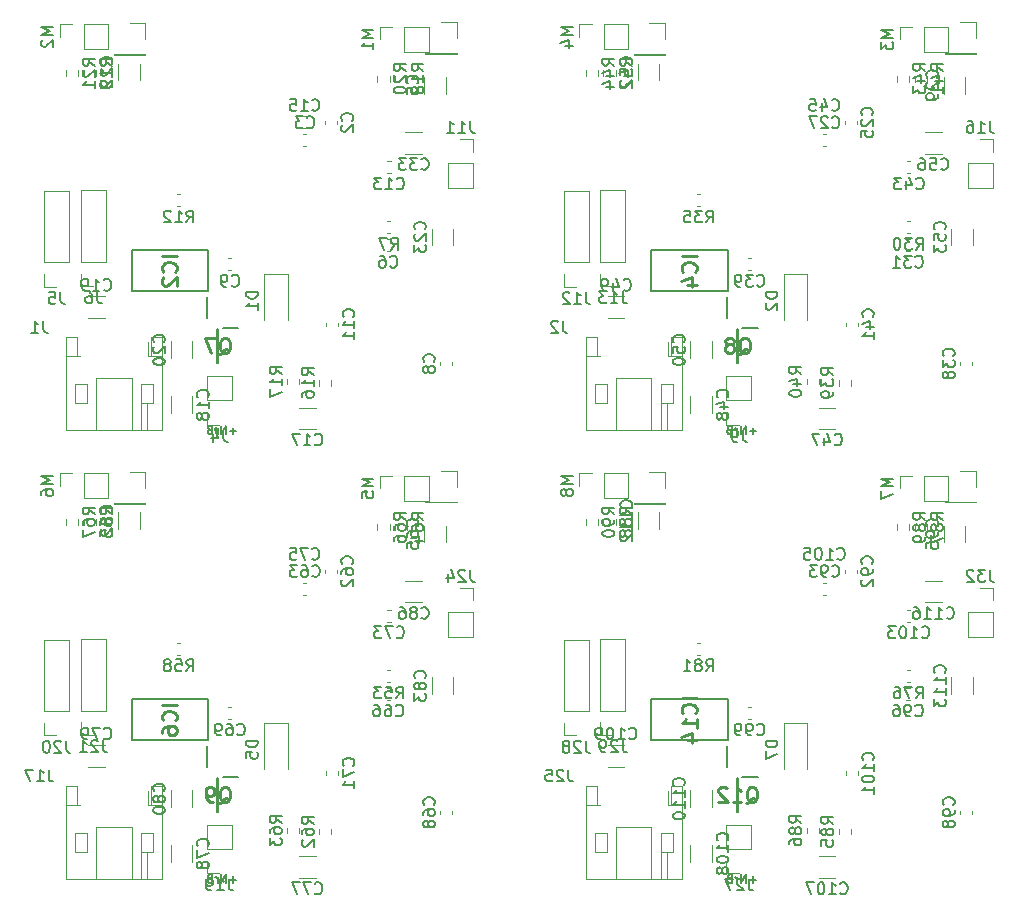
<source format=gbr>
%TF.GenerationSoftware,KiCad,Pcbnew,(6.0.4)*%
%TF.CreationDate,2022-09-20T15:17:21+09:00*%
%TF.ProjectId,mainboard_p_rev3,6d61696e-626f-4617-9264-5f705f726576,rev?*%
%TF.SameCoordinates,Original*%
%TF.FileFunction,Legend,Bot*%
%TF.FilePolarity,Positive*%
%FSLAX46Y46*%
G04 Gerber Fmt 4.6, Leading zero omitted, Abs format (unit mm)*
G04 Created by KiCad (PCBNEW (6.0.4)) date 2022-09-20 15:17:21*
%MOMM*%
%LPD*%
G01*
G04 APERTURE LIST*
%ADD10C,0.150000*%
%ADD11C,0.254000*%
%ADD12C,0.120000*%
%ADD13C,0.200000*%
G04 APERTURE END LIST*
D10*
%TO.C,J32*%
X176976123Y-106521780D02*
X176976123Y-107236066D01*
X177023742Y-107378923D01*
X177118980Y-107474161D01*
X177261838Y-107521780D01*
X177357076Y-107521780D01*
X176595171Y-106521780D02*
X175976123Y-106521780D01*
X176309457Y-106902733D01*
X176166600Y-106902733D01*
X176071361Y-106950352D01*
X176023742Y-106997971D01*
X175976123Y-107093209D01*
X175976123Y-107331304D01*
X176023742Y-107426542D01*
X176071361Y-107474161D01*
X176166600Y-107521780D01*
X176452314Y-107521780D01*
X176547552Y-107474161D01*
X176595171Y-107426542D01*
X175595171Y-106617019D02*
X175547552Y-106569400D01*
X175452314Y-106521780D01*
X175214219Y-106521780D01*
X175118980Y-106569400D01*
X175071361Y-106617019D01*
X175023742Y-106712257D01*
X175023742Y-106807495D01*
X175071361Y-106950352D01*
X175642790Y-107521780D01*
X175023742Y-107521780D01*
%TO.C,R81*%
X152958857Y-115110580D02*
X153292190Y-114634390D01*
X153530285Y-115110580D02*
X153530285Y-114110580D01*
X153149333Y-114110580D01*
X153054095Y-114158200D01*
X153006476Y-114205819D01*
X152958857Y-114301057D01*
X152958857Y-114443914D01*
X153006476Y-114539152D01*
X153054095Y-114586771D01*
X153149333Y-114634390D01*
X153530285Y-114634390D01*
X152387428Y-114539152D02*
X152482666Y-114491533D01*
X152530285Y-114443914D01*
X152577904Y-114348676D01*
X152577904Y-114301057D01*
X152530285Y-114205819D01*
X152482666Y-114158200D01*
X152387428Y-114110580D01*
X152196952Y-114110580D01*
X152101714Y-114158200D01*
X152054095Y-114205819D01*
X152006476Y-114301057D01*
X152006476Y-114348676D01*
X152054095Y-114443914D01*
X152101714Y-114491533D01*
X152196952Y-114539152D01*
X152387428Y-114539152D01*
X152482666Y-114586771D01*
X152530285Y-114634390D01*
X152577904Y-114729628D01*
X152577904Y-114920104D01*
X152530285Y-115015342D01*
X152482666Y-115062961D01*
X152387428Y-115110580D01*
X152196952Y-115110580D01*
X152101714Y-115062961D01*
X152054095Y-115015342D01*
X152006476Y-114920104D01*
X152006476Y-114729628D01*
X152054095Y-114634390D01*
X152101714Y-114586771D01*
X152196952Y-114539152D01*
X151054095Y-115110580D02*
X151625523Y-115110580D01*
X151339809Y-115110580D02*
X151339809Y-114110580D01*
X151435047Y-114253438D01*
X151530285Y-114348676D01*
X151625523Y-114396295D01*
%TO.C,J28*%
X142762323Y-121012380D02*
X142762323Y-121726666D01*
X142809942Y-121869523D01*
X142905180Y-121964761D01*
X143048038Y-122012380D01*
X143143276Y-122012380D01*
X142333752Y-121107619D02*
X142286133Y-121060000D01*
X142190895Y-121012380D01*
X141952800Y-121012380D01*
X141857561Y-121060000D01*
X141809942Y-121107619D01*
X141762323Y-121202857D01*
X141762323Y-121298095D01*
X141809942Y-121440952D01*
X142381371Y-122012380D01*
X141762323Y-122012380D01*
X141190895Y-121440952D02*
X141286133Y-121393333D01*
X141333752Y-121345714D01*
X141381371Y-121250476D01*
X141381371Y-121202857D01*
X141333752Y-121107619D01*
X141286133Y-121060000D01*
X141190895Y-121012380D01*
X141000419Y-121012380D01*
X140905180Y-121060000D01*
X140857561Y-121107619D01*
X140809942Y-121202857D01*
X140809942Y-121250476D01*
X140857561Y-121345714D01*
X140905180Y-121393333D01*
X141000419Y-121440952D01*
X141190895Y-121440952D01*
X141286133Y-121488571D01*
X141333752Y-121536190D01*
X141381371Y-121631428D01*
X141381371Y-121821904D01*
X141333752Y-121917142D01*
X141286133Y-121964761D01*
X141190895Y-122012380D01*
X141000419Y-122012380D01*
X140905180Y-121964761D01*
X140857561Y-121917142D01*
X140809942Y-121821904D01*
X140809942Y-121631428D01*
X140857561Y-121536190D01*
X140905180Y-121488571D01*
X141000419Y-121440952D01*
%TO.C,R89*%
X171521180Y-102298342D02*
X171044990Y-101965009D01*
X171521180Y-101726914D02*
X170521180Y-101726914D01*
X170521180Y-102107866D01*
X170568800Y-102203104D01*
X170616419Y-102250723D01*
X170711657Y-102298342D01*
X170854514Y-102298342D01*
X170949752Y-102250723D01*
X170997371Y-102203104D01*
X171044990Y-102107866D01*
X171044990Y-101726914D01*
X170949752Y-102869771D02*
X170902133Y-102774533D01*
X170854514Y-102726914D01*
X170759276Y-102679295D01*
X170711657Y-102679295D01*
X170616419Y-102726914D01*
X170568800Y-102774533D01*
X170521180Y-102869771D01*
X170521180Y-103060247D01*
X170568800Y-103155485D01*
X170616419Y-103203104D01*
X170711657Y-103250723D01*
X170759276Y-103250723D01*
X170854514Y-103203104D01*
X170902133Y-103155485D01*
X170949752Y-103060247D01*
X170949752Y-102869771D01*
X170997371Y-102774533D01*
X171044990Y-102726914D01*
X171140228Y-102679295D01*
X171330704Y-102679295D01*
X171425942Y-102726914D01*
X171473561Y-102774533D01*
X171521180Y-102869771D01*
X171521180Y-103060247D01*
X171473561Y-103155485D01*
X171425942Y-103203104D01*
X171330704Y-103250723D01*
X171140228Y-103250723D01*
X171044990Y-103203104D01*
X170997371Y-103155485D01*
X170949752Y-103060247D01*
X171521180Y-103726914D02*
X171521180Y-103917390D01*
X171473561Y-104012628D01*
X171425942Y-104060247D01*
X171283085Y-104155485D01*
X171092609Y-104203104D01*
X170711657Y-104203104D01*
X170616419Y-104155485D01*
X170568800Y-104107866D01*
X170521180Y-104012628D01*
X170521180Y-103822152D01*
X170568800Y-103726914D01*
X170616419Y-103679295D01*
X170711657Y-103631676D01*
X170949752Y-103631676D01*
X171044990Y-103679295D01*
X171092609Y-103726914D01*
X171140228Y-103822152D01*
X171140228Y-104012628D01*
X171092609Y-104107866D01*
X171044990Y-104155485D01*
X170949752Y-104203104D01*
%TO.C,C95*%
X172514742Y-102857142D02*
X172562361Y-102809523D01*
X172609980Y-102666666D01*
X172609980Y-102571428D01*
X172562361Y-102428571D01*
X172467123Y-102333333D01*
X172371885Y-102285714D01*
X172181409Y-102238095D01*
X172038552Y-102238095D01*
X171848076Y-102285714D01*
X171752838Y-102333333D01*
X171657600Y-102428571D01*
X171609980Y-102571428D01*
X171609980Y-102666666D01*
X171657600Y-102809523D01*
X171705219Y-102857142D01*
X172609980Y-103333333D02*
X172609980Y-103523809D01*
X172562361Y-103619047D01*
X172514742Y-103666666D01*
X172371885Y-103761904D01*
X172181409Y-103809523D01*
X171800457Y-103809523D01*
X171705219Y-103761904D01*
X171657600Y-103714285D01*
X171609980Y-103619047D01*
X171609980Y-103428571D01*
X171657600Y-103333333D01*
X171705219Y-103285714D01*
X171800457Y-103238095D01*
X172038552Y-103238095D01*
X172133790Y-103285714D01*
X172181409Y-103333333D01*
X172229028Y-103428571D01*
X172229028Y-103619047D01*
X172181409Y-103714285D01*
X172133790Y-103761904D01*
X172038552Y-103809523D01*
X171609980Y-104714285D02*
X171609980Y-104238095D01*
X172086171Y-104190476D01*
X172038552Y-104238095D01*
X171990933Y-104333333D01*
X171990933Y-104571428D01*
X172038552Y-104666666D01*
X172086171Y-104714285D01*
X172181409Y-104761904D01*
X172419504Y-104761904D01*
X172514742Y-104714285D01*
X172562361Y-104666666D01*
X172609980Y-104571428D01*
X172609980Y-104333333D01*
X172562361Y-104238095D01*
X172514742Y-104190476D01*
%TO.C,R90*%
X145181380Y-101841142D02*
X144705190Y-101507809D01*
X145181380Y-101269714D02*
X144181380Y-101269714D01*
X144181380Y-101650666D01*
X144229000Y-101745904D01*
X144276619Y-101793523D01*
X144371857Y-101841142D01*
X144514714Y-101841142D01*
X144609952Y-101793523D01*
X144657571Y-101745904D01*
X144705190Y-101650666D01*
X144705190Y-101269714D01*
X145181380Y-102317333D02*
X145181380Y-102507809D01*
X145133761Y-102603047D01*
X145086142Y-102650666D01*
X144943285Y-102745904D01*
X144752809Y-102793523D01*
X144371857Y-102793523D01*
X144276619Y-102745904D01*
X144229000Y-102698285D01*
X144181380Y-102603047D01*
X144181380Y-102412571D01*
X144229000Y-102317333D01*
X144276619Y-102269714D01*
X144371857Y-102222095D01*
X144609952Y-102222095D01*
X144705190Y-102269714D01*
X144752809Y-102317333D01*
X144800428Y-102412571D01*
X144800428Y-102603047D01*
X144752809Y-102698285D01*
X144705190Y-102745904D01*
X144609952Y-102793523D01*
X144181380Y-103412571D02*
X144181380Y-103507809D01*
X144229000Y-103603047D01*
X144276619Y-103650666D01*
X144371857Y-103698285D01*
X144562333Y-103745904D01*
X144800428Y-103745904D01*
X144990904Y-103698285D01*
X145086142Y-103650666D01*
X145133761Y-103603047D01*
X145181380Y-103507809D01*
X145181380Y-103412571D01*
X145133761Y-103317333D01*
X145086142Y-103269714D01*
X144990904Y-103222095D01*
X144800428Y-103174476D01*
X144562333Y-103174476D01*
X144371857Y-103222095D01*
X144276619Y-103269714D01*
X144229000Y-103317333D01*
X144181380Y-103412571D01*
%TO.C,R86*%
X161022380Y-127957142D02*
X160546190Y-127623809D01*
X161022380Y-127385714D02*
X160022380Y-127385714D01*
X160022380Y-127766666D01*
X160070000Y-127861904D01*
X160117619Y-127909523D01*
X160212857Y-127957142D01*
X160355714Y-127957142D01*
X160450952Y-127909523D01*
X160498571Y-127861904D01*
X160546190Y-127766666D01*
X160546190Y-127385714D01*
X160450952Y-128528571D02*
X160403333Y-128433333D01*
X160355714Y-128385714D01*
X160260476Y-128338095D01*
X160212857Y-128338095D01*
X160117619Y-128385714D01*
X160070000Y-128433333D01*
X160022380Y-128528571D01*
X160022380Y-128719047D01*
X160070000Y-128814285D01*
X160117619Y-128861904D01*
X160212857Y-128909523D01*
X160260476Y-128909523D01*
X160355714Y-128861904D01*
X160403333Y-128814285D01*
X160450952Y-128719047D01*
X160450952Y-128528571D01*
X160498571Y-128433333D01*
X160546190Y-128385714D01*
X160641428Y-128338095D01*
X160831904Y-128338095D01*
X160927142Y-128385714D01*
X160974761Y-128433333D01*
X161022380Y-128528571D01*
X161022380Y-128719047D01*
X160974761Y-128814285D01*
X160927142Y-128861904D01*
X160831904Y-128909523D01*
X160641428Y-128909523D01*
X160546190Y-128861904D01*
X160498571Y-128814285D01*
X160450952Y-128719047D01*
X160022380Y-129766666D02*
X160022380Y-129576190D01*
X160070000Y-129480952D01*
X160117619Y-129433333D01*
X160260476Y-129338095D01*
X160450952Y-129290476D01*
X160831904Y-129290476D01*
X160927142Y-129338095D01*
X160974761Y-129385714D01*
X161022380Y-129480952D01*
X161022380Y-129671428D01*
X160974761Y-129766666D01*
X160927142Y-129814285D01*
X160831904Y-129861904D01*
X160593809Y-129861904D01*
X160498571Y-129814285D01*
X160450952Y-129766666D01*
X160403333Y-129671428D01*
X160403333Y-129480952D01*
X160450952Y-129385714D01*
X160498571Y-129338095D01*
X160593809Y-129290476D01*
%TO.C,C98*%
X173899942Y-126428342D02*
X173947561Y-126380723D01*
X173995180Y-126237866D01*
X173995180Y-126142628D01*
X173947561Y-125999771D01*
X173852323Y-125904533D01*
X173757085Y-125856914D01*
X173566609Y-125809295D01*
X173423752Y-125809295D01*
X173233276Y-125856914D01*
X173138038Y-125904533D01*
X173042800Y-125999771D01*
X172995180Y-126142628D01*
X172995180Y-126237866D01*
X173042800Y-126380723D01*
X173090419Y-126428342D01*
X173995180Y-126904533D02*
X173995180Y-127095009D01*
X173947561Y-127190247D01*
X173899942Y-127237866D01*
X173757085Y-127333104D01*
X173566609Y-127380723D01*
X173185657Y-127380723D01*
X173090419Y-127333104D01*
X173042800Y-127285485D01*
X172995180Y-127190247D01*
X172995180Y-126999771D01*
X173042800Y-126904533D01*
X173090419Y-126856914D01*
X173185657Y-126809295D01*
X173423752Y-126809295D01*
X173518990Y-126856914D01*
X173566609Y-126904533D01*
X173614228Y-126999771D01*
X173614228Y-127190247D01*
X173566609Y-127285485D01*
X173518990Y-127333104D01*
X173423752Y-127380723D01*
X173423752Y-127952152D02*
X173376133Y-127856914D01*
X173328514Y-127809295D01*
X173233276Y-127761676D01*
X173185657Y-127761676D01*
X173090419Y-127809295D01*
X173042800Y-127856914D01*
X172995180Y-127952152D01*
X172995180Y-128142628D01*
X173042800Y-128237866D01*
X173090419Y-128285485D01*
X173185657Y-128333104D01*
X173233276Y-128333104D01*
X173328514Y-128285485D01*
X173376133Y-128237866D01*
X173423752Y-128142628D01*
X173423752Y-127952152D01*
X173471371Y-127856914D01*
X173518990Y-127809295D01*
X173614228Y-127761676D01*
X173804704Y-127761676D01*
X173899942Y-127809295D01*
X173947561Y-127856914D01*
X173995180Y-127952152D01*
X173995180Y-128142628D01*
X173947561Y-128237866D01*
X173899942Y-128285485D01*
X173804704Y-128333104D01*
X173614228Y-128333104D01*
X173518990Y-128285485D01*
X173471371Y-128237866D01*
X173423752Y-128142628D01*
%TO.C,C109*%
X146450047Y-120803142D02*
X146497666Y-120850761D01*
X146640523Y-120898380D01*
X146735761Y-120898380D01*
X146878619Y-120850761D01*
X146973857Y-120755523D01*
X147021476Y-120660285D01*
X147069095Y-120469809D01*
X147069095Y-120326952D01*
X147021476Y-120136476D01*
X146973857Y-120041238D01*
X146878619Y-119946000D01*
X146735761Y-119898380D01*
X146640523Y-119898380D01*
X146497666Y-119946000D01*
X146450047Y-119993619D01*
X145497666Y-120898380D02*
X146069095Y-120898380D01*
X145783380Y-120898380D02*
X145783380Y-119898380D01*
X145878619Y-120041238D01*
X145973857Y-120136476D01*
X146069095Y-120184095D01*
X144878619Y-119898380D02*
X144783380Y-119898380D01*
X144688142Y-119946000D01*
X144640523Y-119993619D01*
X144592904Y-120088857D01*
X144545285Y-120279333D01*
X144545285Y-120517428D01*
X144592904Y-120707904D01*
X144640523Y-120803142D01*
X144688142Y-120850761D01*
X144783380Y-120898380D01*
X144878619Y-120898380D01*
X144973857Y-120850761D01*
X145021476Y-120803142D01*
X145069095Y-120707904D01*
X145116714Y-120517428D01*
X145116714Y-120279333D01*
X145069095Y-120088857D01*
X145021476Y-119993619D01*
X144973857Y-119946000D01*
X144878619Y-119898380D01*
X144069095Y-120898380D02*
X143878619Y-120898380D01*
X143783380Y-120850761D01*
X143735761Y-120803142D01*
X143640523Y-120660285D01*
X143592904Y-120469809D01*
X143592904Y-120088857D01*
X143640523Y-119993619D01*
X143688142Y-119946000D01*
X143783380Y-119898380D01*
X143973857Y-119898380D01*
X144069095Y-119946000D01*
X144116714Y-119993619D01*
X144164333Y-120088857D01*
X144164333Y-120326952D01*
X144116714Y-120422190D01*
X144069095Y-120469809D01*
X143973857Y-120517428D01*
X143783380Y-120517428D01*
X143688142Y-120469809D01*
X143640523Y-120422190D01*
X143592904Y-120326952D01*
%TO.C,M8*%
X141681980Y-98601076D02*
X140681980Y-98601076D01*
X141396266Y-98934409D01*
X140681980Y-99267742D01*
X141681980Y-99267742D01*
X141110552Y-99886790D02*
X141062933Y-99791552D01*
X141015314Y-99743933D01*
X140920076Y-99696314D01*
X140872457Y-99696314D01*
X140777219Y-99743933D01*
X140729600Y-99791552D01*
X140681980Y-99886790D01*
X140681980Y-100077266D01*
X140729600Y-100172504D01*
X140777219Y-100220123D01*
X140872457Y-100267742D01*
X140920076Y-100267742D01*
X141015314Y-100220123D01*
X141062933Y-100172504D01*
X141110552Y-100077266D01*
X141110552Y-99886790D01*
X141158171Y-99791552D01*
X141205790Y-99743933D01*
X141301028Y-99696314D01*
X141491504Y-99696314D01*
X141586742Y-99743933D01*
X141634361Y-99791552D01*
X141681980Y-99886790D01*
X141681980Y-100077266D01*
X141634361Y-100172504D01*
X141586742Y-100220123D01*
X141491504Y-100267742D01*
X141301028Y-100267742D01*
X141205790Y-100220123D01*
X141158171Y-100172504D01*
X141110552Y-100077266D01*
%TO.C,C108*%
X154751742Y-129431952D02*
X154799361Y-129384333D01*
X154846980Y-129241476D01*
X154846980Y-129146238D01*
X154799361Y-129003380D01*
X154704123Y-128908142D01*
X154608885Y-128860523D01*
X154418409Y-128812904D01*
X154275552Y-128812904D01*
X154085076Y-128860523D01*
X153989838Y-128908142D01*
X153894600Y-129003380D01*
X153846980Y-129146238D01*
X153846980Y-129241476D01*
X153894600Y-129384333D01*
X153942219Y-129431952D01*
X154846980Y-130384333D02*
X154846980Y-129812904D01*
X154846980Y-130098619D02*
X153846980Y-130098619D01*
X153989838Y-130003380D01*
X154085076Y-129908142D01*
X154132695Y-129812904D01*
X153846980Y-131003380D02*
X153846980Y-131098619D01*
X153894600Y-131193857D01*
X153942219Y-131241476D01*
X154037457Y-131289095D01*
X154227933Y-131336714D01*
X154466028Y-131336714D01*
X154656504Y-131289095D01*
X154751742Y-131241476D01*
X154799361Y-131193857D01*
X154846980Y-131098619D01*
X154846980Y-131003380D01*
X154799361Y-130908142D01*
X154751742Y-130860523D01*
X154656504Y-130812904D01*
X154466028Y-130765285D01*
X154227933Y-130765285D01*
X154037457Y-130812904D01*
X153942219Y-130860523D01*
X153894600Y-130908142D01*
X153846980Y-131003380D01*
X154275552Y-131908142D02*
X154227933Y-131812904D01*
X154180314Y-131765285D01*
X154085076Y-131717666D01*
X154037457Y-131717666D01*
X153942219Y-131765285D01*
X153894600Y-131812904D01*
X153846980Y-131908142D01*
X153846980Y-132098619D01*
X153894600Y-132193857D01*
X153942219Y-132241476D01*
X154037457Y-132289095D01*
X154085076Y-132289095D01*
X154180314Y-132241476D01*
X154227933Y-132193857D01*
X154275552Y-132098619D01*
X154275552Y-131908142D01*
X154323171Y-131812904D01*
X154370790Y-131765285D01*
X154466028Y-131717666D01*
X154656504Y-131717666D01*
X154751742Y-131765285D01*
X154799361Y-131812904D01*
X154846980Y-131908142D01*
X154846980Y-132098619D01*
X154799361Y-132193857D01*
X154751742Y-132241476D01*
X154656504Y-132289095D01*
X154466028Y-132289095D01*
X154370790Y-132241476D01*
X154323171Y-132193857D01*
X154275552Y-132098619D01*
%TO.C,C113*%
X173149742Y-115231552D02*
X173197361Y-115183933D01*
X173244980Y-115041076D01*
X173244980Y-114945838D01*
X173197361Y-114802980D01*
X173102123Y-114707742D01*
X173006885Y-114660123D01*
X172816409Y-114612504D01*
X172673552Y-114612504D01*
X172483076Y-114660123D01*
X172387838Y-114707742D01*
X172292600Y-114802980D01*
X172244980Y-114945838D01*
X172244980Y-115041076D01*
X172292600Y-115183933D01*
X172340219Y-115231552D01*
X173244980Y-116183933D02*
X173244980Y-115612504D01*
X173244980Y-115898219D02*
X172244980Y-115898219D01*
X172387838Y-115802980D01*
X172483076Y-115707742D01*
X172530695Y-115612504D01*
X173244980Y-117136314D02*
X173244980Y-116564885D01*
X173244980Y-116850600D02*
X172244980Y-116850600D01*
X172387838Y-116755361D01*
X172483076Y-116660123D01*
X172530695Y-116564885D01*
X172244980Y-117469647D02*
X172244980Y-118088695D01*
X172625933Y-117755361D01*
X172625933Y-117898219D01*
X172673552Y-117993457D01*
X172721171Y-118041076D01*
X172816409Y-118088695D01*
X173054504Y-118088695D01*
X173149742Y-118041076D01*
X173197361Y-117993457D01*
X173244980Y-117898219D01*
X173244980Y-117612504D01*
X173197361Y-117517266D01*
X173149742Y-117469647D01*
%TO.C,C96*%
X170688057Y-118850742D02*
X170735676Y-118898361D01*
X170878533Y-118945980D01*
X170973771Y-118945980D01*
X171116628Y-118898361D01*
X171211866Y-118803123D01*
X171259485Y-118707885D01*
X171307104Y-118517409D01*
X171307104Y-118374552D01*
X171259485Y-118184076D01*
X171211866Y-118088838D01*
X171116628Y-117993600D01*
X170973771Y-117945980D01*
X170878533Y-117945980D01*
X170735676Y-117993600D01*
X170688057Y-118041219D01*
X170211866Y-118945980D02*
X170021390Y-118945980D01*
X169926152Y-118898361D01*
X169878533Y-118850742D01*
X169783295Y-118707885D01*
X169735676Y-118517409D01*
X169735676Y-118136457D01*
X169783295Y-118041219D01*
X169830914Y-117993600D01*
X169926152Y-117945980D01*
X170116628Y-117945980D01*
X170211866Y-117993600D01*
X170259485Y-118041219D01*
X170307104Y-118136457D01*
X170307104Y-118374552D01*
X170259485Y-118469790D01*
X170211866Y-118517409D01*
X170116628Y-118565028D01*
X169926152Y-118565028D01*
X169830914Y-118517409D01*
X169783295Y-118469790D01*
X169735676Y-118374552D01*
X168878533Y-117945980D02*
X169069009Y-117945980D01*
X169164247Y-117993600D01*
X169211866Y-118041219D01*
X169307104Y-118184076D01*
X169354723Y-118374552D01*
X169354723Y-118755504D01*
X169307104Y-118850742D01*
X169259485Y-118898361D01*
X169164247Y-118945980D01*
X168973771Y-118945980D01*
X168878533Y-118898361D01*
X168830914Y-118850742D01*
X168783295Y-118755504D01*
X168783295Y-118517409D01*
X168830914Y-118422171D01*
X168878533Y-118374552D01*
X168973771Y-118326933D01*
X169164247Y-118326933D01*
X169259485Y-118374552D01*
X169307104Y-118422171D01*
X169354723Y-118517409D01*
%TO.C,C92*%
X166980942Y-106019142D02*
X167028561Y-105971523D01*
X167076180Y-105828666D01*
X167076180Y-105733428D01*
X167028561Y-105590571D01*
X166933323Y-105495333D01*
X166838085Y-105447714D01*
X166647609Y-105400095D01*
X166504752Y-105400095D01*
X166314276Y-105447714D01*
X166219038Y-105495333D01*
X166123800Y-105590571D01*
X166076180Y-105733428D01*
X166076180Y-105828666D01*
X166123800Y-105971523D01*
X166171419Y-106019142D01*
X167076180Y-106495333D02*
X167076180Y-106685809D01*
X167028561Y-106781047D01*
X166980942Y-106828666D01*
X166838085Y-106923904D01*
X166647609Y-106971523D01*
X166266657Y-106971523D01*
X166171419Y-106923904D01*
X166123800Y-106876285D01*
X166076180Y-106781047D01*
X166076180Y-106590571D01*
X166123800Y-106495333D01*
X166171419Y-106447714D01*
X166266657Y-106400095D01*
X166504752Y-106400095D01*
X166599990Y-106447714D01*
X166647609Y-106495333D01*
X166695228Y-106590571D01*
X166695228Y-106781047D01*
X166647609Y-106876285D01*
X166599990Y-106923904D01*
X166504752Y-106971523D01*
X166171419Y-107352476D02*
X166123800Y-107400095D01*
X166076180Y-107495333D01*
X166076180Y-107733428D01*
X166123800Y-107828666D01*
X166171419Y-107876285D01*
X166266657Y-107923904D01*
X166361895Y-107923904D01*
X166504752Y-107876285D01*
X167076180Y-107304857D01*
X167076180Y-107923904D01*
%TO.C,M7*%
X168798780Y-98804276D02*
X167798780Y-98804276D01*
X168513066Y-99137609D01*
X167798780Y-99470942D01*
X168798780Y-99470942D01*
X167798780Y-99851895D02*
X167798780Y-100518561D01*
X168798780Y-100089990D01*
%TO.C,R85*%
X163722380Y-128057142D02*
X163246190Y-127723809D01*
X163722380Y-127485714D02*
X162722380Y-127485714D01*
X162722380Y-127866666D01*
X162770000Y-127961904D01*
X162817619Y-128009523D01*
X162912857Y-128057142D01*
X163055714Y-128057142D01*
X163150952Y-128009523D01*
X163198571Y-127961904D01*
X163246190Y-127866666D01*
X163246190Y-127485714D01*
X163150952Y-128628571D02*
X163103333Y-128533333D01*
X163055714Y-128485714D01*
X162960476Y-128438095D01*
X162912857Y-128438095D01*
X162817619Y-128485714D01*
X162770000Y-128533333D01*
X162722380Y-128628571D01*
X162722380Y-128819047D01*
X162770000Y-128914285D01*
X162817619Y-128961904D01*
X162912857Y-129009523D01*
X162960476Y-129009523D01*
X163055714Y-128961904D01*
X163103333Y-128914285D01*
X163150952Y-128819047D01*
X163150952Y-128628571D01*
X163198571Y-128533333D01*
X163246190Y-128485714D01*
X163341428Y-128438095D01*
X163531904Y-128438095D01*
X163627142Y-128485714D01*
X163674761Y-128533333D01*
X163722380Y-128628571D01*
X163722380Y-128819047D01*
X163674761Y-128914285D01*
X163627142Y-128961904D01*
X163531904Y-129009523D01*
X163341428Y-129009523D01*
X163246190Y-128961904D01*
X163198571Y-128914285D01*
X163150952Y-128819047D01*
X162722380Y-129914285D02*
X162722380Y-129438095D01*
X163198571Y-129390476D01*
X163150952Y-129438095D01*
X163103333Y-129533333D01*
X163103333Y-129771428D01*
X163150952Y-129866666D01*
X163198571Y-129914285D01*
X163293809Y-129961904D01*
X163531904Y-129961904D01*
X163627142Y-129914285D01*
X163674761Y-129866666D01*
X163722380Y-129771428D01*
X163722380Y-129533333D01*
X163674761Y-129438095D01*
X163627142Y-129390476D01*
%TO.C,C93*%
X163626857Y-107049942D02*
X163674476Y-107097561D01*
X163817333Y-107145180D01*
X163912571Y-107145180D01*
X164055428Y-107097561D01*
X164150666Y-107002323D01*
X164198285Y-106907085D01*
X164245904Y-106716609D01*
X164245904Y-106573752D01*
X164198285Y-106383276D01*
X164150666Y-106288038D01*
X164055428Y-106192800D01*
X163912571Y-106145180D01*
X163817333Y-106145180D01*
X163674476Y-106192800D01*
X163626857Y-106240419D01*
X163150666Y-107145180D02*
X162960190Y-107145180D01*
X162864952Y-107097561D01*
X162817333Y-107049942D01*
X162722095Y-106907085D01*
X162674476Y-106716609D01*
X162674476Y-106335657D01*
X162722095Y-106240419D01*
X162769714Y-106192800D01*
X162864952Y-106145180D01*
X163055428Y-106145180D01*
X163150666Y-106192800D01*
X163198285Y-106240419D01*
X163245904Y-106335657D01*
X163245904Y-106573752D01*
X163198285Y-106668990D01*
X163150666Y-106716609D01*
X163055428Y-106764228D01*
X162864952Y-106764228D01*
X162769714Y-106716609D01*
X162722095Y-106668990D01*
X162674476Y-106573752D01*
X162341142Y-106145180D02*
X161722095Y-106145180D01*
X162055428Y-106526133D01*
X161912571Y-106526133D01*
X161817333Y-106573752D01*
X161769714Y-106621371D01*
X161722095Y-106716609D01*
X161722095Y-106954704D01*
X161769714Y-107049942D01*
X161817333Y-107097561D01*
X161912571Y-107145180D01*
X162198285Y-107145180D01*
X162293523Y-107097561D01*
X162341142Y-107049942D01*
%TO.C,C101*%
X167082542Y-122624752D02*
X167130161Y-122577133D01*
X167177780Y-122434276D01*
X167177780Y-122339038D01*
X167130161Y-122196180D01*
X167034923Y-122100942D01*
X166939685Y-122053323D01*
X166749209Y-122005704D01*
X166606352Y-122005704D01*
X166415876Y-122053323D01*
X166320638Y-122100942D01*
X166225400Y-122196180D01*
X166177780Y-122339038D01*
X166177780Y-122434276D01*
X166225400Y-122577133D01*
X166273019Y-122624752D01*
X167177780Y-123577133D02*
X167177780Y-123005704D01*
X167177780Y-123291419D02*
X166177780Y-123291419D01*
X166320638Y-123196180D01*
X166415876Y-123100942D01*
X166463495Y-123005704D01*
X166177780Y-124196180D02*
X166177780Y-124291419D01*
X166225400Y-124386657D01*
X166273019Y-124434276D01*
X166368257Y-124481895D01*
X166558733Y-124529514D01*
X166796828Y-124529514D01*
X166987304Y-124481895D01*
X167082542Y-124434276D01*
X167130161Y-124386657D01*
X167177780Y-124291419D01*
X167177780Y-124196180D01*
X167130161Y-124100942D01*
X167082542Y-124053323D01*
X166987304Y-124005704D01*
X166796828Y-123958085D01*
X166558733Y-123958085D01*
X166368257Y-124005704D01*
X166273019Y-124053323D01*
X166225400Y-124100942D01*
X166177780Y-124196180D01*
X167177780Y-125481895D02*
X167177780Y-124910466D01*
X167177780Y-125196180D02*
X166177780Y-125196180D01*
X166320638Y-125100942D01*
X166415876Y-125005704D01*
X166463495Y-124910466D01*
%TO.C,D7*%
X158997980Y-120999104D02*
X157997980Y-120999104D01*
X157997980Y-121237200D01*
X158045600Y-121380057D01*
X158140838Y-121475295D01*
X158236076Y-121522914D01*
X158426552Y-121570533D01*
X158569409Y-121570533D01*
X158759885Y-121522914D01*
X158855123Y-121475295D01*
X158950361Y-121380057D01*
X158997980Y-121237200D01*
X158997980Y-120999104D01*
X157997980Y-121903866D02*
X157997980Y-122570533D01*
X158997980Y-122141961D01*
%TO.C,C99*%
X157276857Y-120450942D02*
X157324476Y-120498561D01*
X157467333Y-120546180D01*
X157562571Y-120546180D01*
X157705428Y-120498561D01*
X157800666Y-120403323D01*
X157848285Y-120308085D01*
X157895904Y-120117609D01*
X157895904Y-119974752D01*
X157848285Y-119784276D01*
X157800666Y-119689038D01*
X157705428Y-119593800D01*
X157562571Y-119546180D01*
X157467333Y-119546180D01*
X157324476Y-119593800D01*
X157276857Y-119641419D01*
X156800666Y-120546180D02*
X156610190Y-120546180D01*
X156514952Y-120498561D01*
X156467333Y-120450942D01*
X156372095Y-120308085D01*
X156324476Y-120117609D01*
X156324476Y-119736657D01*
X156372095Y-119641419D01*
X156419714Y-119593800D01*
X156514952Y-119546180D01*
X156705428Y-119546180D01*
X156800666Y-119593800D01*
X156848285Y-119641419D01*
X156895904Y-119736657D01*
X156895904Y-119974752D01*
X156848285Y-120069990D01*
X156800666Y-120117609D01*
X156705428Y-120165228D01*
X156514952Y-120165228D01*
X156419714Y-120117609D01*
X156372095Y-120069990D01*
X156324476Y-119974752D01*
X155848285Y-120546180D02*
X155657809Y-120546180D01*
X155562571Y-120498561D01*
X155514952Y-120450942D01*
X155419714Y-120308085D01*
X155372095Y-120117609D01*
X155372095Y-119736657D01*
X155419714Y-119641419D01*
X155467333Y-119593800D01*
X155562571Y-119546180D01*
X155753047Y-119546180D01*
X155848285Y-119593800D01*
X155895904Y-119641419D01*
X155943523Y-119736657D01*
X155943523Y-119974752D01*
X155895904Y-120069990D01*
X155848285Y-120117609D01*
X155753047Y-120165228D01*
X155562571Y-120165228D01*
X155467333Y-120117609D01*
X155419714Y-120069990D01*
X155372095Y-119974752D01*
%TO.C,C107*%
X164319047Y-133907142D02*
X164366666Y-133954761D01*
X164509523Y-134002380D01*
X164604761Y-134002380D01*
X164747619Y-133954761D01*
X164842857Y-133859523D01*
X164890476Y-133764285D01*
X164938095Y-133573809D01*
X164938095Y-133430952D01*
X164890476Y-133240476D01*
X164842857Y-133145238D01*
X164747619Y-133050000D01*
X164604761Y-133002380D01*
X164509523Y-133002380D01*
X164366666Y-133050000D01*
X164319047Y-133097619D01*
X163366666Y-134002380D02*
X163938095Y-134002380D01*
X163652380Y-134002380D02*
X163652380Y-133002380D01*
X163747619Y-133145238D01*
X163842857Y-133240476D01*
X163938095Y-133288095D01*
X162747619Y-133002380D02*
X162652380Y-133002380D01*
X162557142Y-133050000D01*
X162509523Y-133097619D01*
X162461904Y-133192857D01*
X162414285Y-133383333D01*
X162414285Y-133621428D01*
X162461904Y-133811904D01*
X162509523Y-133907142D01*
X162557142Y-133954761D01*
X162652380Y-134002380D01*
X162747619Y-134002380D01*
X162842857Y-133954761D01*
X162890476Y-133907142D01*
X162938095Y-133811904D01*
X162985714Y-133621428D01*
X162985714Y-133383333D01*
X162938095Y-133192857D01*
X162890476Y-133097619D01*
X162842857Y-133050000D01*
X162747619Y-133002380D01*
X162080952Y-133002380D02*
X161414285Y-133002380D01*
X161842857Y-134002380D01*
D11*
%TO.C,Q12*%
X156353914Y-126293476D02*
X156474866Y-126233000D01*
X156595819Y-126112047D01*
X156777247Y-125930619D01*
X156898200Y-125870142D01*
X157019152Y-125870142D01*
X156958676Y-126172523D02*
X157079628Y-126112047D01*
X157200580Y-125991095D01*
X157261057Y-125749190D01*
X157261057Y-125325857D01*
X157200580Y-125083952D01*
X157079628Y-124963000D01*
X156958676Y-124902523D01*
X156716771Y-124902523D01*
X156595819Y-124963000D01*
X156474866Y-125083952D01*
X156414390Y-125325857D01*
X156414390Y-125749190D01*
X156474866Y-125991095D01*
X156595819Y-126112047D01*
X156716771Y-126172523D01*
X156958676Y-126172523D01*
X155204866Y-126172523D02*
X155930580Y-126172523D01*
X155567723Y-126172523D02*
X155567723Y-124902523D01*
X155688676Y-125083952D01*
X155809628Y-125204904D01*
X155930580Y-125265380D01*
X154721057Y-125023476D02*
X154660580Y-124963000D01*
X154539628Y-124902523D01*
X154237247Y-124902523D01*
X154116295Y-124963000D01*
X154055819Y-125023476D01*
X153995342Y-125144428D01*
X153995342Y-125265380D01*
X154055819Y-125446809D01*
X154781533Y-126172523D01*
X153995342Y-126172523D01*
%TO.C,IC14*%
X152153923Y-117352676D02*
X150883923Y-117352676D01*
X152032971Y-118683152D02*
X152093447Y-118622676D01*
X152153923Y-118441247D01*
X152153923Y-118320295D01*
X152093447Y-118138866D01*
X151972495Y-118017914D01*
X151851542Y-117957438D01*
X151609638Y-117896961D01*
X151428209Y-117896961D01*
X151186304Y-117957438D01*
X151065352Y-118017914D01*
X150944400Y-118138866D01*
X150883923Y-118320295D01*
X150883923Y-118441247D01*
X150944400Y-118622676D01*
X151004876Y-118683152D01*
X152153923Y-119892676D02*
X152153923Y-119166961D01*
X152153923Y-119529819D02*
X150883923Y-119529819D01*
X151065352Y-119408866D01*
X151186304Y-119287914D01*
X151246780Y-119166961D01*
X151307257Y-120981247D02*
X152153923Y-120981247D01*
X150823447Y-120678866D02*
X151730590Y-120376485D01*
X151730590Y-121162676D01*
D10*
%TO.C,R87*%
X173019780Y-102298342D02*
X172543590Y-101965009D01*
X173019780Y-101726914D02*
X172019780Y-101726914D01*
X172019780Y-102107866D01*
X172067400Y-102203104D01*
X172115019Y-102250723D01*
X172210257Y-102298342D01*
X172353114Y-102298342D01*
X172448352Y-102250723D01*
X172495971Y-102203104D01*
X172543590Y-102107866D01*
X172543590Y-101726914D01*
X172448352Y-102869771D02*
X172400733Y-102774533D01*
X172353114Y-102726914D01*
X172257876Y-102679295D01*
X172210257Y-102679295D01*
X172115019Y-102726914D01*
X172067400Y-102774533D01*
X172019780Y-102869771D01*
X172019780Y-103060247D01*
X172067400Y-103155485D01*
X172115019Y-103203104D01*
X172210257Y-103250723D01*
X172257876Y-103250723D01*
X172353114Y-103203104D01*
X172400733Y-103155485D01*
X172448352Y-103060247D01*
X172448352Y-102869771D01*
X172495971Y-102774533D01*
X172543590Y-102726914D01*
X172638828Y-102679295D01*
X172829304Y-102679295D01*
X172924542Y-102726914D01*
X172972161Y-102774533D01*
X173019780Y-102869771D01*
X173019780Y-103060247D01*
X172972161Y-103155485D01*
X172924542Y-103203104D01*
X172829304Y-103250723D01*
X172638828Y-103250723D01*
X172543590Y-103203104D01*
X172495971Y-103155485D01*
X172448352Y-103060247D01*
X172019780Y-103584057D02*
X172019780Y-104250723D01*
X173019780Y-103822152D01*
%TO.C,C103*%
X171240447Y-112221342D02*
X171288066Y-112268961D01*
X171430923Y-112316580D01*
X171526161Y-112316580D01*
X171669019Y-112268961D01*
X171764257Y-112173723D01*
X171811876Y-112078485D01*
X171859495Y-111888009D01*
X171859495Y-111745152D01*
X171811876Y-111554676D01*
X171764257Y-111459438D01*
X171669019Y-111364200D01*
X171526161Y-111316580D01*
X171430923Y-111316580D01*
X171288066Y-111364200D01*
X171240447Y-111411819D01*
X170288066Y-112316580D02*
X170859495Y-112316580D01*
X170573780Y-112316580D02*
X170573780Y-111316580D01*
X170669019Y-111459438D01*
X170764257Y-111554676D01*
X170859495Y-111602295D01*
X169669019Y-111316580D02*
X169573780Y-111316580D01*
X169478542Y-111364200D01*
X169430923Y-111411819D01*
X169383304Y-111507057D01*
X169335685Y-111697533D01*
X169335685Y-111935628D01*
X169383304Y-112126104D01*
X169430923Y-112221342D01*
X169478542Y-112268961D01*
X169573780Y-112316580D01*
X169669019Y-112316580D01*
X169764257Y-112268961D01*
X169811876Y-112221342D01*
X169859495Y-112126104D01*
X169907114Y-111935628D01*
X169907114Y-111697533D01*
X169859495Y-111507057D01*
X169811876Y-111411819D01*
X169764257Y-111364200D01*
X169669019Y-111316580D01*
X169002352Y-111316580D02*
X168383304Y-111316580D01*
X168716638Y-111697533D01*
X168573780Y-111697533D01*
X168478542Y-111745152D01*
X168430923Y-111792771D01*
X168383304Y-111888009D01*
X168383304Y-112126104D01*
X168430923Y-112221342D01*
X168478542Y-112268961D01*
X168573780Y-112316580D01*
X168859495Y-112316580D01*
X168954733Y-112268961D01*
X169002352Y-112221342D01*
%TO.C,J25*%
X141309523Y-123452380D02*
X141309523Y-124166666D01*
X141357142Y-124309523D01*
X141452380Y-124404761D01*
X141595238Y-124452380D01*
X141690476Y-124452380D01*
X140880952Y-123547619D02*
X140833333Y-123500000D01*
X140738095Y-123452380D01*
X140500000Y-123452380D01*
X140404761Y-123500000D01*
X140357142Y-123547619D01*
X140309523Y-123642857D01*
X140309523Y-123738095D01*
X140357142Y-123880952D01*
X140928571Y-124452380D01*
X140309523Y-124452380D01*
X139404761Y-123452380D02*
X139880952Y-123452380D01*
X139928571Y-123928571D01*
X139880952Y-123880952D01*
X139785714Y-123833333D01*
X139547619Y-123833333D01*
X139452380Y-123880952D01*
X139404761Y-123928571D01*
X139357142Y-124023809D01*
X139357142Y-124261904D01*
X139404761Y-124357142D01*
X139452380Y-124404761D01*
X139547619Y-124452380D01*
X139785714Y-124452380D01*
X139880952Y-124404761D01*
X139928571Y-124357142D01*
%TO.C,R76*%
X170738857Y-117421980D02*
X171072190Y-116945790D01*
X171310285Y-117421980D02*
X171310285Y-116421980D01*
X170929333Y-116421980D01*
X170834095Y-116469600D01*
X170786476Y-116517219D01*
X170738857Y-116612457D01*
X170738857Y-116755314D01*
X170786476Y-116850552D01*
X170834095Y-116898171D01*
X170929333Y-116945790D01*
X171310285Y-116945790D01*
X170405523Y-116421980D02*
X169738857Y-116421980D01*
X170167428Y-117421980D01*
X168929333Y-116421980D02*
X169119809Y-116421980D01*
X169215047Y-116469600D01*
X169262666Y-116517219D01*
X169357904Y-116660076D01*
X169405523Y-116850552D01*
X169405523Y-117231504D01*
X169357904Y-117326742D01*
X169310285Y-117374361D01*
X169215047Y-117421980D01*
X169024571Y-117421980D01*
X168929333Y-117374361D01*
X168881714Y-117326742D01*
X168834095Y-117231504D01*
X168834095Y-116993409D01*
X168881714Y-116898171D01*
X168929333Y-116850552D01*
X169024571Y-116802933D01*
X169215047Y-116802933D01*
X169310285Y-116850552D01*
X169357904Y-116898171D01*
X169405523Y-116993409D01*
%TO.C,J29*%
X145886523Y-120966380D02*
X145886523Y-121680666D01*
X145934142Y-121823523D01*
X146029380Y-121918761D01*
X146172238Y-121966380D01*
X146267476Y-121966380D01*
X145457952Y-121061619D02*
X145410333Y-121014000D01*
X145315095Y-120966380D01*
X145077000Y-120966380D01*
X144981761Y-121014000D01*
X144934142Y-121061619D01*
X144886523Y-121156857D01*
X144886523Y-121252095D01*
X144934142Y-121394952D01*
X145505571Y-121966380D01*
X144886523Y-121966380D01*
X144410333Y-121966380D02*
X144219857Y-121966380D01*
X144124619Y-121918761D01*
X144077000Y-121871142D01*
X143981761Y-121728285D01*
X143934142Y-121537809D01*
X143934142Y-121156857D01*
X143981761Y-121061619D01*
X144029380Y-121014000D01*
X144124619Y-120966380D01*
X144315095Y-120966380D01*
X144410333Y-121014000D01*
X144457952Y-121061619D01*
X144505571Y-121156857D01*
X144505571Y-121394952D01*
X144457952Y-121490190D01*
X144410333Y-121537809D01*
X144315095Y-121585428D01*
X144124619Y-121585428D01*
X144029380Y-121537809D01*
X143981761Y-121490190D01*
X143934142Y-121394952D01*
%TO.C,J27*%
X156554523Y-132682380D02*
X156554523Y-133396666D01*
X156602142Y-133539523D01*
X156697380Y-133634761D01*
X156840238Y-133682380D01*
X156935476Y-133682380D01*
X156125952Y-132777619D02*
X156078333Y-132730000D01*
X155983095Y-132682380D01*
X155745000Y-132682380D01*
X155649761Y-132730000D01*
X155602142Y-132777619D01*
X155554523Y-132872857D01*
X155554523Y-132968095D01*
X155602142Y-133110952D01*
X156173571Y-133682380D01*
X155554523Y-133682380D01*
X155221190Y-132682380D02*
X154554523Y-132682380D01*
X154983095Y-133682380D01*
X157199000Y-132760000D02*
X156665666Y-132760000D01*
X156932333Y-133026666D02*
X156932333Y-132493333D01*
X156332333Y-133026666D02*
X156332333Y-132326666D01*
X155932333Y-133026666D01*
X155932333Y-132326666D01*
X155599000Y-133026666D02*
X155599000Y-132560000D01*
X155599000Y-132693333D02*
X155565666Y-132626666D01*
X155532333Y-132593333D01*
X155465666Y-132560000D01*
X155399000Y-132560000D01*
X154932333Y-132660000D02*
X154832333Y-132693333D01*
X154799000Y-132726666D01*
X154765666Y-132793333D01*
X154765666Y-132893333D01*
X154799000Y-132960000D01*
X154832333Y-132993333D01*
X154899000Y-133026666D01*
X155165666Y-133026666D01*
X155165666Y-132326666D01*
X154932333Y-132326666D01*
X154865666Y-132360000D01*
X154832333Y-132393333D01*
X154799000Y-132460000D01*
X154799000Y-132526666D01*
X154832333Y-132593333D01*
X154865666Y-132626666D01*
X154932333Y-132660000D01*
X155165666Y-132660000D01*
%TO.C,C116*%
X173323247Y-110583942D02*
X173370866Y-110631561D01*
X173513723Y-110679180D01*
X173608961Y-110679180D01*
X173751819Y-110631561D01*
X173847057Y-110536323D01*
X173894676Y-110441085D01*
X173942295Y-110250609D01*
X173942295Y-110107752D01*
X173894676Y-109917276D01*
X173847057Y-109822038D01*
X173751819Y-109726800D01*
X173608961Y-109679180D01*
X173513723Y-109679180D01*
X173370866Y-109726800D01*
X173323247Y-109774419D01*
X172370866Y-110679180D02*
X172942295Y-110679180D01*
X172656580Y-110679180D02*
X172656580Y-109679180D01*
X172751819Y-109822038D01*
X172847057Y-109917276D01*
X172942295Y-109964895D01*
X171418485Y-110679180D02*
X171989914Y-110679180D01*
X171704200Y-110679180D02*
X171704200Y-109679180D01*
X171799438Y-109822038D01*
X171894676Y-109917276D01*
X171989914Y-109964895D01*
X170561342Y-109679180D02*
X170751819Y-109679180D01*
X170847057Y-109726800D01*
X170894676Y-109774419D01*
X170989914Y-109917276D01*
X171037533Y-110107752D01*
X171037533Y-110488704D01*
X170989914Y-110583942D01*
X170942295Y-110631561D01*
X170847057Y-110679180D01*
X170656580Y-110679180D01*
X170561342Y-110631561D01*
X170513723Y-110583942D01*
X170466104Y-110488704D01*
X170466104Y-110250609D01*
X170513723Y-110155371D01*
X170561342Y-110107752D01*
X170656580Y-110060133D01*
X170847057Y-110060133D01*
X170942295Y-110107752D01*
X170989914Y-110155371D01*
X171037533Y-110250609D01*
%TO.C,C105*%
X164077647Y-105576742D02*
X164125266Y-105624361D01*
X164268123Y-105671980D01*
X164363361Y-105671980D01*
X164506219Y-105624361D01*
X164601457Y-105529123D01*
X164649076Y-105433885D01*
X164696695Y-105243409D01*
X164696695Y-105100552D01*
X164649076Y-104910076D01*
X164601457Y-104814838D01*
X164506219Y-104719600D01*
X164363361Y-104671980D01*
X164268123Y-104671980D01*
X164125266Y-104719600D01*
X164077647Y-104767219D01*
X163125266Y-105671980D02*
X163696695Y-105671980D01*
X163410980Y-105671980D02*
X163410980Y-104671980D01*
X163506219Y-104814838D01*
X163601457Y-104910076D01*
X163696695Y-104957695D01*
X162506219Y-104671980D02*
X162410980Y-104671980D01*
X162315742Y-104719600D01*
X162268123Y-104767219D01*
X162220504Y-104862457D01*
X162172885Y-105052933D01*
X162172885Y-105291028D01*
X162220504Y-105481504D01*
X162268123Y-105576742D01*
X162315742Y-105624361D01*
X162410980Y-105671980D01*
X162506219Y-105671980D01*
X162601457Y-105624361D01*
X162649076Y-105576742D01*
X162696695Y-105481504D01*
X162744314Y-105291028D01*
X162744314Y-105052933D01*
X162696695Y-104862457D01*
X162649076Y-104767219D01*
X162601457Y-104719600D01*
X162506219Y-104671980D01*
X161268123Y-104671980D02*
X161744314Y-104671980D01*
X161791933Y-105148171D01*
X161744314Y-105100552D01*
X161649076Y-105052933D01*
X161410980Y-105052933D01*
X161315742Y-105100552D01*
X161268123Y-105148171D01*
X161220504Y-105243409D01*
X161220504Y-105481504D01*
X161268123Y-105576742D01*
X161315742Y-105624361D01*
X161410980Y-105671980D01*
X161649076Y-105671980D01*
X161744314Y-105624361D01*
X161791933Y-105576742D01*
%TO.C,C110*%
X151051742Y-124783752D02*
X151099361Y-124736133D01*
X151146980Y-124593276D01*
X151146980Y-124498038D01*
X151099361Y-124355180D01*
X151004123Y-124259942D01*
X150908885Y-124212323D01*
X150718409Y-124164704D01*
X150575552Y-124164704D01*
X150385076Y-124212323D01*
X150289838Y-124259942D01*
X150194600Y-124355180D01*
X150146980Y-124498038D01*
X150146980Y-124593276D01*
X150194600Y-124736133D01*
X150242219Y-124783752D01*
X151146980Y-125736133D02*
X151146980Y-125164704D01*
X151146980Y-125450419D02*
X150146980Y-125450419D01*
X150289838Y-125355180D01*
X150385076Y-125259942D01*
X150432695Y-125164704D01*
X151146980Y-126688514D02*
X151146980Y-126117085D01*
X151146980Y-126402800D02*
X150146980Y-126402800D01*
X150289838Y-126307561D01*
X150385076Y-126212323D01*
X150432695Y-126117085D01*
X150146980Y-127307561D02*
X150146980Y-127402800D01*
X150194600Y-127498038D01*
X150242219Y-127545657D01*
X150337457Y-127593276D01*
X150527933Y-127640895D01*
X150766028Y-127640895D01*
X150956504Y-127593276D01*
X151051742Y-127545657D01*
X151099361Y-127498038D01*
X151146980Y-127402800D01*
X151146980Y-127307561D01*
X151099361Y-127212323D01*
X151051742Y-127164704D01*
X150956504Y-127117085D01*
X150766028Y-127069466D01*
X150527933Y-127069466D01*
X150337457Y-127117085D01*
X150242219Y-127164704D01*
X150194600Y-127212323D01*
X150146980Y-127307561D01*
%TO.C,C112*%
X146606742Y-101263352D02*
X146654361Y-101215733D01*
X146701980Y-101072876D01*
X146701980Y-100977638D01*
X146654361Y-100834780D01*
X146559123Y-100739542D01*
X146463885Y-100691923D01*
X146273409Y-100644304D01*
X146130552Y-100644304D01*
X145940076Y-100691923D01*
X145844838Y-100739542D01*
X145749600Y-100834780D01*
X145701980Y-100977638D01*
X145701980Y-101072876D01*
X145749600Y-101215733D01*
X145797219Y-101263352D01*
X146701980Y-102215733D02*
X146701980Y-101644304D01*
X146701980Y-101930019D02*
X145701980Y-101930019D01*
X145844838Y-101834780D01*
X145940076Y-101739542D01*
X145987695Y-101644304D01*
X146701980Y-103168114D02*
X146701980Y-102596685D01*
X146701980Y-102882400D02*
X145701980Y-102882400D01*
X145844838Y-102787161D01*
X145940076Y-102691923D01*
X145987695Y-102596685D01*
X145797219Y-103549066D02*
X145749600Y-103596685D01*
X145701980Y-103691923D01*
X145701980Y-103930019D01*
X145749600Y-104025257D01*
X145797219Y-104072876D01*
X145892457Y-104120495D01*
X145987695Y-104120495D01*
X146130552Y-104072876D01*
X146701980Y-103501447D01*
X146701980Y-104120495D01*
%TO.C,R88*%
X146654580Y-101841142D02*
X146178390Y-101507809D01*
X146654580Y-101269714D02*
X145654580Y-101269714D01*
X145654580Y-101650666D01*
X145702200Y-101745904D01*
X145749819Y-101793523D01*
X145845057Y-101841142D01*
X145987914Y-101841142D01*
X146083152Y-101793523D01*
X146130771Y-101745904D01*
X146178390Y-101650666D01*
X146178390Y-101269714D01*
X146083152Y-102412571D02*
X146035533Y-102317333D01*
X145987914Y-102269714D01*
X145892676Y-102222095D01*
X145845057Y-102222095D01*
X145749819Y-102269714D01*
X145702200Y-102317333D01*
X145654580Y-102412571D01*
X145654580Y-102603047D01*
X145702200Y-102698285D01*
X145749819Y-102745904D01*
X145845057Y-102793523D01*
X145892676Y-102793523D01*
X145987914Y-102745904D01*
X146035533Y-102698285D01*
X146083152Y-102603047D01*
X146083152Y-102412571D01*
X146130771Y-102317333D01*
X146178390Y-102269714D01*
X146273628Y-102222095D01*
X146464104Y-102222095D01*
X146559342Y-102269714D01*
X146606961Y-102317333D01*
X146654580Y-102412571D01*
X146654580Y-102603047D01*
X146606961Y-102698285D01*
X146559342Y-102745904D01*
X146464104Y-102793523D01*
X146273628Y-102793523D01*
X146178390Y-102745904D01*
X146130771Y-102698285D01*
X146083152Y-102603047D01*
X146083152Y-103364952D02*
X146035533Y-103269714D01*
X145987914Y-103222095D01*
X145892676Y-103174476D01*
X145845057Y-103174476D01*
X145749819Y-103222095D01*
X145702200Y-103269714D01*
X145654580Y-103364952D01*
X145654580Y-103555428D01*
X145702200Y-103650666D01*
X145749819Y-103698285D01*
X145845057Y-103745904D01*
X145892676Y-103745904D01*
X145987914Y-103698285D01*
X146035533Y-103650666D01*
X146083152Y-103555428D01*
X146083152Y-103364952D01*
X146130771Y-103269714D01*
X146178390Y-103222095D01*
X146273628Y-103174476D01*
X146464104Y-103174476D01*
X146559342Y-103222095D01*
X146606961Y-103269714D01*
X146654580Y-103364952D01*
X146654580Y-103555428D01*
X146606961Y-103650666D01*
X146559342Y-103698285D01*
X146464104Y-103745904D01*
X146273628Y-103745904D01*
X146178390Y-103698285D01*
X146130771Y-103650666D01*
X146083152Y-103555428D01*
%TO.C,J24*%
X132976123Y-106521780D02*
X132976123Y-107236066D01*
X133023742Y-107378923D01*
X133118980Y-107474161D01*
X133261838Y-107521780D01*
X133357076Y-107521780D01*
X132547552Y-106617019D02*
X132499933Y-106569400D01*
X132404695Y-106521780D01*
X132166600Y-106521780D01*
X132071361Y-106569400D01*
X132023742Y-106617019D01*
X131976123Y-106712257D01*
X131976123Y-106807495D01*
X132023742Y-106950352D01*
X132595171Y-107521780D01*
X131976123Y-107521780D01*
X131118980Y-106855114D02*
X131118980Y-107521780D01*
X131357076Y-106474161D02*
X131595171Y-107188447D01*
X130976123Y-107188447D01*
%TO.C,R58*%
X108958857Y-115110580D02*
X109292190Y-114634390D01*
X109530285Y-115110580D02*
X109530285Y-114110580D01*
X109149333Y-114110580D01*
X109054095Y-114158200D01*
X109006476Y-114205819D01*
X108958857Y-114301057D01*
X108958857Y-114443914D01*
X109006476Y-114539152D01*
X109054095Y-114586771D01*
X109149333Y-114634390D01*
X109530285Y-114634390D01*
X108054095Y-114110580D02*
X108530285Y-114110580D01*
X108577904Y-114586771D01*
X108530285Y-114539152D01*
X108435047Y-114491533D01*
X108196952Y-114491533D01*
X108101714Y-114539152D01*
X108054095Y-114586771D01*
X108006476Y-114682009D01*
X108006476Y-114920104D01*
X108054095Y-115015342D01*
X108101714Y-115062961D01*
X108196952Y-115110580D01*
X108435047Y-115110580D01*
X108530285Y-115062961D01*
X108577904Y-115015342D01*
X107435047Y-114539152D02*
X107530285Y-114491533D01*
X107577904Y-114443914D01*
X107625523Y-114348676D01*
X107625523Y-114301057D01*
X107577904Y-114205819D01*
X107530285Y-114158200D01*
X107435047Y-114110580D01*
X107244571Y-114110580D01*
X107149333Y-114158200D01*
X107101714Y-114205819D01*
X107054095Y-114301057D01*
X107054095Y-114348676D01*
X107101714Y-114443914D01*
X107149333Y-114491533D01*
X107244571Y-114539152D01*
X107435047Y-114539152D01*
X107530285Y-114586771D01*
X107577904Y-114634390D01*
X107625523Y-114729628D01*
X107625523Y-114920104D01*
X107577904Y-115015342D01*
X107530285Y-115062961D01*
X107435047Y-115110580D01*
X107244571Y-115110580D01*
X107149333Y-115062961D01*
X107101714Y-115015342D01*
X107054095Y-114920104D01*
X107054095Y-114729628D01*
X107101714Y-114634390D01*
X107149333Y-114586771D01*
X107244571Y-114539152D01*
%TO.C,J20*%
X98762323Y-121012380D02*
X98762323Y-121726666D01*
X98809942Y-121869523D01*
X98905180Y-121964761D01*
X99048038Y-122012380D01*
X99143276Y-122012380D01*
X98333752Y-121107619D02*
X98286133Y-121060000D01*
X98190895Y-121012380D01*
X97952800Y-121012380D01*
X97857561Y-121060000D01*
X97809942Y-121107619D01*
X97762323Y-121202857D01*
X97762323Y-121298095D01*
X97809942Y-121440952D01*
X98381371Y-122012380D01*
X97762323Y-122012380D01*
X97143276Y-121012380D02*
X97048038Y-121012380D01*
X96952800Y-121060000D01*
X96905180Y-121107619D01*
X96857561Y-121202857D01*
X96809942Y-121393333D01*
X96809942Y-121631428D01*
X96857561Y-121821904D01*
X96905180Y-121917142D01*
X96952800Y-121964761D01*
X97048038Y-122012380D01*
X97143276Y-122012380D01*
X97238514Y-121964761D01*
X97286133Y-121917142D01*
X97333752Y-121821904D01*
X97381371Y-121631428D01*
X97381371Y-121393333D01*
X97333752Y-121202857D01*
X97286133Y-121107619D01*
X97238514Y-121060000D01*
X97143276Y-121012380D01*
%TO.C,R66*%
X127521180Y-102298342D02*
X127044990Y-101965009D01*
X127521180Y-101726914D02*
X126521180Y-101726914D01*
X126521180Y-102107866D01*
X126568800Y-102203104D01*
X126616419Y-102250723D01*
X126711657Y-102298342D01*
X126854514Y-102298342D01*
X126949752Y-102250723D01*
X126997371Y-102203104D01*
X127044990Y-102107866D01*
X127044990Y-101726914D01*
X126521180Y-103155485D02*
X126521180Y-102965009D01*
X126568800Y-102869771D01*
X126616419Y-102822152D01*
X126759276Y-102726914D01*
X126949752Y-102679295D01*
X127330704Y-102679295D01*
X127425942Y-102726914D01*
X127473561Y-102774533D01*
X127521180Y-102869771D01*
X127521180Y-103060247D01*
X127473561Y-103155485D01*
X127425942Y-103203104D01*
X127330704Y-103250723D01*
X127092609Y-103250723D01*
X126997371Y-103203104D01*
X126949752Y-103155485D01*
X126902133Y-103060247D01*
X126902133Y-102869771D01*
X126949752Y-102774533D01*
X126997371Y-102726914D01*
X127092609Y-102679295D01*
X126521180Y-104107866D02*
X126521180Y-103917390D01*
X126568800Y-103822152D01*
X126616419Y-103774533D01*
X126759276Y-103679295D01*
X126949752Y-103631676D01*
X127330704Y-103631676D01*
X127425942Y-103679295D01*
X127473561Y-103726914D01*
X127521180Y-103822152D01*
X127521180Y-104012628D01*
X127473561Y-104107866D01*
X127425942Y-104155485D01*
X127330704Y-104203104D01*
X127092609Y-104203104D01*
X126997371Y-104155485D01*
X126949752Y-104107866D01*
X126902133Y-104012628D01*
X126902133Y-103822152D01*
X126949752Y-103726914D01*
X126997371Y-103679295D01*
X127092609Y-103631676D01*
%TO.C,C65*%
X128514742Y-102857142D02*
X128562361Y-102809523D01*
X128609980Y-102666666D01*
X128609980Y-102571428D01*
X128562361Y-102428571D01*
X128467123Y-102333333D01*
X128371885Y-102285714D01*
X128181409Y-102238095D01*
X128038552Y-102238095D01*
X127848076Y-102285714D01*
X127752838Y-102333333D01*
X127657600Y-102428571D01*
X127609980Y-102571428D01*
X127609980Y-102666666D01*
X127657600Y-102809523D01*
X127705219Y-102857142D01*
X127609980Y-103714285D02*
X127609980Y-103523809D01*
X127657600Y-103428571D01*
X127705219Y-103380952D01*
X127848076Y-103285714D01*
X128038552Y-103238095D01*
X128419504Y-103238095D01*
X128514742Y-103285714D01*
X128562361Y-103333333D01*
X128609980Y-103428571D01*
X128609980Y-103619047D01*
X128562361Y-103714285D01*
X128514742Y-103761904D01*
X128419504Y-103809523D01*
X128181409Y-103809523D01*
X128086171Y-103761904D01*
X128038552Y-103714285D01*
X127990933Y-103619047D01*
X127990933Y-103428571D01*
X128038552Y-103333333D01*
X128086171Y-103285714D01*
X128181409Y-103238095D01*
X127609980Y-104714285D02*
X127609980Y-104238095D01*
X128086171Y-104190476D01*
X128038552Y-104238095D01*
X127990933Y-104333333D01*
X127990933Y-104571428D01*
X128038552Y-104666666D01*
X128086171Y-104714285D01*
X128181409Y-104761904D01*
X128419504Y-104761904D01*
X128514742Y-104714285D01*
X128562361Y-104666666D01*
X128609980Y-104571428D01*
X128609980Y-104333333D01*
X128562361Y-104238095D01*
X128514742Y-104190476D01*
%TO.C,R67*%
X101181380Y-101841142D02*
X100705190Y-101507809D01*
X101181380Y-101269714D02*
X100181380Y-101269714D01*
X100181380Y-101650666D01*
X100229000Y-101745904D01*
X100276619Y-101793523D01*
X100371857Y-101841142D01*
X100514714Y-101841142D01*
X100609952Y-101793523D01*
X100657571Y-101745904D01*
X100705190Y-101650666D01*
X100705190Y-101269714D01*
X100181380Y-102698285D02*
X100181380Y-102507809D01*
X100229000Y-102412571D01*
X100276619Y-102364952D01*
X100419476Y-102269714D01*
X100609952Y-102222095D01*
X100990904Y-102222095D01*
X101086142Y-102269714D01*
X101133761Y-102317333D01*
X101181380Y-102412571D01*
X101181380Y-102603047D01*
X101133761Y-102698285D01*
X101086142Y-102745904D01*
X100990904Y-102793523D01*
X100752809Y-102793523D01*
X100657571Y-102745904D01*
X100609952Y-102698285D01*
X100562333Y-102603047D01*
X100562333Y-102412571D01*
X100609952Y-102317333D01*
X100657571Y-102269714D01*
X100752809Y-102222095D01*
X100181380Y-103126857D02*
X100181380Y-103793523D01*
X101181380Y-103364952D01*
%TO.C,R63*%
X117022380Y-127957142D02*
X116546190Y-127623809D01*
X117022380Y-127385714D02*
X116022380Y-127385714D01*
X116022380Y-127766666D01*
X116070000Y-127861904D01*
X116117619Y-127909523D01*
X116212857Y-127957142D01*
X116355714Y-127957142D01*
X116450952Y-127909523D01*
X116498571Y-127861904D01*
X116546190Y-127766666D01*
X116546190Y-127385714D01*
X116022380Y-128814285D02*
X116022380Y-128623809D01*
X116070000Y-128528571D01*
X116117619Y-128480952D01*
X116260476Y-128385714D01*
X116450952Y-128338095D01*
X116831904Y-128338095D01*
X116927142Y-128385714D01*
X116974761Y-128433333D01*
X117022380Y-128528571D01*
X117022380Y-128719047D01*
X116974761Y-128814285D01*
X116927142Y-128861904D01*
X116831904Y-128909523D01*
X116593809Y-128909523D01*
X116498571Y-128861904D01*
X116450952Y-128814285D01*
X116403333Y-128719047D01*
X116403333Y-128528571D01*
X116450952Y-128433333D01*
X116498571Y-128385714D01*
X116593809Y-128338095D01*
X116022380Y-129242857D02*
X116022380Y-129861904D01*
X116403333Y-129528571D01*
X116403333Y-129671428D01*
X116450952Y-129766666D01*
X116498571Y-129814285D01*
X116593809Y-129861904D01*
X116831904Y-129861904D01*
X116927142Y-129814285D01*
X116974761Y-129766666D01*
X117022380Y-129671428D01*
X117022380Y-129385714D01*
X116974761Y-129290476D01*
X116927142Y-129242857D01*
%TO.C,C68*%
X129899942Y-126428342D02*
X129947561Y-126380723D01*
X129995180Y-126237866D01*
X129995180Y-126142628D01*
X129947561Y-125999771D01*
X129852323Y-125904533D01*
X129757085Y-125856914D01*
X129566609Y-125809295D01*
X129423752Y-125809295D01*
X129233276Y-125856914D01*
X129138038Y-125904533D01*
X129042800Y-125999771D01*
X128995180Y-126142628D01*
X128995180Y-126237866D01*
X129042800Y-126380723D01*
X129090419Y-126428342D01*
X128995180Y-127285485D02*
X128995180Y-127095009D01*
X129042800Y-126999771D01*
X129090419Y-126952152D01*
X129233276Y-126856914D01*
X129423752Y-126809295D01*
X129804704Y-126809295D01*
X129899942Y-126856914D01*
X129947561Y-126904533D01*
X129995180Y-126999771D01*
X129995180Y-127190247D01*
X129947561Y-127285485D01*
X129899942Y-127333104D01*
X129804704Y-127380723D01*
X129566609Y-127380723D01*
X129471371Y-127333104D01*
X129423752Y-127285485D01*
X129376133Y-127190247D01*
X129376133Y-126999771D01*
X129423752Y-126904533D01*
X129471371Y-126856914D01*
X129566609Y-126809295D01*
X129423752Y-127952152D02*
X129376133Y-127856914D01*
X129328514Y-127809295D01*
X129233276Y-127761676D01*
X129185657Y-127761676D01*
X129090419Y-127809295D01*
X129042800Y-127856914D01*
X128995180Y-127952152D01*
X128995180Y-128142628D01*
X129042800Y-128237866D01*
X129090419Y-128285485D01*
X129185657Y-128333104D01*
X129233276Y-128333104D01*
X129328514Y-128285485D01*
X129376133Y-128237866D01*
X129423752Y-128142628D01*
X129423752Y-127952152D01*
X129471371Y-127856914D01*
X129518990Y-127809295D01*
X129614228Y-127761676D01*
X129804704Y-127761676D01*
X129899942Y-127809295D01*
X129947561Y-127856914D01*
X129995180Y-127952152D01*
X129995180Y-128142628D01*
X129947561Y-128237866D01*
X129899942Y-128285485D01*
X129804704Y-128333104D01*
X129614228Y-128333104D01*
X129518990Y-128285485D01*
X129471371Y-128237866D01*
X129423752Y-128142628D01*
%TO.C,C79*%
X101973857Y-120803142D02*
X102021476Y-120850761D01*
X102164333Y-120898380D01*
X102259571Y-120898380D01*
X102402428Y-120850761D01*
X102497666Y-120755523D01*
X102545285Y-120660285D01*
X102592904Y-120469809D01*
X102592904Y-120326952D01*
X102545285Y-120136476D01*
X102497666Y-120041238D01*
X102402428Y-119946000D01*
X102259571Y-119898380D01*
X102164333Y-119898380D01*
X102021476Y-119946000D01*
X101973857Y-119993619D01*
X101640523Y-119898380D02*
X100973857Y-119898380D01*
X101402428Y-120898380D01*
X100545285Y-120898380D02*
X100354809Y-120898380D01*
X100259571Y-120850761D01*
X100211952Y-120803142D01*
X100116714Y-120660285D01*
X100069095Y-120469809D01*
X100069095Y-120088857D01*
X100116714Y-119993619D01*
X100164333Y-119946000D01*
X100259571Y-119898380D01*
X100450047Y-119898380D01*
X100545285Y-119946000D01*
X100592904Y-119993619D01*
X100640523Y-120088857D01*
X100640523Y-120326952D01*
X100592904Y-120422190D01*
X100545285Y-120469809D01*
X100450047Y-120517428D01*
X100259571Y-120517428D01*
X100164333Y-120469809D01*
X100116714Y-120422190D01*
X100069095Y-120326952D01*
%TO.C,M6*%
X97681980Y-98601076D02*
X96681980Y-98601076D01*
X97396266Y-98934409D01*
X96681980Y-99267742D01*
X97681980Y-99267742D01*
X96681980Y-100172504D02*
X96681980Y-99982028D01*
X96729600Y-99886790D01*
X96777219Y-99839171D01*
X96920076Y-99743933D01*
X97110552Y-99696314D01*
X97491504Y-99696314D01*
X97586742Y-99743933D01*
X97634361Y-99791552D01*
X97681980Y-99886790D01*
X97681980Y-100077266D01*
X97634361Y-100172504D01*
X97586742Y-100220123D01*
X97491504Y-100267742D01*
X97253409Y-100267742D01*
X97158171Y-100220123D01*
X97110552Y-100172504D01*
X97062933Y-100077266D01*
X97062933Y-99886790D01*
X97110552Y-99791552D01*
X97158171Y-99743933D01*
X97253409Y-99696314D01*
%TO.C,C78*%
X110751742Y-129908142D02*
X110799361Y-129860523D01*
X110846980Y-129717666D01*
X110846980Y-129622428D01*
X110799361Y-129479571D01*
X110704123Y-129384333D01*
X110608885Y-129336714D01*
X110418409Y-129289095D01*
X110275552Y-129289095D01*
X110085076Y-129336714D01*
X109989838Y-129384333D01*
X109894600Y-129479571D01*
X109846980Y-129622428D01*
X109846980Y-129717666D01*
X109894600Y-129860523D01*
X109942219Y-129908142D01*
X109846980Y-130241476D02*
X109846980Y-130908142D01*
X110846980Y-130479571D01*
X110275552Y-131431952D02*
X110227933Y-131336714D01*
X110180314Y-131289095D01*
X110085076Y-131241476D01*
X110037457Y-131241476D01*
X109942219Y-131289095D01*
X109894600Y-131336714D01*
X109846980Y-131431952D01*
X109846980Y-131622428D01*
X109894600Y-131717666D01*
X109942219Y-131765285D01*
X110037457Y-131812904D01*
X110085076Y-131812904D01*
X110180314Y-131765285D01*
X110227933Y-131717666D01*
X110275552Y-131622428D01*
X110275552Y-131431952D01*
X110323171Y-131336714D01*
X110370790Y-131289095D01*
X110466028Y-131241476D01*
X110656504Y-131241476D01*
X110751742Y-131289095D01*
X110799361Y-131336714D01*
X110846980Y-131431952D01*
X110846980Y-131622428D01*
X110799361Y-131717666D01*
X110751742Y-131765285D01*
X110656504Y-131812904D01*
X110466028Y-131812904D01*
X110370790Y-131765285D01*
X110323171Y-131717666D01*
X110275552Y-131622428D01*
%TO.C,C83*%
X129149742Y-115707742D02*
X129197361Y-115660123D01*
X129244980Y-115517266D01*
X129244980Y-115422028D01*
X129197361Y-115279171D01*
X129102123Y-115183933D01*
X129006885Y-115136314D01*
X128816409Y-115088695D01*
X128673552Y-115088695D01*
X128483076Y-115136314D01*
X128387838Y-115183933D01*
X128292600Y-115279171D01*
X128244980Y-115422028D01*
X128244980Y-115517266D01*
X128292600Y-115660123D01*
X128340219Y-115707742D01*
X128673552Y-116279171D02*
X128625933Y-116183933D01*
X128578314Y-116136314D01*
X128483076Y-116088695D01*
X128435457Y-116088695D01*
X128340219Y-116136314D01*
X128292600Y-116183933D01*
X128244980Y-116279171D01*
X128244980Y-116469647D01*
X128292600Y-116564885D01*
X128340219Y-116612504D01*
X128435457Y-116660123D01*
X128483076Y-116660123D01*
X128578314Y-116612504D01*
X128625933Y-116564885D01*
X128673552Y-116469647D01*
X128673552Y-116279171D01*
X128721171Y-116183933D01*
X128768790Y-116136314D01*
X128864028Y-116088695D01*
X129054504Y-116088695D01*
X129149742Y-116136314D01*
X129197361Y-116183933D01*
X129244980Y-116279171D01*
X129244980Y-116469647D01*
X129197361Y-116564885D01*
X129149742Y-116612504D01*
X129054504Y-116660123D01*
X128864028Y-116660123D01*
X128768790Y-116612504D01*
X128721171Y-116564885D01*
X128673552Y-116469647D01*
X128244980Y-116993457D02*
X128244980Y-117612504D01*
X128625933Y-117279171D01*
X128625933Y-117422028D01*
X128673552Y-117517266D01*
X128721171Y-117564885D01*
X128816409Y-117612504D01*
X129054504Y-117612504D01*
X129149742Y-117564885D01*
X129197361Y-117517266D01*
X129244980Y-117422028D01*
X129244980Y-117136314D01*
X129197361Y-117041076D01*
X129149742Y-116993457D01*
%TO.C,C66*%
X126688057Y-118850742D02*
X126735676Y-118898361D01*
X126878533Y-118945980D01*
X126973771Y-118945980D01*
X127116628Y-118898361D01*
X127211866Y-118803123D01*
X127259485Y-118707885D01*
X127307104Y-118517409D01*
X127307104Y-118374552D01*
X127259485Y-118184076D01*
X127211866Y-118088838D01*
X127116628Y-117993600D01*
X126973771Y-117945980D01*
X126878533Y-117945980D01*
X126735676Y-117993600D01*
X126688057Y-118041219D01*
X125830914Y-117945980D02*
X126021390Y-117945980D01*
X126116628Y-117993600D01*
X126164247Y-118041219D01*
X126259485Y-118184076D01*
X126307104Y-118374552D01*
X126307104Y-118755504D01*
X126259485Y-118850742D01*
X126211866Y-118898361D01*
X126116628Y-118945980D01*
X125926152Y-118945980D01*
X125830914Y-118898361D01*
X125783295Y-118850742D01*
X125735676Y-118755504D01*
X125735676Y-118517409D01*
X125783295Y-118422171D01*
X125830914Y-118374552D01*
X125926152Y-118326933D01*
X126116628Y-118326933D01*
X126211866Y-118374552D01*
X126259485Y-118422171D01*
X126307104Y-118517409D01*
X124878533Y-117945980D02*
X125069009Y-117945980D01*
X125164247Y-117993600D01*
X125211866Y-118041219D01*
X125307104Y-118184076D01*
X125354723Y-118374552D01*
X125354723Y-118755504D01*
X125307104Y-118850742D01*
X125259485Y-118898361D01*
X125164247Y-118945980D01*
X124973771Y-118945980D01*
X124878533Y-118898361D01*
X124830914Y-118850742D01*
X124783295Y-118755504D01*
X124783295Y-118517409D01*
X124830914Y-118422171D01*
X124878533Y-118374552D01*
X124973771Y-118326933D01*
X125164247Y-118326933D01*
X125259485Y-118374552D01*
X125307104Y-118422171D01*
X125354723Y-118517409D01*
%TO.C,C62*%
X122980942Y-106019142D02*
X123028561Y-105971523D01*
X123076180Y-105828666D01*
X123076180Y-105733428D01*
X123028561Y-105590571D01*
X122933323Y-105495333D01*
X122838085Y-105447714D01*
X122647609Y-105400095D01*
X122504752Y-105400095D01*
X122314276Y-105447714D01*
X122219038Y-105495333D01*
X122123800Y-105590571D01*
X122076180Y-105733428D01*
X122076180Y-105828666D01*
X122123800Y-105971523D01*
X122171419Y-106019142D01*
X122076180Y-106876285D02*
X122076180Y-106685809D01*
X122123800Y-106590571D01*
X122171419Y-106542952D01*
X122314276Y-106447714D01*
X122504752Y-106400095D01*
X122885704Y-106400095D01*
X122980942Y-106447714D01*
X123028561Y-106495333D01*
X123076180Y-106590571D01*
X123076180Y-106781047D01*
X123028561Y-106876285D01*
X122980942Y-106923904D01*
X122885704Y-106971523D01*
X122647609Y-106971523D01*
X122552371Y-106923904D01*
X122504752Y-106876285D01*
X122457133Y-106781047D01*
X122457133Y-106590571D01*
X122504752Y-106495333D01*
X122552371Y-106447714D01*
X122647609Y-106400095D01*
X122171419Y-107352476D02*
X122123800Y-107400095D01*
X122076180Y-107495333D01*
X122076180Y-107733428D01*
X122123800Y-107828666D01*
X122171419Y-107876285D01*
X122266657Y-107923904D01*
X122361895Y-107923904D01*
X122504752Y-107876285D01*
X123076180Y-107304857D01*
X123076180Y-107923904D01*
%TO.C,M5*%
X124798780Y-98804276D02*
X123798780Y-98804276D01*
X124513066Y-99137609D01*
X123798780Y-99470942D01*
X124798780Y-99470942D01*
X123798780Y-100423323D02*
X123798780Y-99947133D01*
X124274971Y-99899514D01*
X124227352Y-99947133D01*
X124179733Y-100042371D01*
X124179733Y-100280466D01*
X124227352Y-100375704D01*
X124274971Y-100423323D01*
X124370209Y-100470942D01*
X124608304Y-100470942D01*
X124703542Y-100423323D01*
X124751161Y-100375704D01*
X124798780Y-100280466D01*
X124798780Y-100042371D01*
X124751161Y-99947133D01*
X124703542Y-99899514D01*
%TO.C,R62*%
X119722380Y-128057142D02*
X119246190Y-127723809D01*
X119722380Y-127485714D02*
X118722380Y-127485714D01*
X118722380Y-127866666D01*
X118770000Y-127961904D01*
X118817619Y-128009523D01*
X118912857Y-128057142D01*
X119055714Y-128057142D01*
X119150952Y-128009523D01*
X119198571Y-127961904D01*
X119246190Y-127866666D01*
X119246190Y-127485714D01*
X118722380Y-128914285D02*
X118722380Y-128723809D01*
X118770000Y-128628571D01*
X118817619Y-128580952D01*
X118960476Y-128485714D01*
X119150952Y-128438095D01*
X119531904Y-128438095D01*
X119627142Y-128485714D01*
X119674761Y-128533333D01*
X119722380Y-128628571D01*
X119722380Y-128819047D01*
X119674761Y-128914285D01*
X119627142Y-128961904D01*
X119531904Y-129009523D01*
X119293809Y-129009523D01*
X119198571Y-128961904D01*
X119150952Y-128914285D01*
X119103333Y-128819047D01*
X119103333Y-128628571D01*
X119150952Y-128533333D01*
X119198571Y-128485714D01*
X119293809Y-128438095D01*
X118817619Y-129390476D02*
X118770000Y-129438095D01*
X118722380Y-129533333D01*
X118722380Y-129771428D01*
X118770000Y-129866666D01*
X118817619Y-129914285D01*
X118912857Y-129961904D01*
X119008095Y-129961904D01*
X119150952Y-129914285D01*
X119722380Y-129342857D01*
X119722380Y-129961904D01*
%TO.C,C63*%
X119626857Y-107049942D02*
X119674476Y-107097561D01*
X119817333Y-107145180D01*
X119912571Y-107145180D01*
X120055428Y-107097561D01*
X120150666Y-107002323D01*
X120198285Y-106907085D01*
X120245904Y-106716609D01*
X120245904Y-106573752D01*
X120198285Y-106383276D01*
X120150666Y-106288038D01*
X120055428Y-106192800D01*
X119912571Y-106145180D01*
X119817333Y-106145180D01*
X119674476Y-106192800D01*
X119626857Y-106240419D01*
X118769714Y-106145180D02*
X118960190Y-106145180D01*
X119055428Y-106192800D01*
X119103047Y-106240419D01*
X119198285Y-106383276D01*
X119245904Y-106573752D01*
X119245904Y-106954704D01*
X119198285Y-107049942D01*
X119150666Y-107097561D01*
X119055428Y-107145180D01*
X118864952Y-107145180D01*
X118769714Y-107097561D01*
X118722095Y-107049942D01*
X118674476Y-106954704D01*
X118674476Y-106716609D01*
X118722095Y-106621371D01*
X118769714Y-106573752D01*
X118864952Y-106526133D01*
X119055428Y-106526133D01*
X119150666Y-106573752D01*
X119198285Y-106621371D01*
X119245904Y-106716609D01*
X118341142Y-106145180D02*
X117722095Y-106145180D01*
X118055428Y-106526133D01*
X117912571Y-106526133D01*
X117817333Y-106573752D01*
X117769714Y-106621371D01*
X117722095Y-106716609D01*
X117722095Y-106954704D01*
X117769714Y-107049942D01*
X117817333Y-107097561D01*
X117912571Y-107145180D01*
X118198285Y-107145180D01*
X118293523Y-107097561D01*
X118341142Y-107049942D01*
%TO.C,C71*%
X123082542Y-123100942D02*
X123130161Y-123053323D01*
X123177780Y-122910466D01*
X123177780Y-122815228D01*
X123130161Y-122672371D01*
X123034923Y-122577133D01*
X122939685Y-122529514D01*
X122749209Y-122481895D01*
X122606352Y-122481895D01*
X122415876Y-122529514D01*
X122320638Y-122577133D01*
X122225400Y-122672371D01*
X122177780Y-122815228D01*
X122177780Y-122910466D01*
X122225400Y-123053323D01*
X122273019Y-123100942D01*
X122177780Y-123434276D02*
X122177780Y-124100942D01*
X123177780Y-123672371D01*
X123177780Y-125005704D02*
X123177780Y-124434276D01*
X123177780Y-124719990D02*
X122177780Y-124719990D01*
X122320638Y-124624752D01*
X122415876Y-124529514D01*
X122463495Y-124434276D01*
%TO.C,D5*%
X114997980Y-120999104D02*
X113997980Y-120999104D01*
X113997980Y-121237200D01*
X114045600Y-121380057D01*
X114140838Y-121475295D01*
X114236076Y-121522914D01*
X114426552Y-121570533D01*
X114569409Y-121570533D01*
X114759885Y-121522914D01*
X114855123Y-121475295D01*
X114950361Y-121380057D01*
X114997980Y-121237200D01*
X114997980Y-120999104D01*
X113997980Y-122475295D02*
X113997980Y-121999104D01*
X114474171Y-121951485D01*
X114426552Y-121999104D01*
X114378933Y-122094342D01*
X114378933Y-122332438D01*
X114426552Y-122427676D01*
X114474171Y-122475295D01*
X114569409Y-122522914D01*
X114807504Y-122522914D01*
X114902742Y-122475295D01*
X114950361Y-122427676D01*
X114997980Y-122332438D01*
X114997980Y-122094342D01*
X114950361Y-121999104D01*
X114902742Y-121951485D01*
%TO.C,C69*%
X113276857Y-120450942D02*
X113324476Y-120498561D01*
X113467333Y-120546180D01*
X113562571Y-120546180D01*
X113705428Y-120498561D01*
X113800666Y-120403323D01*
X113848285Y-120308085D01*
X113895904Y-120117609D01*
X113895904Y-119974752D01*
X113848285Y-119784276D01*
X113800666Y-119689038D01*
X113705428Y-119593800D01*
X113562571Y-119546180D01*
X113467333Y-119546180D01*
X113324476Y-119593800D01*
X113276857Y-119641419D01*
X112419714Y-119546180D02*
X112610190Y-119546180D01*
X112705428Y-119593800D01*
X112753047Y-119641419D01*
X112848285Y-119784276D01*
X112895904Y-119974752D01*
X112895904Y-120355704D01*
X112848285Y-120450942D01*
X112800666Y-120498561D01*
X112705428Y-120546180D01*
X112514952Y-120546180D01*
X112419714Y-120498561D01*
X112372095Y-120450942D01*
X112324476Y-120355704D01*
X112324476Y-120117609D01*
X112372095Y-120022371D01*
X112419714Y-119974752D01*
X112514952Y-119927133D01*
X112705428Y-119927133D01*
X112800666Y-119974752D01*
X112848285Y-120022371D01*
X112895904Y-120117609D01*
X111848285Y-120546180D02*
X111657809Y-120546180D01*
X111562571Y-120498561D01*
X111514952Y-120450942D01*
X111419714Y-120308085D01*
X111372095Y-120117609D01*
X111372095Y-119736657D01*
X111419714Y-119641419D01*
X111467333Y-119593800D01*
X111562571Y-119546180D01*
X111753047Y-119546180D01*
X111848285Y-119593800D01*
X111895904Y-119641419D01*
X111943523Y-119736657D01*
X111943523Y-119974752D01*
X111895904Y-120069990D01*
X111848285Y-120117609D01*
X111753047Y-120165228D01*
X111562571Y-120165228D01*
X111467333Y-120117609D01*
X111419714Y-120069990D01*
X111372095Y-119974752D01*
%TO.C,C77*%
X119842857Y-133907142D02*
X119890476Y-133954761D01*
X120033333Y-134002380D01*
X120128571Y-134002380D01*
X120271428Y-133954761D01*
X120366666Y-133859523D01*
X120414285Y-133764285D01*
X120461904Y-133573809D01*
X120461904Y-133430952D01*
X120414285Y-133240476D01*
X120366666Y-133145238D01*
X120271428Y-133050000D01*
X120128571Y-133002380D01*
X120033333Y-133002380D01*
X119890476Y-133050000D01*
X119842857Y-133097619D01*
X119509523Y-133002380D02*
X118842857Y-133002380D01*
X119271428Y-134002380D01*
X118557142Y-133002380D02*
X117890476Y-133002380D01*
X118319047Y-134002380D01*
D11*
%TO.C,Q9*%
X111749152Y-126293476D02*
X111870104Y-126233000D01*
X111991057Y-126112047D01*
X112172485Y-125930619D01*
X112293438Y-125870142D01*
X112414390Y-125870142D01*
X112353914Y-126172523D02*
X112474866Y-126112047D01*
X112595819Y-125991095D01*
X112656295Y-125749190D01*
X112656295Y-125325857D01*
X112595819Y-125083952D01*
X112474866Y-124963000D01*
X112353914Y-124902523D01*
X112112009Y-124902523D01*
X111991057Y-124963000D01*
X111870104Y-125083952D01*
X111809628Y-125325857D01*
X111809628Y-125749190D01*
X111870104Y-125991095D01*
X111991057Y-126112047D01*
X112112009Y-126172523D01*
X112353914Y-126172523D01*
X111204866Y-126172523D02*
X110962961Y-126172523D01*
X110842009Y-126112047D01*
X110781533Y-126051571D01*
X110660580Y-125870142D01*
X110600104Y-125628238D01*
X110600104Y-125144428D01*
X110660580Y-125023476D01*
X110721057Y-124963000D01*
X110842009Y-124902523D01*
X111083914Y-124902523D01*
X111204866Y-124963000D01*
X111265342Y-125023476D01*
X111325819Y-125144428D01*
X111325819Y-125446809D01*
X111265342Y-125567761D01*
X111204866Y-125628238D01*
X111083914Y-125688714D01*
X110842009Y-125688714D01*
X110721057Y-125628238D01*
X110660580Y-125567761D01*
X110600104Y-125446809D01*
%TO.C,IC6*%
X108153923Y-117957438D02*
X106883923Y-117957438D01*
X108032971Y-119287914D02*
X108093447Y-119227438D01*
X108153923Y-119046009D01*
X108153923Y-118925057D01*
X108093447Y-118743628D01*
X107972495Y-118622676D01*
X107851542Y-118562200D01*
X107609638Y-118501723D01*
X107428209Y-118501723D01*
X107186304Y-118562200D01*
X107065352Y-118622676D01*
X106944400Y-118743628D01*
X106883923Y-118925057D01*
X106883923Y-119046009D01*
X106944400Y-119227438D01*
X107004876Y-119287914D01*
X106883923Y-120376485D02*
X106883923Y-120134580D01*
X106944400Y-120013628D01*
X107004876Y-119953152D01*
X107186304Y-119832200D01*
X107428209Y-119771723D01*
X107912019Y-119771723D01*
X108032971Y-119832200D01*
X108093447Y-119892676D01*
X108153923Y-120013628D01*
X108153923Y-120255533D01*
X108093447Y-120376485D01*
X108032971Y-120436961D01*
X107912019Y-120497438D01*
X107609638Y-120497438D01*
X107488685Y-120436961D01*
X107428209Y-120376485D01*
X107367733Y-120255533D01*
X107367733Y-120013628D01*
X107428209Y-119892676D01*
X107488685Y-119832200D01*
X107609638Y-119771723D01*
D10*
%TO.C,R64*%
X129019780Y-102298342D02*
X128543590Y-101965009D01*
X129019780Y-101726914D02*
X128019780Y-101726914D01*
X128019780Y-102107866D01*
X128067400Y-102203104D01*
X128115019Y-102250723D01*
X128210257Y-102298342D01*
X128353114Y-102298342D01*
X128448352Y-102250723D01*
X128495971Y-102203104D01*
X128543590Y-102107866D01*
X128543590Y-101726914D01*
X128019780Y-103155485D02*
X128019780Y-102965009D01*
X128067400Y-102869771D01*
X128115019Y-102822152D01*
X128257876Y-102726914D01*
X128448352Y-102679295D01*
X128829304Y-102679295D01*
X128924542Y-102726914D01*
X128972161Y-102774533D01*
X129019780Y-102869771D01*
X129019780Y-103060247D01*
X128972161Y-103155485D01*
X128924542Y-103203104D01*
X128829304Y-103250723D01*
X128591209Y-103250723D01*
X128495971Y-103203104D01*
X128448352Y-103155485D01*
X128400733Y-103060247D01*
X128400733Y-102869771D01*
X128448352Y-102774533D01*
X128495971Y-102726914D01*
X128591209Y-102679295D01*
X128353114Y-104107866D02*
X129019780Y-104107866D01*
X127972161Y-103869771D02*
X128686447Y-103631676D01*
X128686447Y-104250723D01*
%TO.C,C73*%
X126764257Y-112221342D02*
X126811876Y-112268961D01*
X126954733Y-112316580D01*
X127049971Y-112316580D01*
X127192828Y-112268961D01*
X127288066Y-112173723D01*
X127335685Y-112078485D01*
X127383304Y-111888009D01*
X127383304Y-111745152D01*
X127335685Y-111554676D01*
X127288066Y-111459438D01*
X127192828Y-111364200D01*
X127049971Y-111316580D01*
X126954733Y-111316580D01*
X126811876Y-111364200D01*
X126764257Y-111411819D01*
X126430923Y-111316580D02*
X125764257Y-111316580D01*
X126192828Y-112316580D01*
X125478542Y-111316580D02*
X124859495Y-111316580D01*
X125192828Y-111697533D01*
X125049971Y-111697533D01*
X124954733Y-111745152D01*
X124907114Y-111792771D01*
X124859495Y-111888009D01*
X124859495Y-112126104D01*
X124907114Y-112221342D01*
X124954733Y-112268961D01*
X125049971Y-112316580D01*
X125335685Y-112316580D01*
X125430923Y-112268961D01*
X125478542Y-112221342D01*
%TO.C,J17*%
X97309523Y-123452380D02*
X97309523Y-124166666D01*
X97357142Y-124309523D01*
X97452380Y-124404761D01*
X97595238Y-124452380D01*
X97690476Y-124452380D01*
X96309523Y-124452380D02*
X96880952Y-124452380D01*
X96595238Y-124452380D02*
X96595238Y-123452380D01*
X96690476Y-123595238D01*
X96785714Y-123690476D01*
X96880952Y-123738095D01*
X95976190Y-123452380D02*
X95309523Y-123452380D01*
X95738095Y-124452380D01*
%TO.C,R53*%
X126738857Y-117421980D02*
X127072190Y-116945790D01*
X127310285Y-117421980D02*
X127310285Y-116421980D01*
X126929333Y-116421980D01*
X126834095Y-116469600D01*
X126786476Y-116517219D01*
X126738857Y-116612457D01*
X126738857Y-116755314D01*
X126786476Y-116850552D01*
X126834095Y-116898171D01*
X126929333Y-116945790D01*
X127310285Y-116945790D01*
X125834095Y-116421980D02*
X126310285Y-116421980D01*
X126357904Y-116898171D01*
X126310285Y-116850552D01*
X126215047Y-116802933D01*
X125976952Y-116802933D01*
X125881714Y-116850552D01*
X125834095Y-116898171D01*
X125786476Y-116993409D01*
X125786476Y-117231504D01*
X125834095Y-117326742D01*
X125881714Y-117374361D01*
X125976952Y-117421980D01*
X126215047Y-117421980D01*
X126310285Y-117374361D01*
X126357904Y-117326742D01*
X125453142Y-116421980D02*
X124834095Y-116421980D01*
X125167428Y-116802933D01*
X125024571Y-116802933D01*
X124929333Y-116850552D01*
X124881714Y-116898171D01*
X124834095Y-116993409D01*
X124834095Y-117231504D01*
X124881714Y-117326742D01*
X124929333Y-117374361D01*
X125024571Y-117421980D01*
X125310285Y-117421980D01*
X125405523Y-117374361D01*
X125453142Y-117326742D01*
%TO.C,J21*%
X101886523Y-120966380D02*
X101886523Y-121680666D01*
X101934142Y-121823523D01*
X102029380Y-121918761D01*
X102172238Y-121966380D01*
X102267476Y-121966380D01*
X101457952Y-121061619D02*
X101410333Y-121014000D01*
X101315095Y-120966380D01*
X101077000Y-120966380D01*
X100981761Y-121014000D01*
X100934142Y-121061619D01*
X100886523Y-121156857D01*
X100886523Y-121252095D01*
X100934142Y-121394952D01*
X101505571Y-121966380D01*
X100886523Y-121966380D01*
X99934142Y-121966380D02*
X100505571Y-121966380D01*
X100219857Y-121966380D02*
X100219857Y-120966380D01*
X100315095Y-121109238D01*
X100410333Y-121204476D01*
X100505571Y-121252095D01*
%TO.C,J19*%
X112554523Y-132682380D02*
X112554523Y-133396666D01*
X112602142Y-133539523D01*
X112697380Y-133634761D01*
X112840238Y-133682380D01*
X112935476Y-133682380D01*
X111554523Y-133682380D02*
X112125952Y-133682380D01*
X111840238Y-133682380D02*
X111840238Y-132682380D01*
X111935476Y-132825238D01*
X112030714Y-132920476D01*
X112125952Y-132968095D01*
X111078333Y-133682380D02*
X110887857Y-133682380D01*
X110792619Y-133634761D01*
X110745000Y-133587142D01*
X110649761Y-133444285D01*
X110602142Y-133253809D01*
X110602142Y-132872857D01*
X110649761Y-132777619D01*
X110697380Y-132730000D01*
X110792619Y-132682380D01*
X110983095Y-132682380D01*
X111078333Y-132730000D01*
X111125952Y-132777619D01*
X111173571Y-132872857D01*
X111173571Y-133110952D01*
X111125952Y-133206190D01*
X111078333Y-133253809D01*
X110983095Y-133301428D01*
X110792619Y-133301428D01*
X110697380Y-133253809D01*
X110649761Y-133206190D01*
X110602142Y-133110952D01*
X113199000Y-132760000D02*
X112665666Y-132760000D01*
X112932333Y-133026666D02*
X112932333Y-132493333D01*
X112332333Y-133026666D02*
X112332333Y-132326666D01*
X111932333Y-133026666D01*
X111932333Y-132326666D01*
X111599000Y-133026666D02*
X111599000Y-132560000D01*
X111599000Y-132693333D02*
X111565666Y-132626666D01*
X111532333Y-132593333D01*
X111465666Y-132560000D01*
X111399000Y-132560000D01*
X110932333Y-132660000D02*
X110832333Y-132693333D01*
X110799000Y-132726666D01*
X110765666Y-132793333D01*
X110765666Y-132893333D01*
X110799000Y-132960000D01*
X110832333Y-132993333D01*
X110899000Y-133026666D01*
X111165666Y-133026666D01*
X111165666Y-132326666D01*
X110932333Y-132326666D01*
X110865666Y-132360000D01*
X110832333Y-132393333D01*
X110799000Y-132460000D01*
X110799000Y-132526666D01*
X110832333Y-132593333D01*
X110865666Y-132626666D01*
X110932333Y-132660000D01*
X111165666Y-132660000D01*
%TO.C,C86*%
X128847057Y-110583942D02*
X128894676Y-110631561D01*
X129037533Y-110679180D01*
X129132771Y-110679180D01*
X129275628Y-110631561D01*
X129370866Y-110536323D01*
X129418485Y-110441085D01*
X129466104Y-110250609D01*
X129466104Y-110107752D01*
X129418485Y-109917276D01*
X129370866Y-109822038D01*
X129275628Y-109726800D01*
X129132771Y-109679180D01*
X129037533Y-109679180D01*
X128894676Y-109726800D01*
X128847057Y-109774419D01*
X128275628Y-110107752D02*
X128370866Y-110060133D01*
X128418485Y-110012514D01*
X128466104Y-109917276D01*
X128466104Y-109869657D01*
X128418485Y-109774419D01*
X128370866Y-109726800D01*
X128275628Y-109679180D01*
X128085152Y-109679180D01*
X127989914Y-109726800D01*
X127942295Y-109774419D01*
X127894676Y-109869657D01*
X127894676Y-109917276D01*
X127942295Y-110012514D01*
X127989914Y-110060133D01*
X128085152Y-110107752D01*
X128275628Y-110107752D01*
X128370866Y-110155371D01*
X128418485Y-110202990D01*
X128466104Y-110298228D01*
X128466104Y-110488704D01*
X128418485Y-110583942D01*
X128370866Y-110631561D01*
X128275628Y-110679180D01*
X128085152Y-110679180D01*
X127989914Y-110631561D01*
X127942295Y-110583942D01*
X127894676Y-110488704D01*
X127894676Y-110298228D01*
X127942295Y-110202990D01*
X127989914Y-110155371D01*
X128085152Y-110107752D01*
X127037533Y-109679180D02*
X127228009Y-109679180D01*
X127323247Y-109726800D01*
X127370866Y-109774419D01*
X127466104Y-109917276D01*
X127513723Y-110107752D01*
X127513723Y-110488704D01*
X127466104Y-110583942D01*
X127418485Y-110631561D01*
X127323247Y-110679180D01*
X127132771Y-110679180D01*
X127037533Y-110631561D01*
X126989914Y-110583942D01*
X126942295Y-110488704D01*
X126942295Y-110250609D01*
X126989914Y-110155371D01*
X127037533Y-110107752D01*
X127132771Y-110060133D01*
X127323247Y-110060133D01*
X127418485Y-110107752D01*
X127466104Y-110155371D01*
X127513723Y-110250609D01*
%TO.C,C75*%
X119601457Y-105576742D02*
X119649076Y-105624361D01*
X119791933Y-105671980D01*
X119887171Y-105671980D01*
X120030028Y-105624361D01*
X120125266Y-105529123D01*
X120172885Y-105433885D01*
X120220504Y-105243409D01*
X120220504Y-105100552D01*
X120172885Y-104910076D01*
X120125266Y-104814838D01*
X120030028Y-104719600D01*
X119887171Y-104671980D01*
X119791933Y-104671980D01*
X119649076Y-104719600D01*
X119601457Y-104767219D01*
X119268123Y-104671980D02*
X118601457Y-104671980D01*
X119030028Y-105671980D01*
X117744314Y-104671980D02*
X118220504Y-104671980D01*
X118268123Y-105148171D01*
X118220504Y-105100552D01*
X118125266Y-105052933D01*
X117887171Y-105052933D01*
X117791933Y-105100552D01*
X117744314Y-105148171D01*
X117696695Y-105243409D01*
X117696695Y-105481504D01*
X117744314Y-105576742D01*
X117791933Y-105624361D01*
X117887171Y-105671980D01*
X118125266Y-105671980D01*
X118220504Y-105624361D01*
X118268123Y-105576742D01*
%TO.C,C80*%
X107051742Y-125259942D02*
X107099361Y-125212323D01*
X107146980Y-125069466D01*
X107146980Y-124974228D01*
X107099361Y-124831371D01*
X107004123Y-124736133D01*
X106908885Y-124688514D01*
X106718409Y-124640895D01*
X106575552Y-124640895D01*
X106385076Y-124688514D01*
X106289838Y-124736133D01*
X106194600Y-124831371D01*
X106146980Y-124974228D01*
X106146980Y-125069466D01*
X106194600Y-125212323D01*
X106242219Y-125259942D01*
X106575552Y-125831371D02*
X106527933Y-125736133D01*
X106480314Y-125688514D01*
X106385076Y-125640895D01*
X106337457Y-125640895D01*
X106242219Y-125688514D01*
X106194600Y-125736133D01*
X106146980Y-125831371D01*
X106146980Y-126021847D01*
X106194600Y-126117085D01*
X106242219Y-126164704D01*
X106337457Y-126212323D01*
X106385076Y-126212323D01*
X106480314Y-126164704D01*
X106527933Y-126117085D01*
X106575552Y-126021847D01*
X106575552Y-125831371D01*
X106623171Y-125736133D01*
X106670790Y-125688514D01*
X106766028Y-125640895D01*
X106956504Y-125640895D01*
X107051742Y-125688514D01*
X107099361Y-125736133D01*
X107146980Y-125831371D01*
X107146980Y-126021847D01*
X107099361Y-126117085D01*
X107051742Y-126164704D01*
X106956504Y-126212323D01*
X106766028Y-126212323D01*
X106670790Y-126164704D01*
X106623171Y-126117085D01*
X106575552Y-126021847D01*
X106146980Y-126831371D02*
X106146980Y-126926609D01*
X106194600Y-127021847D01*
X106242219Y-127069466D01*
X106337457Y-127117085D01*
X106527933Y-127164704D01*
X106766028Y-127164704D01*
X106956504Y-127117085D01*
X107051742Y-127069466D01*
X107099361Y-127021847D01*
X107146980Y-126926609D01*
X107146980Y-126831371D01*
X107099361Y-126736133D01*
X107051742Y-126688514D01*
X106956504Y-126640895D01*
X106766028Y-126593276D01*
X106527933Y-126593276D01*
X106337457Y-126640895D01*
X106242219Y-126688514D01*
X106194600Y-126736133D01*
X106146980Y-126831371D01*
%TO.C,C82*%
X102606742Y-101739542D02*
X102654361Y-101691923D01*
X102701980Y-101549066D01*
X102701980Y-101453828D01*
X102654361Y-101310971D01*
X102559123Y-101215733D01*
X102463885Y-101168114D01*
X102273409Y-101120495D01*
X102130552Y-101120495D01*
X101940076Y-101168114D01*
X101844838Y-101215733D01*
X101749600Y-101310971D01*
X101701980Y-101453828D01*
X101701980Y-101549066D01*
X101749600Y-101691923D01*
X101797219Y-101739542D01*
X102130552Y-102310971D02*
X102082933Y-102215733D01*
X102035314Y-102168114D01*
X101940076Y-102120495D01*
X101892457Y-102120495D01*
X101797219Y-102168114D01*
X101749600Y-102215733D01*
X101701980Y-102310971D01*
X101701980Y-102501447D01*
X101749600Y-102596685D01*
X101797219Y-102644304D01*
X101892457Y-102691923D01*
X101940076Y-102691923D01*
X102035314Y-102644304D01*
X102082933Y-102596685D01*
X102130552Y-102501447D01*
X102130552Y-102310971D01*
X102178171Y-102215733D01*
X102225790Y-102168114D01*
X102321028Y-102120495D01*
X102511504Y-102120495D01*
X102606742Y-102168114D01*
X102654361Y-102215733D01*
X102701980Y-102310971D01*
X102701980Y-102501447D01*
X102654361Y-102596685D01*
X102606742Y-102644304D01*
X102511504Y-102691923D01*
X102321028Y-102691923D01*
X102225790Y-102644304D01*
X102178171Y-102596685D01*
X102130552Y-102501447D01*
X101797219Y-103072876D02*
X101749600Y-103120495D01*
X101701980Y-103215733D01*
X101701980Y-103453828D01*
X101749600Y-103549066D01*
X101797219Y-103596685D01*
X101892457Y-103644304D01*
X101987695Y-103644304D01*
X102130552Y-103596685D01*
X102701980Y-103025257D01*
X102701980Y-103644304D01*
%TO.C,R65*%
X102654580Y-101841142D02*
X102178390Y-101507809D01*
X102654580Y-101269714D02*
X101654580Y-101269714D01*
X101654580Y-101650666D01*
X101702200Y-101745904D01*
X101749819Y-101793523D01*
X101845057Y-101841142D01*
X101987914Y-101841142D01*
X102083152Y-101793523D01*
X102130771Y-101745904D01*
X102178390Y-101650666D01*
X102178390Y-101269714D01*
X101654580Y-102698285D02*
X101654580Y-102507809D01*
X101702200Y-102412571D01*
X101749819Y-102364952D01*
X101892676Y-102269714D01*
X102083152Y-102222095D01*
X102464104Y-102222095D01*
X102559342Y-102269714D01*
X102606961Y-102317333D01*
X102654580Y-102412571D01*
X102654580Y-102603047D01*
X102606961Y-102698285D01*
X102559342Y-102745904D01*
X102464104Y-102793523D01*
X102226009Y-102793523D01*
X102130771Y-102745904D01*
X102083152Y-102698285D01*
X102035533Y-102603047D01*
X102035533Y-102412571D01*
X102083152Y-102317333D01*
X102130771Y-102269714D01*
X102226009Y-102222095D01*
X101654580Y-103698285D02*
X101654580Y-103222095D01*
X102130771Y-103174476D01*
X102083152Y-103222095D01*
X102035533Y-103317333D01*
X102035533Y-103555428D01*
X102083152Y-103650666D01*
X102130771Y-103698285D01*
X102226009Y-103745904D01*
X102464104Y-103745904D01*
X102559342Y-103698285D01*
X102606961Y-103650666D01*
X102654580Y-103555428D01*
X102654580Y-103317333D01*
X102606961Y-103222095D01*
X102559342Y-103174476D01*
%TO.C,J16*%
X176976123Y-68521780D02*
X176976123Y-69236066D01*
X177023742Y-69378923D01*
X177118980Y-69474161D01*
X177261838Y-69521780D01*
X177357076Y-69521780D01*
X175976123Y-69521780D02*
X176547552Y-69521780D01*
X176261838Y-69521780D02*
X176261838Y-68521780D01*
X176357076Y-68664638D01*
X176452314Y-68759876D01*
X176547552Y-68807495D01*
X175118980Y-68521780D02*
X175309457Y-68521780D01*
X175404695Y-68569400D01*
X175452314Y-68617019D01*
X175547552Y-68759876D01*
X175595171Y-68950352D01*
X175595171Y-69331304D01*
X175547552Y-69426542D01*
X175499933Y-69474161D01*
X175404695Y-69521780D01*
X175214219Y-69521780D01*
X175118980Y-69474161D01*
X175071361Y-69426542D01*
X175023742Y-69331304D01*
X175023742Y-69093209D01*
X175071361Y-68997971D01*
X175118980Y-68950352D01*
X175214219Y-68902733D01*
X175404695Y-68902733D01*
X175499933Y-68950352D01*
X175547552Y-68997971D01*
X175595171Y-69093209D01*
%TO.C,R35*%
X152958857Y-77110580D02*
X153292190Y-76634390D01*
X153530285Y-77110580D02*
X153530285Y-76110580D01*
X153149333Y-76110580D01*
X153054095Y-76158200D01*
X153006476Y-76205819D01*
X152958857Y-76301057D01*
X152958857Y-76443914D01*
X153006476Y-76539152D01*
X153054095Y-76586771D01*
X153149333Y-76634390D01*
X153530285Y-76634390D01*
X152625523Y-76110580D02*
X152006476Y-76110580D01*
X152339809Y-76491533D01*
X152196952Y-76491533D01*
X152101714Y-76539152D01*
X152054095Y-76586771D01*
X152006476Y-76682009D01*
X152006476Y-76920104D01*
X152054095Y-77015342D01*
X152101714Y-77062961D01*
X152196952Y-77110580D01*
X152482666Y-77110580D01*
X152577904Y-77062961D01*
X152625523Y-77015342D01*
X151101714Y-76110580D02*
X151577904Y-76110580D01*
X151625523Y-76586771D01*
X151577904Y-76539152D01*
X151482666Y-76491533D01*
X151244571Y-76491533D01*
X151149333Y-76539152D01*
X151101714Y-76586771D01*
X151054095Y-76682009D01*
X151054095Y-76920104D01*
X151101714Y-77015342D01*
X151149333Y-77062961D01*
X151244571Y-77110580D01*
X151482666Y-77110580D01*
X151577904Y-77062961D01*
X151625523Y-77015342D01*
%TO.C,J12*%
X142762323Y-83012380D02*
X142762323Y-83726666D01*
X142809942Y-83869523D01*
X142905180Y-83964761D01*
X143048038Y-84012380D01*
X143143276Y-84012380D01*
X141762323Y-84012380D02*
X142333752Y-84012380D01*
X142048038Y-84012380D02*
X142048038Y-83012380D01*
X142143276Y-83155238D01*
X142238514Y-83250476D01*
X142333752Y-83298095D01*
X141381371Y-83107619D02*
X141333752Y-83060000D01*
X141238514Y-83012380D01*
X141000419Y-83012380D01*
X140905180Y-83060000D01*
X140857561Y-83107619D01*
X140809942Y-83202857D01*
X140809942Y-83298095D01*
X140857561Y-83440952D01*
X141428990Y-84012380D01*
X140809942Y-84012380D01*
%TO.C,R43*%
X171521180Y-64298342D02*
X171044990Y-63965009D01*
X171521180Y-63726914D02*
X170521180Y-63726914D01*
X170521180Y-64107866D01*
X170568800Y-64203104D01*
X170616419Y-64250723D01*
X170711657Y-64298342D01*
X170854514Y-64298342D01*
X170949752Y-64250723D01*
X170997371Y-64203104D01*
X171044990Y-64107866D01*
X171044990Y-63726914D01*
X170854514Y-65155485D02*
X171521180Y-65155485D01*
X170473561Y-64917390D02*
X171187847Y-64679295D01*
X171187847Y-65298342D01*
X170521180Y-65584057D02*
X170521180Y-66203104D01*
X170902133Y-65869771D01*
X170902133Y-66012628D01*
X170949752Y-66107866D01*
X170997371Y-66155485D01*
X171092609Y-66203104D01*
X171330704Y-66203104D01*
X171425942Y-66155485D01*
X171473561Y-66107866D01*
X171521180Y-66012628D01*
X171521180Y-65726914D01*
X171473561Y-65631676D01*
X171425942Y-65584057D01*
%TO.C,C29*%
X172514742Y-64857142D02*
X172562361Y-64809523D01*
X172609980Y-64666666D01*
X172609980Y-64571428D01*
X172562361Y-64428571D01*
X172467123Y-64333333D01*
X172371885Y-64285714D01*
X172181409Y-64238095D01*
X172038552Y-64238095D01*
X171848076Y-64285714D01*
X171752838Y-64333333D01*
X171657600Y-64428571D01*
X171609980Y-64571428D01*
X171609980Y-64666666D01*
X171657600Y-64809523D01*
X171705219Y-64857142D01*
X171705219Y-65238095D02*
X171657600Y-65285714D01*
X171609980Y-65380952D01*
X171609980Y-65619047D01*
X171657600Y-65714285D01*
X171705219Y-65761904D01*
X171800457Y-65809523D01*
X171895695Y-65809523D01*
X172038552Y-65761904D01*
X172609980Y-65190476D01*
X172609980Y-65809523D01*
X172609980Y-66285714D02*
X172609980Y-66476190D01*
X172562361Y-66571428D01*
X172514742Y-66619047D01*
X172371885Y-66714285D01*
X172181409Y-66761904D01*
X171800457Y-66761904D01*
X171705219Y-66714285D01*
X171657600Y-66666666D01*
X171609980Y-66571428D01*
X171609980Y-66380952D01*
X171657600Y-66285714D01*
X171705219Y-66238095D01*
X171800457Y-66190476D01*
X172038552Y-66190476D01*
X172133790Y-66238095D01*
X172181409Y-66285714D01*
X172229028Y-66380952D01*
X172229028Y-66571428D01*
X172181409Y-66666666D01*
X172133790Y-66714285D01*
X172038552Y-66761904D01*
%TO.C,R44*%
X145181380Y-63841142D02*
X144705190Y-63507809D01*
X145181380Y-63269714D02*
X144181380Y-63269714D01*
X144181380Y-63650666D01*
X144229000Y-63745904D01*
X144276619Y-63793523D01*
X144371857Y-63841142D01*
X144514714Y-63841142D01*
X144609952Y-63793523D01*
X144657571Y-63745904D01*
X144705190Y-63650666D01*
X144705190Y-63269714D01*
X144514714Y-64698285D02*
X145181380Y-64698285D01*
X144133761Y-64460190D02*
X144848047Y-64222095D01*
X144848047Y-64841142D01*
X144514714Y-65650666D02*
X145181380Y-65650666D01*
X144133761Y-65412571D02*
X144848047Y-65174476D01*
X144848047Y-65793523D01*
%TO.C,R40*%
X161022380Y-89957142D02*
X160546190Y-89623809D01*
X161022380Y-89385714D02*
X160022380Y-89385714D01*
X160022380Y-89766666D01*
X160070000Y-89861904D01*
X160117619Y-89909523D01*
X160212857Y-89957142D01*
X160355714Y-89957142D01*
X160450952Y-89909523D01*
X160498571Y-89861904D01*
X160546190Y-89766666D01*
X160546190Y-89385714D01*
X160355714Y-90814285D02*
X161022380Y-90814285D01*
X159974761Y-90576190D02*
X160689047Y-90338095D01*
X160689047Y-90957142D01*
X160022380Y-91528571D02*
X160022380Y-91623809D01*
X160070000Y-91719047D01*
X160117619Y-91766666D01*
X160212857Y-91814285D01*
X160403333Y-91861904D01*
X160641428Y-91861904D01*
X160831904Y-91814285D01*
X160927142Y-91766666D01*
X160974761Y-91719047D01*
X161022380Y-91623809D01*
X161022380Y-91528571D01*
X160974761Y-91433333D01*
X160927142Y-91385714D01*
X160831904Y-91338095D01*
X160641428Y-91290476D01*
X160403333Y-91290476D01*
X160212857Y-91338095D01*
X160117619Y-91385714D01*
X160070000Y-91433333D01*
X160022380Y-91528571D01*
%TO.C,C38*%
X173899942Y-88428342D02*
X173947561Y-88380723D01*
X173995180Y-88237866D01*
X173995180Y-88142628D01*
X173947561Y-87999771D01*
X173852323Y-87904533D01*
X173757085Y-87856914D01*
X173566609Y-87809295D01*
X173423752Y-87809295D01*
X173233276Y-87856914D01*
X173138038Y-87904533D01*
X173042800Y-87999771D01*
X172995180Y-88142628D01*
X172995180Y-88237866D01*
X173042800Y-88380723D01*
X173090419Y-88428342D01*
X172995180Y-88761676D02*
X172995180Y-89380723D01*
X173376133Y-89047390D01*
X173376133Y-89190247D01*
X173423752Y-89285485D01*
X173471371Y-89333104D01*
X173566609Y-89380723D01*
X173804704Y-89380723D01*
X173899942Y-89333104D01*
X173947561Y-89285485D01*
X173995180Y-89190247D01*
X173995180Y-88904533D01*
X173947561Y-88809295D01*
X173899942Y-88761676D01*
X173423752Y-89952152D02*
X173376133Y-89856914D01*
X173328514Y-89809295D01*
X173233276Y-89761676D01*
X173185657Y-89761676D01*
X173090419Y-89809295D01*
X173042800Y-89856914D01*
X172995180Y-89952152D01*
X172995180Y-90142628D01*
X173042800Y-90237866D01*
X173090419Y-90285485D01*
X173185657Y-90333104D01*
X173233276Y-90333104D01*
X173328514Y-90285485D01*
X173376133Y-90237866D01*
X173423752Y-90142628D01*
X173423752Y-89952152D01*
X173471371Y-89856914D01*
X173518990Y-89809295D01*
X173614228Y-89761676D01*
X173804704Y-89761676D01*
X173899942Y-89809295D01*
X173947561Y-89856914D01*
X173995180Y-89952152D01*
X173995180Y-90142628D01*
X173947561Y-90237866D01*
X173899942Y-90285485D01*
X173804704Y-90333104D01*
X173614228Y-90333104D01*
X173518990Y-90285485D01*
X173471371Y-90237866D01*
X173423752Y-90142628D01*
%TO.C,C49*%
X145973857Y-82803142D02*
X146021476Y-82850761D01*
X146164333Y-82898380D01*
X146259571Y-82898380D01*
X146402428Y-82850761D01*
X146497666Y-82755523D01*
X146545285Y-82660285D01*
X146592904Y-82469809D01*
X146592904Y-82326952D01*
X146545285Y-82136476D01*
X146497666Y-82041238D01*
X146402428Y-81946000D01*
X146259571Y-81898380D01*
X146164333Y-81898380D01*
X146021476Y-81946000D01*
X145973857Y-81993619D01*
X145116714Y-82231714D02*
X145116714Y-82898380D01*
X145354809Y-81850761D02*
X145592904Y-82565047D01*
X144973857Y-82565047D01*
X144545285Y-82898380D02*
X144354809Y-82898380D01*
X144259571Y-82850761D01*
X144211952Y-82803142D01*
X144116714Y-82660285D01*
X144069095Y-82469809D01*
X144069095Y-82088857D01*
X144116714Y-81993619D01*
X144164333Y-81946000D01*
X144259571Y-81898380D01*
X144450047Y-81898380D01*
X144545285Y-81946000D01*
X144592904Y-81993619D01*
X144640523Y-82088857D01*
X144640523Y-82326952D01*
X144592904Y-82422190D01*
X144545285Y-82469809D01*
X144450047Y-82517428D01*
X144259571Y-82517428D01*
X144164333Y-82469809D01*
X144116714Y-82422190D01*
X144069095Y-82326952D01*
%TO.C,M4*%
X141681980Y-60601076D02*
X140681980Y-60601076D01*
X141396266Y-60934409D01*
X140681980Y-61267742D01*
X141681980Y-61267742D01*
X141015314Y-62172504D02*
X141681980Y-62172504D01*
X140634361Y-61934409D02*
X141348647Y-61696314D01*
X141348647Y-62315361D01*
%TO.C,C48*%
X154751742Y-91908142D02*
X154799361Y-91860523D01*
X154846980Y-91717666D01*
X154846980Y-91622428D01*
X154799361Y-91479571D01*
X154704123Y-91384333D01*
X154608885Y-91336714D01*
X154418409Y-91289095D01*
X154275552Y-91289095D01*
X154085076Y-91336714D01*
X153989838Y-91384333D01*
X153894600Y-91479571D01*
X153846980Y-91622428D01*
X153846980Y-91717666D01*
X153894600Y-91860523D01*
X153942219Y-91908142D01*
X154180314Y-92765285D02*
X154846980Y-92765285D01*
X153799361Y-92527190D02*
X154513647Y-92289095D01*
X154513647Y-92908142D01*
X154275552Y-93431952D02*
X154227933Y-93336714D01*
X154180314Y-93289095D01*
X154085076Y-93241476D01*
X154037457Y-93241476D01*
X153942219Y-93289095D01*
X153894600Y-93336714D01*
X153846980Y-93431952D01*
X153846980Y-93622428D01*
X153894600Y-93717666D01*
X153942219Y-93765285D01*
X154037457Y-93812904D01*
X154085076Y-93812904D01*
X154180314Y-93765285D01*
X154227933Y-93717666D01*
X154275552Y-93622428D01*
X154275552Y-93431952D01*
X154323171Y-93336714D01*
X154370790Y-93289095D01*
X154466028Y-93241476D01*
X154656504Y-93241476D01*
X154751742Y-93289095D01*
X154799361Y-93336714D01*
X154846980Y-93431952D01*
X154846980Y-93622428D01*
X154799361Y-93717666D01*
X154751742Y-93765285D01*
X154656504Y-93812904D01*
X154466028Y-93812904D01*
X154370790Y-93765285D01*
X154323171Y-93717666D01*
X154275552Y-93622428D01*
%TO.C,C53*%
X173149742Y-77707742D02*
X173197361Y-77660123D01*
X173244980Y-77517266D01*
X173244980Y-77422028D01*
X173197361Y-77279171D01*
X173102123Y-77183933D01*
X173006885Y-77136314D01*
X172816409Y-77088695D01*
X172673552Y-77088695D01*
X172483076Y-77136314D01*
X172387838Y-77183933D01*
X172292600Y-77279171D01*
X172244980Y-77422028D01*
X172244980Y-77517266D01*
X172292600Y-77660123D01*
X172340219Y-77707742D01*
X172244980Y-78612504D02*
X172244980Y-78136314D01*
X172721171Y-78088695D01*
X172673552Y-78136314D01*
X172625933Y-78231552D01*
X172625933Y-78469647D01*
X172673552Y-78564885D01*
X172721171Y-78612504D01*
X172816409Y-78660123D01*
X173054504Y-78660123D01*
X173149742Y-78612504D01*
X173197361Y-78564885D01*
X173244980Y-78469647D01*
X173244980Y-78231552D01*
X173197361Y-78136314D01*
X173149742Y-78088695D01*
X172244980Y-78993457D02*
X172244980Y-79612504D01*
X172625933Y-79279171D01*
X172625933Y-79422028D01*
X172673552Y-79517266D01*
X172721171Y-79564885D01*
X172816409Y-79612504D01*
X173054504Y-79612504D01*
X173149742Y-79564885D01*
X173197361Y-79517266D01*
X173244980Y-79422028D01*
X173244980Y-79136314D01*
X173197361Y-79041076D01*
X173149742Y-78993457D01*
%TO.C,C31*%
X170688057Y-80850742D02*
X170735676Y-80898361D01*
X170878533Y-80945980D01*
X170973771Y-80945980D01*
X171116628Y-80898361D01*
X171211866Y-80803123D01*
X171259485Y-80707885D01*
X171307104Y-80517409D01*
X171307104Y-80374552D01*
X171259485Y-80184076D01*
X171211866Y-80088838D01*
X171116628Y-79993600D01*
X170973771Y-79945980D01*
X170878533Y-79945980D01*
X170735676Y-79993600D01*
X170688057Y-80041219D01*
X170354723Y-79945980D02*
X169735676Y-79945980D01*
X170069009Y-80326933D01*
X169926152Y-80326933D01*
X169830914Y-80374552D01*
X169783295Y-80422171D01*
X169735676Y-80517409D01*
X169735676Y-80755504D01*
X169783295Y-80850742D01*
X169830914Y-80898361D01*
X169926152Y-80945980D01*
X170211866Y-80945980D01*
X170307104Y-80898361D01*
X170354723Y-80850742D01*
X168783295Y-80945980D02*
X169354723Y-80945980D01*
X169069009Y-80945980D02*
X169069009Y-79945980D01*
X169164247Y-80088838D01*
X169259485Y-80184076D01*
X169354723Y-80231695D01*
%TO.C,C25*%
X166980942Y-68019142D02*
X167028561Y-67971523D01*
X167076180Y-67828666D01*
X167076180Y-67733428D01*
X167028561Y-67590571D01*
X166933323Y-67495333D01*
X166838085Y-67447714D01*
X166647609Y-67400095D01*
X166504752Y-67400095D01*
X166314276Y-67447714D01*
X166219038Y-67495333D01*
X166123800Y-67590571D01*
X166076180Y-67733428D01*
X166076180Y-67828666D01*
X166123800Y-67971523D01*
X166171419Y-68019142D01*
X166171419Y-68400095D02*
X166123800Y-68447714D01*
X166076180Y-68542952D01*
X166076180Y-68781047D01*
X166123800Y-68876285D01*
X166171419Y-68923904D01*
X166266657Y-68971523D01*
X166361895Y-68971523D01*
X166504752Y-68923904D01*
X167076180Y-68352476D01*
X167076180Y-68971523D01*
X166076180Y-69876285D02*
X166076180Y-69400095D01*
X166552371Y-69352476D01*
X166504752Y-69400095D01*
X166457133Y-69495333D01*
X166457133Y-69733428D01*
X166504752Y-69828666D01*
X166552371Y-69876285D01*
X166647609Y-69923904D01*
X166885704Y-69923904D01*
X166980942Y-69876285D01*
X167028561Y-69828666D01*
X167076180Y-69733428D01*
X167076180Y-69495333D01*
X167028561Y-69400095D01*
X166980942Y-69352476D01*
%TO.C,M3*%
X168798780Y-60804276D02*
X167798780Y-60804276D01*
X168513066Y-61137609D01*
X167798780Y-61470942D01*
X168798780Y-61470942D01*
X167798780Y-61851895D02*
X167798780Y-62470942D01*
X168179733Y-62137609D01*
X168179733Y-62280466D01*
X168227352Y-62375704D01*
X168274971Y-62423323D01*
X168370209Y-62470942D01*
X168608304Y-62470942D01*
X168703542Y-62423323D01*
X168751161Y-62375704D01*
X168798780Y-62280466D01*
X168798780Y-61994752D01*
X168751161Y-61899514D01*
X168703542Y-61851895D01*
%TO.C,R39*%
X163722380Y-90057142D02*
X163246190Y-89723809D01*
X163722380Y-89485714D02*
X162722380Y-89485714D01*
X162722380Y-89866666D01*
X162770000Y-89961904D01*
X162817619Y-90009523D01*
X162912857Y-90057142D01*
X163055714Y-90057142D01*
X163150952Y-90009523D01*
X163198571Y-89961904D01*
X163246190Y-89866666D01*
X163246190Y-89485714D01*
X162722380Y-90390476D02*
X162722380Y-91009523D01*
X163103333Y-90676190D01*
X163103333Y-90819047D01*
X163150952Y-90914285D01*
X163198571Y-90961904D01*
X163293809Y-91009523D01*
X163531904Y-91009523D01*
X163627142Y-90961904D01*
X163674761Y-90914285D01*
X163722380Y-90819047D01*
X163722380Y-90533333D01*
X163674761Y-90438095D01*
X163627142Y-90390476D01*
X163722380Y-91485714D02*
X163722380Y-91676190D01*
X163674761Y-91771428D01*
X163627142Y-91819047D01*
X163484285Y-91914285D01*
X163293809Y-91961904D01*
X162912857Y-91961904D01*
X162817619Y-91914285D01*
X162770000Y-91866666D01*
X162722380Y-91771428D01*
X162722380Y-91580952D01*
X162770000Y-91485714D01*
X162817619Y-91438095D01*
X162912857Y-91390476D01*
X163150952Y-91390476D01*
X163246190Y-91438095D01*
X163293809Y-91485714D01*
X163341428Y-91580952D01*
X163341428Y-91771428D01*
X163293809Y-91866666D01*
X163246190Y-91914285D01*
X163150952Y-91961904D01*
%TO.C,C27*%
X163626857Y-69049942D02*
X163674476Y-69097561D01*
X163817333Y-69145180D01*
X163912571Y-69145180D01*
X164055428Y-69097561D01*
X164150666Y-69002323D01*
X164198285Y-68907085D01*
X164245904Y-68716609D01*
X164245904Y-68573752D01*
X164198285Y-68383276D01*
X164150666Y-68288038D01*
X164055428Y-68192800D01*
X163912571Y-68145180D01*
X163817333Y-68145180D01*
X163674476Y-68192800D01*
X163626857Y-68240419D01*
X163245904Y-68240419D02*
X163198285Y-68192800D01*
X163103047Y-68145180D01*
X162864952Y-68145180D01*
X162769714Y-68192800D01*
X162722095Y-68240419D01*
X162674476Y-68335657D01*
X162674476Y-68430895D01*
X162722095Y-68573752D01*
X163293523Y-69145180D01*
X162674476Y-69145180D01*
X162341142Y-68145180D02*
X161674476Y-68145180D01*
X162103047Y-69145180D01*
%TO.C,C41*%
X167082542Y-85100942D02*
X167130161Y-85053323D01*
X167177780Y-84910466D01*
X167177780Y-84815228D01*
X167130161Y-84672371D01*
X167034923Y-84577133D01*
X166939685Y-84529514D01*
X166749209Y-84481895D01*
X166606352Y-84481895D01*
X166415876Y-84529514D01*
X166320638Y-84577133D01*
X166225400Y-84672371D01*
X166177780Y-84815228D01*
X166177780Y-84910466D01*
X166225400Y-85053323D01*
X166273019Y-85100942D01*
X166511114Y-85958085D02*
X167177780Y-85958085D01*
X166130161Y-85719990D02*
X166844447Y-85481895D01*
X166844447Y-86100942D01*
X167177780Y-87005704D02*
X167177780Y-86434276D01*
X167177780Y-86719990D02*
X166177780Y-86719990D01*
X166320638Y-86624752D01*
X166415876Y-86529514D01*
X166463495Y-86434276D01*
%TO.C,D2*%
X158997980Y-82999104D02*
X157997980Y-82999104D01*
X157997980Y-83237200D01*
X158045600Y-83380057D01*
X158140838Y-83475295D01*
X158236076Y-83522914D01*
X158426552Y-83570533D01*
X158569409Y-83570533D01*
X158759885Y-83522914D01*
X158855123Y-83475295D01*
X158950361Y-83380057D01*
X158997980Y-83237200D01*
X158997980Y-82999104D01*
X158093219Y-83951485D02*
X158045600Y-83999104D01*
X157997980Y-84094342D01*
X157997980Y-84332438D01*
X158045600Y-84427676D01*
X158093219Y-84475295D01*
X158188457Y-84522914D01*
X158283695Y-84522914D01*
X158426552Y-84475295D01*
X158997980Y-83903866D01*
X158997980Y-84522914D01*
%TO.C,C39*%
X157276857Y-82450942D02*
X157324476Y-82498561D01*
X157467333Y-82546180D01*
X157562571Y-82546180D01*
X157705428Y-82498561D01*
X157800666Y-82403323D01*
X157848285Y-82308085D01*
X157895904Y-82117609D01*
X157895904Y-81974752D01*
X157848285Y-81784276D01*
X157800666Y-81689038D01*
X157705428Y-81593800D01*
X157562571Y-81546180D01*
X157467333Y-81546180D01*
X157324476Y-81593800D01*
X157276857Y-81641419D01*
X156943523Y-81546180D02*
X156324476Y-81546180D01*
X156657809Y-81927133D01*
X156514952Y-81927133D01*
X156419714Y-81974752D01*
X156372095Y-82022371D01*
X156324476Y-82117609D01*
X156324476Y-82355704D01*
X156372095Y-82450942D01*
X156419714Y-82498561D01*
X156514952Y-82546180D01*
X156800666Y-82546180D01*
X156895904Y-82498561D01*
X156943523Y-82450942D01*
X155848285Y-82546180D02*
X155657809Y-82546180D01*
X155562571Y-82498561D01*
X155514952Y-82450942D01*
X155419714Y-82308085D01*
X155372095Y-82117609D01*
X155372095Y-81736657D01*
X155419714Y-81641419D01*
X155467333Y-81593800D01*
X155562571Y-81546180D01*
X155753047Y-81546180D01*
X155848285Y-81593800D01*
X155895904Y-81641419D01*
X155943523Y-81736657D01*
X155943523Y-81974752D01*
X155895904Y-82069990D01*
X155848285Y-82117609D01*
X155753047Y-82165228D01*
X155562571Y-82165228D01*
X155467333Y-82117609D01*
X155419714Y-82069990D01*
X155372095Y-81974752D01*
%TO.C,C47*%
X163842857Y-95907142D02*
X163890476Y-95954761D01*
X164033333Y-96002380D01*
X164128571Y-96002380D01*
X164271428Y-95954761D01*
X164366666Y-95859523D01*
X164414285Y-95764285D01*
X164461904Y-95573809D01*
X164461904Y-95430952D01*
X164414285Y-95240476D01*
X164366666Y-95145238D01*
X164271428Y-95050000D01*
X164128571Y-95002380D01*
X164033333Y-95002380D01*
X163890476Y-95050000D01*
X163842857Y-95097619D01*
X162985714Y-95335714D02*
X162985714Y-96002380D01*
X163223809Y-94954761D02*
X163461904Y-95669047D01*
X162842857Y-95669047D01*
X162557142Y-95002380D02*
X161890476Y-95002380D01*
X162319047Y-96002380D01*
D11*
%TO.C,Q8*%
X155749152Y-88293476D02*
X155870104Y-88233000D01*
X155991057Y-88112047D01*
X156172485Y-87930619D01*
X156293438Y-87870142D01*
X156414390Y-87870142D01*
X156353914Y-88172523D02*
X156474866Y-88112047D01*
X156595819Y-87991095D01*
X156656295Y-87749190D01*
X156656295Y-87325857D01*
X156595819Y-87083952D01*
X156474866Y-86963000D01*
X156353914Y-86902523D01*
X156112009Y-86902523D01*
X155991057Y-86963000D01*
X155870104Y-87083952D01*
X155809628Y-87325857D01*
X155809628Y-87749190D01*
X155870104Y-87991095D01*
X155991057Y-88112047D01*
X156112009Y-88172523D01*
X156353914Y-88172523D01*
X155083914Y-87446809D02*
X155204866Y-87386333D01*
X155265342Y-87325857D01*
X155325819Y-87204904D01*
X155325819Y-87144428D01*
X155265342Y-87023476D01*
X155204866Y-86963000D01*
X155083914Y-86902523D01*
X154842009Y-86902523D01*
X154721057Y-86963000D01*
X154660580Y-87023476D01*
X154600104Y-87144428D01*
X154600104Y-87204904D01*
X154660580Y-87325857D01*
X154721057Y-87386333D01*
X154842009Y-87446809D01*
X155083914Y-87446809D01*
X155204866Y-87507285D01*
X155265342Y-87567761D01*
X155325819Y-87688714D01*
X155325819Y-87930619D01*
X155265342Y-88051571D01*
X155204866Y-88112047D01*
X155083914Y-88172523D01*
X154842009Y-88172523D01*
X154721057Y-88112047D01*
X154660580Y-88051571D01*
X154600104Y-87930619D01*
X154600104Y-87688714D01*
X154660580Y-87567761D01*
X154721057Y-87507285D01*
X154842009Y-87446809D01*
%TO.C,IC4*%
X152153923Y-79957438D02*
X150883923Y-79957438D01*
X152032971Y-81287914D02*
X152093447Y-81227438D01*
X152153923Y-81046009D01*
X152153923Y-80925057D01*
X152093447Y-80743628D01*
X151972495Y-80622676D01*
X151851542Y-80562200D01*
X151609638Y-80501723D01*
X151428209Y-80501723D01*
X151186304Y-80562200D01*
X151065352Y-80622676D01*
X150944400Y-80743628D01*
X150883923Y-80925057D01*
X150883923Y-81046009D01*
X150944400Y-81227438D01*
X151004876Y-81287914D01*
X151307257Y-82376485D02*
X152153923Y-82376485D01*
X150823447Y-82074104D02*
X151730590Y-81771723D01*
X151730590Y-82557914D01*
D10*
%TO.C,R41*%
X173019780Y-64298342D02*
X172543590Y-63965009D01*
X173019780Y-63726914D02*
X172019780Y-63726914D01*
X172019780Y-64107866D01*
X172067400Y-64203104D01*
X172115019Y-64250723D01*
X172210257Y-64298342D01*
X172353114Y-64298342D01*
X172448352Y-64250723D01*
X172495971Y-64203104D01*
X172543590Y-64107866D01*
X172543590Y-63726914D01*
X172353114Y-65155485D02*
X173019780Y-65155485D01*
X171972161Y-64917390D02*
X172686447Y-64679295D01*
X172686447Y-65298342D01*
X173019780Y-66203104D02*
X173019780Y-65631676D01*
X173019780Y-65917390D02*
X172019780Y-65917390D01*
X172162638Y-65822152D01*
X172257876Y-65726914D01*
X172305495Y-65631676D01*
%TO.C,C43*%
X170764257Y-74221342D02*
X170811876Y-74268961D01*
X170954733Y-74316580D01*
X171049971Y-74316580D01*
X171192828Y-74268961D01*
X171288066Y-74173723D01*
X171335685Y-74078485D01*
X171383304Y-73888009D01*
X171383304Y-73745152D01*
X171335685Y-73554676D01*
X171288066Y-73459438D01*
X171192828Y-73364200D01*
X171049971Y-73316580D01*
X170954733Y-73316580D01*
X170811876Y-73364200D01*
X170764257Y-73411819D01*
X169907114Y-73649914D02*
X169907114Y-74316580D01*
X170145209Y-73268961D02*
X170383304Y-73983247D01*
X169764257Y-73983247D01*
X169478542Y-73316580D02*
X168859495Y-73316580D01*
X169192828Y-73697533D01*
X169049971Y-73697533D01*
X168954733Y-73745152D01*
X168907114Y-73792771D01*
X168859495Y-73888009D01*
X168859495Y-74126104D01*
X168907114Y-74221342D01*
X168954733Y-74268961D01*
X169049971Y-74316580D01*
X169335685Y-74316580D01*
X169430923Y-74268961D01*
X169478542Y-74221342D01*
%TO.C,J2*%
X140833333Y-85452380D02*
X140833333Y-86166666D01*
X140880952Y-86309523D01*
X140976190Y-86404761D01*
X141119047Y-86452380D01*
X141214285Y-86452380D01*
X140404761Y-85547619D02*
X140357142Y-85500000D01*
X140261904Y-85452380D01*
X140023809Y-85452380D01*
X139928571Y-85500000D01*
X139880952Y-85547619D01*
X139833333Y-85642857D01*
X139833333Y-85738095D01*
X139880952Y-85880952D01*
X140452380Y-86452380D01*
X139833333Y-86452380D01*
%TO.C,R30*%
X170738857Y-79421980D02*
X171072190Y-78945790D01*
X171310285Y-79421980D02*
X171310285Y-78421980D01*
X170929333Y-78421980D01*
X170834095Y-78469600D01*
X170786476Y-78517219D01*
X170738857Y-78612457D01*
X170738857Y-78755314D01*
X170786476Y-78850552D01*
X170834095Y-78898171D01*
X170929333Y-78945790D01*
X171310285Y-78945790D01*
X170405523Y-78421980D02*
X169786476Y-78421980D01*
X170119809Y-78802933D01*
X169976952Y-78802933D01*
X169881714Y-78850552D01*
X169834095Y-78898171D01*
X169786476Y-78993409D01*
X169786476Y-79231504D01*
X169834095Y-79326742D01*
X169881714Y-79374361D01*
X169976952Y-79421980D01*
X170262666Y-79421980D01*
X170357904Y-79374361D01*
X170405523Y-79326742D01*
X169167428Y-78421980D02*
X169072190Y-78421980D01*
X168976952Y-78469600D01*
X168929333Y-78517219D01*
X168881714Y-78612457D01*
X168834095Y-78802933D01*
X168834095Y-79041028D01*
X168881714Y-79231504D01*
X168929333Y-79326742D01*
X168976952Y-79374361D01*
X169072190Y-79421980D01*
X169167428Y-79421980D01*
X169262666Y-79374361D01*
X169310285Y-79326742D01*
X169357904Y-79231504D01*
X169405523Y-79041028D01*
X169405523Y-78802933D01*
X169357904Y-78612457D01*
X169310285Y-78517219D01*
X169262666Y-78469600D01*
X169167428Y-78421980D01*
%TO.C,J13*%
X145886523Y-82966380D02*
X145886523Y-83680666D01*
X145934142Y-83823523D01*
X146029380Y-83918761D01*
X146172238Y-83966380D01*
X146267476Y-83966380D01*
X144886523Y-83966380D02*
X145457952Y-83966380D01*
X145172238Y-83966380D02*
X145172238Y-82966380D01*
X145267476Y-83109238D01*
X145362714Y-83204476D01*
X145457952Y-83252095D01*
X144553190Y-82966380D02*
X143934142Y-82966380D01*
X144267476Y-83347333D01*
X144124619Y-83347333D01*
X144029380Y-83394952D01*
X143981761Y-83442571D01*
X143934142Y-83537809D01*
X143934142Y-83775904D01*
X143981761Y-83871142D01*
X144029380Y-83918761D01*
X144124619Y-83966380D01*
X144410333Y-83966380D01*
X144505571Y-83918761D01*
X144553190Y-83871142D01*
%TO.C,J9*%
X156078333Y-94682380D02*
X156078333Y-95396666D01*
X156125952Y-95539523D01*
X156221190Y-95634761D01*
X156364047Y-95682380D01*
X156459285Y-95682380D01*
X155554523Y-95682380D02*
X155364047Y-95682380D01*
X155268809Y-95634761D01*
X155221190Y-95587142D01*
X155125952Y-95444285D01*
X155078333Y-95253809D01*
X155078333Y-94872857D01*
X155125952Y-94777619D01*
X155173571Y-94730000D01*
X155268809Y-94682380D01*
X155459285Y-94682380D01*
X155554523Y-94730000D01*
X155602142Y-94777619D01*
X155649761Y-94872857D01*
X155649761Y-95110952D01*
X155602142Y-95206190D01*
X155554523Y-95253809D01*
X155459285Y-95301428D01*
X155268809Y-95301428D01*
X155173571Y-95253809D01*
X155125952Y-95206190D01*
X155078333Y-95110952D01*
X157199000Y-94760000D02*
X156665666Y-94760000D01*
X156932333Y-95026666D02*
X156932333Y-94493333D01*
X156332333Y-95026666D02*
X156332333Y-94326666D01*
X155932333Y-95026666D01*
X155932333Y-94326666D01*
X155599000Y-95026666D02*
X155599000Y-94560000D01*
X155599000Y-94693333D02*
X155565666Y-94626666D01*
X155532333Y-94593333D01*
X155465666Y-94560000D01*
X155399000Y-94560000D01*
X154932333Y-94660000D02*
X154832333Y-94693333D01*
X154799000Y-94726666D01*
X154765666Y-94793333D01*
X154765666Y-94893333D01*
X154799000Y-94960000D01*
X154832333Y-94993333D01*
X154899000Y-95026666D01*
X155165666Y-95026666D01*
X155165666Y-94326666D01*
X154932333Y-94326666D01*
X154865666Y-94360000D01*
X154832333Y-94393333D01*
X154799000Y-94460000D01*
X154799000Y-94526666D01*
X154832333Y-94593333D01*
X154865666Y-94626666D01*
X154932333Y-94660000D01*
X155165666Y-94660000D01*
%TO.C,C56*%
X172847057Y-72583942D02*
X172894676Y-72631561D01*
X173037533Y-72679180D01*
X173132771Y-72679180D01*
X173275628Y-72631561D01*
X173370866Y-72536323D01*
X173418485Y-72441085D01*
X173466104Y-72250609D01*
X173466104Y-72107752D01*
X173418485Y-71917276D01*
X173370866Y-71822038D01*
X173275628Y-71726800D01*
X173132771Y-71679180D01*
X173037533Y-71679180D01*
X172894676Y-71726800D01*
X172847057Y-71774419D01*
X171942295Y-71679180D02*
X172418485Y-71679180D01*
X172466104Y-72155371D01*
X172418485Y-72107752D01*
X172323247Y-72060133D01*
X172085152Y-72060133D01*
X171989914Y-72107752D01*
X171942295Y-72155371D01*
X171894676Y-72250609D01*
X171894676Y-72488704D01*
X171942295Y-72583942D01*
X171989914Y-72631561D01*
X172085152Y-72679180D01*
X172323247Y-72679180D01*
X172418485Y-72631561D01*
X172466104Y-72583942D01*
X171037533Y-71679180D02*
X171228009Y-71679180D01*
X171323247Y-71726800D01*
X171370866Y-71774419D01*
X171466104Y-71917276D01*
X171513723Y-72107752D01*
X171513723Y-72488704D01*
X171466104Y-72583942D01*
X171418485Y-72631561D01*
X171323247Y-72679180D01*
X171132771Y-72679180D01*
X171037533Y-72631561D01*
X170989914Y-72583942D01*
X170942295Y-72488704D01*
X170942295Y-72250609D01*
X170989914Y-72155371D01*
X171037533Y-72107752D01*
X171132771Y-72060133D01*
X171323247Y-72060133D01*
X171418485Y-72107752D01*
X171466104Y-72155371D01*
X171513723Y-72250609D01*
%TO.C,C45*%
X163601457Y-67576742D02*
X163649076Y-67624361D01*
X163791933Y-67671980D01*
X163887171Y-67671980D01*
X164030028Y-67624361D01*
X164125266Y-67529123D01*
X164172885Y-67433885D01*
X164220504Y-67243409D01*
X164220504Y-67100552D01*
X164172885Y-66910076D01*
X164125266Y-66814838D01*
X164030028Y-66719600D01*
X163887171Y-66671980D01*
X163791933Y-66671980D01*
X163649076Y-66719600D01*
X163601457Y-66767219D01*
X162744314Y-67005314D02*
X162744314Y-67671980D01*
X162982409Y-66624361D02*
X163220504Y-67338647D01*
X162601457Y-67338647D01*
X161744314Y-66671980D02*
X162220504Y-66671980D01*
X162268123Y-67148171D01*
X162220504Y-67100552D01*
X162125266Y-67052933D01*
X161887171Y-67052933D01*
X161791933Y-67100552D01*
X161744314Y-67148171D01*
X161696695Y-67243409D01*
X161696695Y-67481504D01*
X161744314Y-67576742D01*
X161791933Y-67624361D01*
X161887171Y-67671980D01*
X162125266Y-67671980D01*
X162220504Y-67624361D01*
X162268123Y-67576742D01*
%TO.C,C50*%
X151051742Y-87259942D02*
X151099361Y-87212323D01*
X151146980Y-87069466D01*
X151146980Y-86974228D01*
X151099361Y-86831371D01*
X151004123Y-86736133D01*
X150908885Y-86688514D01*
X150718409Y-86640895D01*
X150575552Y-86640895D01*
X150385076Y-86688514D01*
X150289838Y-86736133D01*
X150194600Y-86831371D01*
X150146980Y-86974228D01*
X150146980Y-87069466D01*
X150194600Y-87212323D01*
X150242219Y-87259942D01*
X150146980Y-88164704D02*
X150146980Y-87688514D01*
X150623171Y-87640895D01*
X150575552Y-87688514D01*
X150527933Y-87783752D01*
X150527933Y-88021847D01*
X150575552Y-88117085D01*
X150623171Y-88164704D01*
X150718409Y-88212323D01*
X150956504Y-88212323D01*
X151051742Y-88164704D01*
X151099361Y-88117085D01*
X151146980Y-88021847D01*
X151146980Y-87783752D01*
X151099361Y-87688514D01*
X151051742Y-87640895D01*
X150146980Y-88831371D02*
X150146980Y-88926609D01*
X150194600Y-89021847D01*
X150242219Y-89069466D01*
X150337457Y-89117085D01*
X150527933Y-89164704D01*
X150766028Y-89164704D01*
X150956504Y-89117085D01*
X151051742Y-89069466D01*
X151099361Y-89021847D01*
X151146980Y-88926609D01*
X151146980Y-88831371D01*
X151099361Y-88736133D01*
X151051742Y-88688514D01*
X150956504Y-88640895D01*
X150766028Y-88593276D01*
X150527933Y-88593276D01*
X150337457Y-88640895D01*
X150242219Y-88688514D01*
X150194600Y-88736133D01*
X150146980Y-88831371D01*
%TO.C,C52*%
X146606742Y-63739542D02*
X146654361Y-63691923D01*
X146701980Y-63549066D01*
X146701980Y-63453828D01*
X146654361Y-63310971D01*
X146559123Y-63215733D01*
X146463885Y-63168114D01*
X146273409Y-63120495D01*
X146130552Y-63120495D01*
X145940076Y-63168114D01*
X145844838Y-63215733D01*
X145749600Y-63310971D01*
X145701980Y-63453828D01*
X145701980Y-63549066D01*
X145749600Y-63691923D01*
X145797219Y-63739542D01*
X145701980Y-64644304D02*
X145701980Y-64168114D01*
X146178171Y-64120495D01*
X146130552Y-64168114D01*
X146082933Y-64263352D01*
X146082933Y-64501447D01*
X146130552Y-64596685D01*
X146178171Y-64644304D01*
X146273409Y-64691923D01*
X146511504Y-64691923D01*
X146606742Y-64644304D01*
X146654361Y-64596685D01*
X146701980Y-64501447D01*
X146701980Y-64263352D01*
X146654361Y-64168114D01*
X146606742Y-64120495D01*
X145797219Y-65072876D02*
X145749600Y-65120495D01*
X145701980Y-65215733D01*
X145701980Y-65453828D01*
X145749600Y-65549066D01*
X145797219Y-65596685D01*
X145892457Y-65644304D01*
X145987695Y-65644304D01*
X146130552Y-65596685D01*
X146701980Y-65025257D01*
X146701980Y-65644304D01*
%TO.C,R42*%
X146654580Y-63841142D02*
X146178390Y-63507809D01*
X146654580Y-63269714D02*
X145654580Y-63269714D01*
X145654580Y-63650666D01*
X145702200Y-63745904D01*
X145749819Y-63793523D01*
X145845057Y-63841142D01*
X145987914Y-63841142D01*
X146083152Y-63793523D01*
X146130771Y-63745904D01*
X146178390Y-63650666D01*
X146178390Y-63269714D01*
X145987914Y-64698285D02*
X146654580Y-64698285D01*
X145606961Y-64460190D02*
X146321247Y-64222095D01*
X146321247Y-64841142D01*
X145749819Y-65174476D02*
X145702200Y-65222095D01*
X145654580Y-65317333D01*
X145654580Y-65555428D01*
X145702200Y-65650666D01*
X145749819Y-65698285D01*
X145845057Y-65745904D01*
X145940295Y-65745904D01*
X146083152Y-65698285D01*
X146654580Y-65126857D01*
X146654580Y-65745904D01*
%TO.C,C33*%
X128847057Y-72583942D02*
X128894676Y-72631561D01*
X129037533Y-72679180D01*
X129132771Y-72679180D01*
X129275628Y-72631561D01*
X129370866Y-72536323D01*
X129418485Y-72441085D01*
X129466104Y-72250609D01*
X129466104Y-72107752D01*
X129418485Y-71917276D01*
X129370866Y-71822038D01*
X129275628Y-71726800D01*
X129132771Y-71679180D01*
X129037533Y-71679180D01*
X128894676Y-71726800D01*
X128847057Y-71774419D01*
X128513723Y-71679180D02*
X127894676Y-71679180D01*
X128228009Y-72060133D01*
X128085152Y-72060133D01*
X127989914Y-72107752D01*
X127942295Y-72155371D01*
X127894676Y-72250609D01*
X127894676Y-72488704D01*
X127942295Y-72583942D01*
X127989914Y-72631561D01*
X128085152Y-72679180D01*
X128370866Y-72679180D01*
X128466104Y-72631561D01*
X128513723Y-72583942D01*
X127561342Y-71679180D02*
X126942295Y-71679180D01*
X127275628Y-72060133D01*
X127132771Y-72060133D01*
X127037533Y-72107752D01*
X126989914Y-72155371D01*
X126942295Y-72250609D01*
X126942295Y-72488704D01*
X126989914Y-72583942D01*
X127037533Y-72631561D01*
X127132771Y-72679180D01*
X127418485Y-72679180D01*
X127513723Y-72631561D01*
X127561342Y-72583942D01*
%TO.C,C22*%
X102606742Y-63739542D02*
X102654361Y-63691923D01*
X102701980Y-63549066D01*
X102701980Y-63453828D01*
X102654361Y-63310971D01*
X102559123Y-63215733D01*
X102463885Y-63168114D01*
X102273409Y-63120495D01*
X102130552Y-63120495D01*
X101940076Y-63168114D01*
X101844838Y-63215733D01*
X101749600Y-63310971D01*
X101701980Y-63453828D01*
X101701980Y-63549066D01*
X101749600Y-63691923D01*
X101797219Y-63739542D01*
X101797219Y-64120495D02*
X101749600Y-64168114D01*
X101701980Y-64263352D01*
X101701980Y-64501447D01*
X101749600Y-64596685D01*
X101797219Y-64644304D01*
X101892457Y-64691923D01*
X101987695Y-64691923D01*
X102130552Y-64644304D01*
X102701980Y-64072876D01*
X102701980Y-64691923D01*
X101797219Y-65072876D02*
X101749600Y-65120495D01*
X101701980Y-65215733D01*
X101701980Y-65453828D01*
X101749600Y-65549066D01*
X101797219Y-65596685D01*
X101892457Y-65644304D01*
X101987695Y-65644304D01*
X102130552Y-65596685D01*
X102701980Y-65025257D01*
X102701980Y-65644304D01*
%TO.C,D1*%
X114997980Y-82999104D02*
X113997980Y-82999104D01*
X113997980Y-83237200D01*
X114045600Y-83380057D01*
X114140838Y-83475295D01*
X114236076Y-83522914D01*
X114426552Y-83570533D01*
X114569409Y-83570533D01*
X114759885Y-83522914D01*
X114855123Y-83475295D01*
X114950361Y-83380057D01*
X114997980Y-83237200D01*
X114997980Y-82999104D01*
X114997980Y-84522914D02*
X114997980Y-83951485D01*
X114997980Y-84237200D02*
X113997980Y-84237200D01*
X114140838Y-84141961D01*
X114236076Y-84046723D01*
X114283695Y-83951485D01*
%TO.C,C20*%
X107051742Y-87259942D02*
X107099361Y-87212323D01*
X107146980Y-87069466D01*
X107146980Y-86974228D01*
X107099361Y-86831371D01*
X107004123Y-86736133D01*
X106908885Y-86688514D01*
X106718409Y-86640895D01*
X106575552Y-86640895D01*
X106385076Y-86688514D01*
X106289838Y-86736133D01*
X106194600Y-86831371D01*
X106146980Y-86974228D01*
X106146980Y-87069466D01*
X106194600Y-87212323D01*
X106242219Y-87259942D01*
X106242219Y-87640895D02*
X106194600Y-87688514D01*
X106146980Y-87783752D01*
X106146980Y-88021847D01*
X106194600Y-88117085D01*
X106242219Y-88164704D01*
X106337457Y-88212323D01*
X106432695Y-88212323D01*
X106575552Y-88164704D01*
X107146980Y-87593276D01*
X107146980Y-88212323D01*
X106146980Y-88831371D02*
X106146980Y-88926609D01*
X106194600Y-89021847D01*
X106242219Y-89069466D01*
X106337457Y-89117085D01*
X106527933Y-89164704D01*
X106766028Y-89164704D01*
X106956504Y-89117085D01*
X107051742Y-89069466D01*
X107099361Y-89021847D01*
X107146980Y-88926609D01*
X107146980Y-88831371D01*
X107099361Y-88736133D01*
X107051742Y-88688514D01*
X106956504Y-88640895D01*
X106766028Y-88593276D01*
X106527933Y-88593276D01*
X106337457Y-88640895D01*
X106242219Y-88688514D01*
X106194600Y-88736133D01*
X106146980Y-88831371D01*
%TO.C,C15*%
X119601457Y-67576742D02*
X119649076Y-67624361D01*
X119791933Y-67671980D01*
X119887171Y-67671980D01*
X120030028Y-67624361D01*
X120125266Y-67529123D01*
X120172885Y-67433885D01*
X120220504Y-67243409D01*
X120220504Y-67100552D01*
X120172885Y-66910076D01*
X120125266Y-66814838D01*
X120030028Y-66719600D01*
X119887171Y-66671980D01*
X119791933Y-66671980D01*
X119649076Y-66719600D01*
X119601457Y-66767219D01*
X118649076Y-67671980D02*
X119220504Y-67671980D01*
X118934790Y-67671980D02*
X118934790Y-66671980D01*
X119030028Y-66814838D01*
X119125266Y-66910076D01*
X119220504Y-66957695D01*
X117744314Y-66671980D02*
X118220504Y-66671980D01*
X118268123Y-67148171D01*
X118220504Y-67100552D01*
X118125266Y-67052933D01*
X117887171Y-67052933D01*
X117791933Y-67100552D01*
X117744314Y-67148171D01*
X117696695Y-67243409D01*
X117696695Y-67481504D01*
X117744314Y-67576742D01*
X117791933Y-67624361D01*
X117887171Y-67671980D01*
X118125266Y-67671980D01*
X118220504Y-67624361D01*
X118268123Y-67576742D01*
%TO.C,J4*%
X112078333Y-94682380D02*
X112078333Y-95396666D01*
X112125952Y-95539523D01*
X112221190Y-95634761D01*
X112364047Y-95682380D01*
X112459285Y-95682380D01*
X111173571Y-95015714D02*
X111173571Y-95682380D01*
X111411666Y-94634761D02*
X111649761Y-95349047D01*
X111030714Y-95349047D01*
X113199000Y-94760000D02*
X112665666Y-94760000D01*
X112932333Y-95026666D02*
X112932333Y-94493333D01*
X112332333Y-95026666D02*
X112332333Y-94326666D01*
X111932333Y-95026666D01*
X111932333Y-94326666D01*
X111599000Y-95026666D02*
X111599000Y-94560000D01*
X111599000Y-94693333D02*
X111565666Y-94626666D01*
X111532333Y-94593333D01*
X111465666Y-94560000D01*
X111399000Y-94560000D01*
X110932333Y-94660000D02*
X110832333Y-94693333D01*
X110799000Y-94726666D01*
X110765666Y-94793333D01*
X110765666Y-94893333D01*
X110799000Y-94960000D01*
X110832333Y-94993333D01*
X110899000Y-95026666D01*
X111165666Y-95026666D01*
X111165666Y-94326666D01*
X110932333Y-94326666D01*
X110865666Y-94360000D01*
X110832333Y-94393333D01*
X110799000Y-94460000D01*
X110799000Y-94526666D01*
X110832333Y-94593333D01*
X110865666Y-94626666D01*
X110932333Y-94660000D01*
X111165666Y-94660000D01*
%TO.C,J6*%
X101410333Y-82966380D02*
X101410333Y-83680666D01*
X101457952Y-83823523D01*
X101553190Y-83918761D01*
X101696047Y-83966380D01*
X101791285Y-83966380D01*
X100505571Y-82966380D02*
X100696047Y-82966380D01*
X100791285Y-83014000D01*
X100838904Y-83061619D01*
X100934142Y-83204476D01*
X100981761Y-83394952D01*
X100981761Y-83775904D01*
X100934142Y-83871142D01*
X100886523Y-83918761D01*
X100791285Y-83966380D01*
X100600809Y-83966380D01*
X100505571Y-83918761D01*
X100457952Y-83871142D01*
X100410333Y-83775904D01*
X100410333Y-83537809D01*
X100457952Y-83442571D01*
X100505571Y-83394952D01*
X100600809Y-83347333D01*
X100791285Y-83347333D01*
X100886523Y-83394952D01*
X100934142Y-83442571D01*
X100981761Y-83537809D01*
%TO.C,C9*%
X112800666Y-82450942D02*
X112848285Y-82498561D01*
X112991142Y-82546180D01*
X113086380Y-82546180D01*
X113229238Y-82498561D01*
X113324476Y-82403323D01*
X113372095Y-82308085D01*
X113419714Y-82117609D01*
X113419714Y-81974752D01*
X113372095Y-81784276D01*
X113324476Y-81689038D01*
X113229238Y-81593800D01*
X113086380Y-81546180D01*
X112991142Y-81546180D01*
X112848285Y-81593800D01*
X112800666Y-81641419D01*
X112324476Y-82546180D02*
X112134000Y-82546180D01*
X112038761Y-82498561D01*
X111991142Y-82450942D01*
X111895904Y-82308085D01*
X111848285Y-82117609D01*
X111848285Y-81736657D01*
X111895904Y-81641419D01*
X111943523Y-81593800D01*
X112038761Y-81546180D01*
X112229238Y-81546180D01*
X112324476Y-81593800D01*
X112372095Y-81641419D01*
X112419714Y-81736657D01*
X112419714Y-81974752D01*
X112372095Y-82069990D01*
X112324476Y-82117609D01*
X112229238Y-82165228D01*
X112038761Y-82165228D01*
X111943523Y-82117609D01*
X111895904Y-82069990D01*
X111848285Y-81974752D01*
%TO.C,R7*%
X126262666Y-79421980D02*
X126596000Y-78945790D01*
X126834095Y-79421980D02*
X126834095Y-78421980D01*
X126453142Y-78421980D01*
X126357904Y-78469600D01*
X126310285Y-78517219D01*
X126262666Y-78612457D01*
X126262666Y-78755314D01*
X126310285Y-78850552D01*
X126357904Y-78898171D01*
X126453142Y-78945790D01*
X126834095Y-78945790D01*
X125929333Y-78421980D02*
X125262666Y-78421980D01*
X125691238Y-79421980D01*
%TO.C,J1*%
X96833333Y-85452380D02*
X96833333Y-86166666D01*
X96880952Y-86309523D01*
X96976190Y-86404761D01*
X97119047Y-86452380D01*
X97214285Y-86452380D01*
X95833333Y-86452380D02*
X96404761Y-86452380D01*
X96119047Y-86452380D02*
X96119047Y-85452380D01*
X96214285Y-85595238D01*
X96309523Y-85690476D01*
X96404761Y-85738095D01*
%TO.C,C13*%
X126764257Y-74221342D02*
X126811876Y-74268961D01*
X126954733Y-74316580D01*
X127049971Y-74316580D01*
X127192828Y-74268961D01*
X127288066Y-74173723D01*
X127335685Y-74078485D01*
X127383304Y-73888009D01*
X127383304Y-73745152D01*
X127335685Y-73554676D01*
X127288066Y-73459438D01*
X127192828Y-73364200D01*
X127049971Y-73316580D01*
X126954733Y-73316580D01*
X126811876Y-73364200D01*
X126764257Y-73411819D01*
X125811876Y-74316580D02*
X126383304Y-74316580D01*
X126097590Y-74316580D02*
X126097590Y-73316580D01*
X126192828Y-73459438D01*
X126288066Y-73554676D01*
X126383304Y-73602295D01*
X125478542Y-73316580D02*
X124859495Y-73316580D01*
X125192828Y-73697533D01*
X125049971Y-73697533D01*
X124954733Y-73745152D01*
X124907114Y-73792771D01*
X124859495Y-73888009D01*
X124859495Y-74126104D01*
X124907114Y-74221342D01*
X124954733Y-74268961D01*
X125049971Y-74316580D01*
X125335685Y-74316580D01*
X125430923Y-74268961D01*
X125478542Y-74221342D01*
%TO.C,R18*%
X129019780Y-64298342D02*
X128543590Y-63965009D01*
X129019780Y-63726914D02*
X128019780Y-63726914D01*
X128019780Y-64107866D01*
X128067400Y-64203104D01*
X128115019Y-64250723D01*
X128210257Y-64298342D01*
X128353114Y-64298342D01*
X128448352Y-64250723D01*
X128495971Y-64203104D01*
X128543590Y-64107866D01*
X128543590Y-63726914D01*
X129019780Y-65250723D02*
X129019780Y-64679295D01*
X129019780Y-64965009D02*
X128019780Y-64965009D01*
X128162638Y-64869771D01*
X128257876Y-64774533D01*
X128305495Y-64679295D01*
X128448352Y-65822152D02*
X128400733Y-65726914D01*
X128353114Y-65679295D01*
X128257876Y-65631676D01*
X128210257Y-65631676D01*
X128115019Y-65679295D01*
X128067400Y-65726914D01*
X128019780Y-65822152D01*
X128019780Y-66012628D01*
X128067400Y-66107866D01*
X128115019Y-66155485D01*
X128210257Y-66203104D01*
X128257876Y-66203104D01*
X128353114Y-66155485D01*
X128400733Y-66107866D01*
X128448352Y-66012628D01*
X128448352Y-65822152D01*
X128495971Y-65726914D01*
X128543590Y-65679295D01*
X128638828Y-65631676D01*
X128829304Y-65631676D01*
X128924542Y-65679295D01*
X128972161Y-65726914D01*
X129019780Y-65822152D01*
X129019780Y-66012628D01*
X128972161Y-66107866D01*
X128924542Y-66155485D01*
X128829304Y-66203104D01*
X128638828Y-66203104D01*
X128543590Y-66155485D01*
X128495971Y-66107866D01*
X128448352Y-66012628D01*
D11*
%TO.C,IC2*%
X108153923Y-79957438D02*
X106883923Y-79957438D01*
X108032971Y-81287914D02*
X108093447Y-81227438D01*
X108153923Y-81046009D01*
X108153923Y-80925057D01*
X108093447Y-80743628D01*
X107972495Y-80622676D01*
X107851542Y-80562200D01*
X107609638Y-80501723D01*
X107428209Y-80501723D01*
X107186304Y-80562200D01*
X107065352Y-80622676D01*
X106944400Y-80743628D01*
X106883923Y-80925057D01*
X106883923Y-81046009D01*
X106944400Y-81227438D01*
X107004876Y-81287914D01*
X107004876Y-81771723D02*
X106944400Y-81832200D01*
X106883923Y-81953152D01*
X106883923Y-82255533D01*
X106944400Y-82376485D01*
X107004876Y-82436961D01*
X107125828Y-82497438D01*
X107246780Y-82497438D01*
X107428209Y-82436961D01*
X108153923Y-81711247D01*
X108153923Y-82497438D01*
%TO.C,Q7*%
X111749152Y-88293476D02*
X111870104Y-88233000D01*
X111991057Y-88112047D01*
X112172485Y-87930619D01*
X112293438Y-87870142D01*
X112414390Y-87870142D01*
X112353914Y-88172523D02*
X112474866Y-88112047D01*
X112595819Y-87991095D01*
X112656295Y-87749190D01*
X112656295Y-87325857D01*
X112595819Y-87083952D01*
X112474866Y-86963000D01*
X112353914Y-86902523D01*
X112112009Y-86902523D01*
X111991057Y-86963000D01*
X111870104Y-87083952D01*
X111809628Y-87325857D01*
X111809628Y-87749190D01*
X111870104Y-87991095D01*
X111991057Y-88112047D01*
X112112009Y-88172523D01*
X112353914Y-88172523D01*
X111386295Y-86902523D02*
X110539628Y-86902523D01*
X111083914Y-88172523D01*
D10*
%TO.C,C17*%
X119842857Y-95907142D02*
X119890476Y-95954761D01*
X120033333Y-96002380D01*
X120128571Y-96002380D01*
X120271428Y-95954761D01*
X120366666Y-95859523D01*
X120414285Y-95764285D01*
X120461904Y-95573809D01*
X120461904Y-95430952D01*
X120414285Y-95240476D01*
X120366666Y-95145238D01*
X120271428Y-95050000D01*
X120128571Y-95002380D01*
X120033333Y-95002380D01*
X119890476Y-95050000D01*
X119842857Y-95097619D01*
X118890476Y-96002380D02*
X119461904Y-96002380D01*
X119176190Y-96002380D02*
X119176190Y-95002380D01*
X119271428Y-95145238D01*
X119366666Y-95240476D01*
X119461904Y-95288095D01*
X118557142Y-95002380D02*
X117890476Y-95002380D01*
X118319047Y-96002380D01*
%TO.C,R19*%
X102654580Y-63841142D02*
X102178390Y-63507809D01*
X102654580Y-63269714D02*
X101654580Y-63269714D01*
X101654580Y-63650666D01*
X101702200Y-63745904D01*
X101749819Y-63793523D01*
X101845057Y-63841142D01*
X101987914Y-63841142D01*
X102083152Y-63793523D01*
X102130771Y-63745904D01*
X102178390Y-63650666D01*
X102178390Y-63269714D01*
X102654580Y-64793523D02*
X102654580Y-64222095D01*
X102654580Y-64507809D02*
X101654580Y-64507809D01*
X101797438Y-64412571D01*
X101892676Y-64317333D01*
X101940295Y-64222095D01*
X102654580Y-65269714D02*
X102654580Y-65460190D01*
X102606961Y-65555428D01*
X102559342Y-65603047D01*
X102416485Y-65698285D01*
X102226009Y-65745904D01*
X101845057Y-65745904D01*
X101749819Y-65698285D01*
X101702200Y-65650666D01*
X101654580Y-65555428D01*
X101654580Y-65364952D01*
X101702200Y-65269714D01*
X101749819Y-65222095D01*
X101845057Y-65174476D01*
X102083152Y-65174476D01*
X102178390Y-65222095D01*
X102226009Y-65269714D01*
X102273628Y-65364952D01*
X102273628Y-65555428D01*
X102226009Y-65650666D01*
X102178390Y-65698285D01*
X102083152Y-65745904D01*
%TO.C,C6*%
X126211866Y-80850742D02*
X126259485Y-80898361D01*
X126402342Y-80945980D01*
X126497580Y-80945980D01*
X126640438Y-80898361D01*
X126735676Y-80803123D01*
X126783295Y-80707885D01*
X126830914Y-80517409D01*
X126830914Y-80374552D01*
X126783295Y-80184076D01*
X126735676Y-80088838D01*
X126640438Y-79993600D01*
X126497580Y-79945980D01*
X126402342Y-79945980D01*
X126259485Y-79993600D01*
X126211866Y-80041219D01*
X125354723Y-79945980D02*
X125545200Y-79945980D01*
X125640438Y-79993600D01*
X125688057Y-80041219D01*
X125783295Y-80184076D01*
X125830914Y-80374552D01*
X125830914Y-80755504D01*
X125783295Y-80850742D01*
X125735676Y-80898361D01*
X125640438Y-80945980D01*
X125449961Y-80945980D01*
X125354723Y-80898361D01*
X125307104Y-80850742D01*
X125259485Y-80755504D01*
X125259485Y-80517409D01*
X125307104Y-80422171D01*
X125354723Y-80374552D01*
X125449961Y-80326933D01*
X125640438Y-80326933D01*
X125735676Y-80374552D01*
X125783295Y-80422171D01*
X125830914Y-80517409D01*
%TO.C,R17*%
X117022380Y-89957142D02*
X116546190Y-89623809D01*
X117022380Y-89385714D02*
X116022380Y-89385714D01*
X116022380Y-89766666D01*
X116070000Y-89861904D01*
X116117619Y-89909523D01*
X116212857Y-89957142D01*
X116355714Y-89957142D01*
X116450952Y-89909523D01*
X116498571Y-89861904D01*
X116546190Y-89766666D01*
X116546190Y-89385714D01*
X117022380Y-90909523D02*
X117022380Y-90338095D01*
X117022380Y-90623809D02*
X116022380Y-90623809D01*
X116165238Y-90528571D01*
X116260476Y-90433333D01*
X116308095Y-90338095D01*
X116022380Y-91242857D02*
X116022380Y-91909523D01*
X117022380Y-91480952D01*
%TO.C,R16*%
X119722380Y-90057142D02*
X119246190Y-89723809D01*
X119722380Y-89485714D02*
X118722380Y-89485714D01*
X118722380Y-89866666D01*
X118770000Y-89961904D01*
X118817619Y-90009523D01*
X118912857Y-90057142D01*
X119055714Y-90057142D01*
X119150952Y-90009523D01*
X119198571Y-89961904D01*
X119246190Y-89866666D01*
X119246190Y-89485714D01*
X119722380Y-91009523D02*
X119722380Y-90438095D01*
X119722380Y-90723809D02*
X118722380Y-90723809D01*
X118865238Y-90628571D01*
X118960476Y-90533333D01*
X119008095Y-90438095D01*
X118722380Y-91866666D02*
X118722380Y-91676190D01*
X118770000Y-91580952D01*
X118817619Y-91533333D01*
X118960476Y-91438095D01*
X119150952Y-91390476D01*
X119531904Y-91390476D01*
X119627142Y-91438095D01*
X119674761Y-91485714D01*
X119722380Y-91580952D01*
X119722380Y-91771428D01*
X119674761Y-91866666D01*
X119627142Y-91914285D01*
X119531904Y-91961904D01*
X119293809Y-91961904D01*
X119198571Y-91914285D01*
X119150952Y-91866666D01*
X119103333Y-91771428D01*
X119103333Y-91580952D01*
X119150952Y-91485714D01*
X119198571Y-91438095D01*
X119293809Y-91390476D01*
%TO.C,M2*%
X97681980Y-60601076D02*
X96681980Y-60601076D01*
X97396266Y-60934409D01*
X96681980Y-61267742D01*
X97681980Y-61267742D01*
X96777219Y-61696314D02*
X96729600Y-61743933D01*
X96681980Y-61839171D01*
X96681980Y-62077266D01*
X96729600Y-62172504D01*
X96777219Y-62220123D01*
X96872457Y-62267742D01*
X96967695Y-62267742D01*
X97110552Y-62220123D01*
X97681980Y-61648695D01*
X97681980Y-62267742D01*
%TO.C,J5*%
X98286133Y-83012380D02*
X98286133Y-83726666D01*
X98333752Y-83869523D01*
X98428990Y-83964761D01*
X98571847Y-84012380D01*
X98667085Y-84012380D01*
X97333752Y-83012380D02*
X97809942Y-83012380D01*
X97857561Y-83488571D01*
X97809942Y-83440952D01*
X97714704Y-83393333D01*
X97476609Y-83393333D01*
X97381371Y-83440952D01*
X97333752Y-83488571D01*
X97286133Y-83583809D01*
X97286133Y-83821904D01*
X97333752Y-83917142D01*
X97381371Y-83964761D01*
X97476609Y-84012380D01*
X97714704Y-84012380D01*
X97809942Y-83964761D01*
X97857561Y-83917142D01*
%TO.C,C23*%
X129149742Y-77707742D02*
X129197361Y-77660123D01*
X129244980Y-77517266D01*
X129244980Y-77422028D01*
X129197361Y-77279171D01*
X129102123Y-77183933D01*
X129006885Y-77136314D01*
X128816409Y-77088695D01*
X128673552Y-77088695D01*
X128483076Y-77136314D01*
X128387838Y-77183933D01*
X128292600Y-77279171D01*
X128244980Y-77422028D01*
X128244980Y-77517266D01*
X128292600Y-77660123D01*
X128340219Y-77707742D01*
X128340219Y-78088695D02*
X128292600Y-78136314D01*
X128244980Y-78231552D01*
X128244980Y-78469647D01*
X128292600Y-78564885D01*
X128340219Y-78612504D01*
X128435457Y-78660123D01*
X128530695Y-78660123D01*
X128673552Y-78612504D01*
X129244980Y-78041076D01*
X129244980Y-78660123D01*
X128244980Y-78993457D02*
X128244980Y-79612504D01*
X128625933Y-79279171D01*
X128625933Y-79422028D01*
X128673552Y-79517266D01*
X128721171Y-79564885D01*
X128816409Y-79612504D01*
X129054504Y-79612504D01*
X129149742Y-79564885D01*
X129197361Y-79517266D01*
X129244980Y-79422028D01*
X129244980Y-79136314D01*
X129197361Y-79041076D01*
X129149742Y-78993457D01*
%TO.C,C8*%
X129899942Y-88904533D02*
X129947561Y-88856914D01*
X129995180Y-88714057D01*
X129995180Y-88618819D01*
X129947561Y-88475961D01*
X129852323Y-88380723D01*
X129757085Y-88333104D01*
X129566609Y-88285485D01*
X129423752Y-88285485D01*
X129233276Y-88333104D01*
X129138038Y-88380723D01*
X129042800Y-88475961D01*
X128995180Y-88618819D01*
X128995180Y-88714057D01*
X129042800Y-88856914D01*
X129090419Y-88904533D01*
X129423752Y-89475961D02*
X129376133Y-89380723D01*
X129328514Y-89333104D01*
X129233276Y-89285485D01*
X129185657Y-89285485D01*
X129090419Y-89333104D01*
X129042800Y-89380723D01*
X128995180Y-89475961D01*
X128995180Y-89666438D01*
X129042800Y-89761676D01*
X129090419Y-89809295D01*
X129185657Y-89856914D01*
X129233276Y-89856914D01*
X129328514Y-89809295D01*
X129376133Y-89761676D01*
X129423752Y-89666438D01*
X129423752Y-89475961D01*
X129471371Y-89380723D01*
X129518990Y-89333104D01*
X129614228Y-89285485D01*
X129804704Y-89285485D01*
X129899942Y-89333104D01*
X129947561Y-89380723D01*
X129995180Y-89475961D01*
X129995180Y-89666438D01*
X129947561Y-89761676D01*
X129899942Y-89809295D01*
X129804704Y-89856914D01*
X129614228Y-89856914D01*
X129518990Y-89809295D01*
X129471371Y-89761676D01*
X129423752Y-89666438D01*
%TO.C,R12*%
X108958857Y-77110580D02*
X109292190Y-76634390D01*
X109530285Y-77110580D02*
X109530285Y-76110580D01*
X109149333Y-76110580D01*
X109054095Y-76158200D01*
X109006476Y-76205819D01*
X108958857Y-76301057D01*
X108958857Y-76443914D01*
X109006476Y-76539152D01*
X109054095Y-76586771D01*
X109149333Y-76634390D01*
X109530285Y-76634390D01*
X108006476Y-77110580D02*
X108577904Y-77110580D01*
X108292190Y-77110580D02*
X108292190Y-76110580D01*
X108387428Y-76253438D01*
X108482666Y-76348676D01*
X108577904Y-76396295D01*
X107625523Y-76205819D02*
X107577904Y-76158200D01*
X107482666Y-76110580D01*
X107244571Y-76110580D01*
X107149333Y-76158200D01*
X107101714Y-76205819D01*
X107054095Y-76301057D01*
X107054095Y-76396295D01*
X107101714Y-76539152D01*
X107673142Y-77110580D01*
X107054095Y-77110580D01*
%TO.C,C18*%
X110751742Y-91908142D02*
X110799361Y-91860523D01*
X110846980Y-91717666D01*
X110846980Y-91622428D01*
X110799361Y-91479571D01*
X110704123Y-91384333D01*
X110608885Y-91336714D01*
X110418409Y-91289095D01*
X110275552Y-91289095D01*
X110085076Y-91336714D01*
X109989838Y-91384333D01*
X109894600Y-91479571D01*
X109846980Y-91622428D01*
X109846980Y-91717666D01*
X109894600Y-91860523D01*
X109942219Y-91908142D01*
X110846980Y-92860523D02*
X110846980Y-92289095D01*
X110846980Y-92574809D02*
X109846980Y-92574809D01*
X109989838Y-92479571D01*
X110085076Y-92384333D01*
X110132695Y-92289095D01*
X110275552Y-93431952D02*
X110227933Y-93336714D01*
X110180314Y-93289095D01*
X110085076Y-93241476D01*
X110037457Y-93241476D01*
X109942219Y-93289095D01*
X109894600Y-93336714D01*
X109846980Y-93431952D01*
X109846980Y-93622428D01*
X109894600Y-93717666D01*
X109942219Y-93765285D01*
X110037457Y-93812904D01*
X110085076Y-93812904D01*
X110180314Y-93765285D01*
X110227933Y-93717666D01*
X110275552Y-93622428D01*
X110275552Y-93431952D01*
X110323171Y-93336714D01*
X110370790Y-93289095D01*
X110466028Y-93241476D01*
X110656504Y-93241476D01*
X110751742Y-93289095D01*
X110799361Y-93336714D01*
X110846980Y-93431952D01*
X110846980Y-93622428D01*
X110799361Y-93717666D01*
X110751742Y-93765285D01*
X110656504Y-93812904D01*
X110466028Y-93812904D01*
X110370790Y-93765285D01*
X110323171Y-93717666D01*
X110275552Y-93622428D01*
%TO.C,C19*%
X101973857Y-82803142D02*
X102021476Y-82850761D01*
X102164333Y-82898380D01*
X102259571Y-82898380D01*
X102402428Y-82850761D01*
X102497666Y-82755523D01*
X102545285Y-82660285D01*
X102592904Y-82469809D01*
X102592904Y-82326952D01*
X102545285Y-82136476D01*
X102497666Y-82041238D01*
X102402428Y-81946000D01*
X102259571Y-81898380D01*
X102164333Y-81898380D01*
X102021476Y-81946000D01*
X101973857Y-81993619D01*
X101021476Y-82898380D02*
X101592904Y-82898380D01*
X101307190Y-82898380D02*
X101307190Y-81898380D01*
X101402428Y-82041238D01*
X101497666Y-82136476D01*
X101592904Y-82184095D01*
X100545285Y-82898380D02*
X100354809Y-82898380D01*
X100259571Y-82850761D01*
X100211952Y-82803142D01*
X100116714Y-82660285D01*
X100069095Y-82469809D01*
X100069095Y-82088857D01*
X100116714Y-81993619D01*
X100164333Y-81946000D01*
X100259571Y-81898380D01*
X100450047Y-81898380D01*
X100545285Y-81946000D01*
X100592904Y-81993619D01*
X100640523Y-82088857D01*
X100640523Y-82326952D01*
X100592904Y-82422190D01*
X100545285Y-82469809D01*
X100450047Y-82517428D01*
X100259571Y-82517428D01*
X100164333Y-82469809D01*
X100116714Y-82422190D01*
X100069095Y-82326952D01*
%TO.C,R20*%
X127521180Y-64298342D02*
X127044990Y-63965009D01*
X127521180Y-63726914D02*
X126521180Y-63726914D01*
X126521180Y-64107866D01*
X126568800Y-64203104D01*
X126616419Y-64250723D01*
X126711657Y-64298342D01*
X126854514Y-64298342D01*
X126949752Y-64250723D01*
X126997371Y-64203104D01*
X127044990Y-64107866D01*
X127044990Y-63726914D01*
X126616419Y-64679295D02*
X126568800Y-64726914D01*
X126521180Y-64822152D01*
X126521180Y-65060247D01*
X126568800Y-65155485D01*
X126616419Y-65203104D01*
X126711657Y-65250723D01*
X126806895Y-65250723D01*
X126949752Y-65203104D01*
X127521180Y-64631676D01*
X127521180Y-65250723D01*
X126521180Y-65869771D02*
X126521180Y-65965009D01*
X126568800Y-66060247D01*
X126616419Y-66107866D01*
X126711657Y-66155485D01*
X126902133Y-66203104D01*
X127140228Y-66203104D01*
X127330704Y-66155485D01*
X127425942Y-66107866D01*
X127473561Y-66060247D01*
X127521180Y-65965009D01*
X127521180Y-65869771D01*
X127473561Y-65774533D01*
X127425942Y-65726914D01*
X127330704Y-65679295D01*
X127140228Y-65631676D01*
X126902133Y-65631676D01*
X126711657Y-65679295D01*
X126616419Y-65726914D01*
X126568800Y-65774533D01*
X126521180Y-65869771D01*
%TO.C,C5*%
X128514742Y-65333333D02*
X128562361Y-65285714D01*
X128609980Y-65142857D01*
X128609980Y-65047619D01*
X128562361Y-64904761D01*
X128467123Y-64809523D01*
X128371885Y-64761904D01*
X128181409Y-64714285D01*
X128038552Y-64714285D01*
X127848076Y-64761904D01*
X127752838Y-64809523D01*
X127657600Y-64904761D01*
X127609980Y-65047619D01*
X127609980Y-65142857D01*
X127657600Y-65285714D01*
X127705219Y-65333333D01*
X127609980Y-66238095D02*
X127609980Y-65761904D01*
X128086171Y-65714285D01*
X128038552Y-65761904D01*
X127990933Y-65857142D01*
X127990933Y-66095238D01*
X128038552Y-66190476D01*
X128086171Y-66238095D01*
X128181409Y-66285714D01*
X128419504Y-66285714D01*
X128514742Y-66238095D01*
X128562361Y-66190476D01*
X128609980Y-66095238D01*
X128609980Y-65857142D01*
X128562361Y-65761904D01*
X128514742Y-65714285D01*
%TO.C,M1*%
X124798780Y-60804276D02*
X123798780Y-60804276D01*
X124513066Y-61137609D01*
X123798780Y-61470942D01*
X124798780Y-61470942D01*
X124798780Y-62470942D02*
X124798780Y-61899514D01*
X124798780Y-62185228D02*
X123798780Y-62185228D01*
X123941638Y-62089990D01*
X124036876Y-61994752D01*
X124084495Y-61899514D01*
%TO.C,R21*%
X101181380Y-63841142D02*
X100705190Y-63507809D01*
X101181380Y-63269714D02*
X100181380Y-63269714D01*
X100181380Y-63650666D01*
X100229000Y-63745904D01*
X100276619Y-63793523D01*
X100371857Y-63841142D01*
X100514714Y-63841142D01*
X100609952Y-63793523D01*
X100657571Y-63745904D01*
X100705190Y-63650666D01*
X100705190Y-63269714D01*
X100276619Y-64222095D02*
X100229000Y-64269714D01*
X100181380Y-64364952D01*
X100181380Y-64603047D01*
X100229000Y-64698285D01*
X100276619Y-64745904D01*
X100371857Y-64793523D01*
X100467095Y-64793523D01*
X100609952Y-64745904D01*
X101181380Y-64174476D01*
X101181380Y-64793523D01*
X101181380Y-65745904D02*
X101181380Y-65174476D01*
X101181380Y-65460190D02*
X100181380Y-65460190D01*
X100324238Y-65364952D01*
X100419476Y-65269714D01*
X100467095Y-65174476D01*
%TO.C,J11*%
X132976123Y-68521780D02*
X132976123Y-69236066D01*
X133023742Y-69378923D01*
X133118980Y-69474161D01*
X133261838Y-69521780D01*
X133357076Y-69521780D01*
X131976123Y-69521780D02*
X132547552Y-69521780D01*
X132261838Y-69521780D02*
X132261838Y-68521780D01*
X132357076Y-68664638D01*
X132452314Y-68759876D01*
X132547552Y-68807495D01*
X131023742Y-69521780D02*
X131595171Y-69521780D01*
X131309457Y-69521780D02*
X131309457Y-68521780D01*
X131404695Y-68664638D01*
X131499933Y-68759876D01*
X131595171Y-68807495D01*
%TO.C,C11*%
X123082542Y-85100942D02*
X123130161Y-85053323D01*
X123177780Y-84910466D01*
X123177780Y-84815228D01*
X123130161Y-84672371D01*
X123034923Y-84577133D01*
X122939685Y-84529514D01*
X122749209Y-84481895D01*
X122606352Y-84481895D01*
X122415876Y-84529514D01*
X122320638Y-84577133D01*
X122225400Y-84672371D01*
X122177780Y-84815228D01*
X122177780Y-84910466D01*
X122225400Y-85053323D01*
X122273019Y-85100942D01*
X123177780Y-86053323D02*
X123177780Y-85481895D01*
X123177780Y-85767609D02*
X122177780Y-85767609D01*
X122320638Y-85672371D01*
X122415876Y-85577133D01*
X122463495Y-85481895D01*
X123177780Y-87005704D02*
X123177780Y-86434276D01*
X123177780Y-86719990D02*
X122177780Y-86719990D01*
X122320638Y-86624752D01*
X122415876Y-86529514D01*
X122463495Y-86434276D01*
%TO.C,C3*%
X119150666Y-69049942D02*
X119198285Y-69097561D01*
X119341142Y-69145180D01*
X119436380Y-69145180D01*
X119579238Y-69097561D01*
X119674476Y-69002323D01*
X119722095Y-68907085D01*
X119769714Y-68716609D01*
X119769714Y-68573752D01*
X119722095Y-68383276D01*
X119674476Y-68288038D01*
X119579238Y-68192800D01*
X119436380Y-68145180D01*
X119341142Y-68145180D01*
X119198285Y-68192800D01*
X119150666Y-68240419D01*
X118817333Y-68145180D02*
X118198285Y-68145180D01*
X118531619Y-68526133D01*
X118388761Y-68526133D01*
X118293523Y-68573752D01*
X118245904Y-68621371D01*
X118198285Y-68716609D01*
X118198285Y-68954704D01*
X118245904Y-69049942D01*
X118293523Y-69097561D01*
X118388761Y-69145180D01*
X118674476Y-69145180D01*
X118769714Y-69097561D01*
X118817333Y-69049942D01*
%TO.C,C2*%
X122980942Y-68495333D02*
X123028561Y-68447714D01*
X123076180Y-68304857D01*
X123076180Y-68209619D01*
X123028561Y-68066761D01*
X122933323Y-67971523D01*
X122838085Y-67923904D01*
X122647609Y-67876285D01*
X122504752Y-67876285D01*
X122314276Y-67923904D01*
X122219038Y-67971523D01*
X122123800Y-68066761D01*
X122076180Y-68209619D01*
X122076180Y-68304857D01*
X122123800Y-68447714D01*
X122171419Y-68495333D01*
X122171419Y-68876285D02*
X122123800Y-68923904D01*
X122076180Y-69019142D01*
X122076180Y-69257238D01*
X122123800Y-69352476D01*
X122171419Y-69400095D01*
X122266657Y-69447714D01*
X122361895Y-69447714D01*
X122504752Y-69400095D01*
X123076180Y-68828666D01*
X123076180Y-69447714D01*
D12*
%TO.C,J32*%
X177226600Y-110129400D02*
X177226600Y-112189400D01*
X177226600Y-108069400D02*
X176166600Y-108069400D01*
X177226600Y-110129400D02*
X175106600Y-110129400D01*
X177226600Y-112189400D02*
X175106600Y-112189400D01*
X175106600Y-110129400D02*
X175106600Y-112189400D01*
X177226600Y-109129400D02*
X177226600Y-108069400D01*
%TO.C,R81*%
X152175420Y-113738200D02*
X152456580Y-113738200D01*
X152175420Y-112718200D02*
X152456580Y-112718200D01*
%TO.C,J28*%
X140892800Y-118500000D02*
X143012800Y-118500000D01*
X140892800Y-120560000D02*
X141952800Y-120560000D01*
X140892800Y-118500000D02*
X140892800Y-112440000D01*
X140892800Y-112440000D02*
X143012800Y-112440000D01*
X143012800Y-118500000D02*
X143012800Y-112440000D01*
X140892800Y-119500000D02*
X140892800Y-120560000D01*
%TO.C,R89*%
X170161300Y-103195924D02*
X170161300Y-102686476D01*
X169116300Y-103195924D02*
X169116300Y-102686476D01*
%TO.C,C95*%
X173097600Y-102788748D02*
X173097600Y-104211252D01*
X174917600Y-102788748D02*
X174917600Y-104211252D01*
%TO.C,R90*%
X142776500Y-102738724D02*
X142776500Y-102229276D01*
X143821500Y-102738724D02*
X143821500Y-102229276D01*
%TO.C,R86*%
X161477500Y-128362742D02*
X161477500Y-128837258D01*
X162522500Y-128362742D02*
X162522500Y-128837258D01*
%TO.C,C98*%
X174462800Y-126930620D02*
X174462800Y-127211780D01*
X175482800Y-126930620D02*
X175482800Y-127211780D01*
%TO.C,C109*%
X146042252Y-123206000D02*
X144619748Y-123206000D01*
X146042252Y-121386000D02*
X144619748Y-121386000D01*
%TO.C,M8*%
X144289600Y-98350600D02*
X146349600Y-98350600D01*
X146349600Y-98350600D02*
X146349600Y-100470600D01*
X144289600Y-98350600D02*
X144289600Y-100470600D01*
X144289600Y-100470600D02*
X146349600Y-100470600D01*
X142229600Y-98350600D02*
X142229600Y-99410600D01*
X143289600Y-98350600D02*
X142229600Y-98350600D01*
%TO.C,C108*%
X153454600Y-131262252D02*
X153454600Y-129839748D01*
X151634600Y-131262252D02*
X151634600Y-129839748D01*
%TO.C,C113*%
X175552600Y-115639348D02*
X175552600Y-117061852D01*
X173732600Y-115639348D02*
X173732600Y-117061852D01*
%TO.C,C96*%
X169904620Y-117573600D02*
X170185780Y-117573600D01*
X169904620Y-116553600D02*
X170185780Y-116553600D01*
%TO.C,C92*%
X164683800Y-106802580D02*
X164683800Y-106521420D01*
X165703800Y-106802580D02*
X165703800Y-106521420D01*
%TO.C,REF\u002A\u002A17*%
X149480400Y-98258400D02*
X148150400Y-98258400D01*
X149480400Y-100858400D02*
X149480400Y-100918400D01*
X149480400Y-99588400D02*
X149480400Y-98258400D01*
X146820400Y-100858400D02*
X146820400Y-100918400D01*
X149480400Y-100858400D02*
X146820400Y-100858400D01*
X149480400Y-100918400D02*
X146820400Y-100918400D01*
%TO.C,M7*%
X171406400Y-100673800D02*
X173466400Y-100673800D01*
X171406400Y-98553800D02*
X173466400Y-98553800D01*
X169346400Y-98553800D02*
X169346400Y-99613800D01*
X173466400Y-98553800D02*
X173466400Y-100673800D01*
X170406400Y-98553800D02*
X169346400Y-98553800D01*
X171406400Y-98553800D02*
X171406400Y-100673800D01*
%TO.C,R85*%
X164177500Y-128462742D02*
X164177500Y-128937258D01*
X165222500Y-128462742D02*
X165222500Y-128937258D01*
%TO.C,C93*%
X163124580Y-107612800D02*
X162843420Y-107612800D01*
X163124580Y-108632800D02*
X162843420Y-108632800D01*
%TO.C,C101*%
X164785400Y-123884380D02*
X164785400Y-123603220D01*
X165805400Y-123884380D02*
X165805400Y-123603220D01*
%TO.C,D7*%
X161545600Y-119487200D02*
X161545600Y-123387200D01*
X159545600Y-119487200D02*
X161545600Y-119487200D01*
X159545600Y-119487200D02*
X159545600Y-123387200D01*
%TO.C,C99*%
X156493420Y-118153800D02*
X156774580Y-118153800D01*
X156493420Y-119173800D02*
X156774580Y-119173800D01*
%TO.C,C107*%
X162488748Y-132610000D02*
X163911252Y-132610000D01*
X162488748Y-130790000D02*
X163911252Y-130790000D01*
D13*
%TO.C,Q12*%
X157328200Y-124098000D02*
X156028200Y-124098000D01*
X155578200Y-124138000D02*
X155578200Y-127058000D01*
X155578200Y-127058000D02*
X155678200Y-127058000D01*
X155678200Y-127058000D02*
X155678200Y-124138000D01*
X155678200Y-124138000D02*
X155578200Y-124138000D01*
%TO.C,IC14*%
X154829400Y-117447200D02*
X148329400Y-117447200D01*
X148329400Y-120947200D02*
X154829400Y-120947200D01*
X154704400Y-123222200D02*
X154704400Y-121472200D01*
X148329400Y-117447200D02*
X148329400Y-120947200D01*
X154829400Y-120947200D02*
X154829400Y-117447200D01*
D12*
%TO.C,R87*%
X170614900Y-103195924D02*
X170614900Y-102686476D01*
X171659900Y-103195924D02*
X171659900Y-102686476D01*
%TO.C,C103*%
X169980820Y-109924200D02*
X170261980Y-109924200D01*
X169980820Y-110944200D02*
X170261980Y-110944200D01*
%TO.C,J25*%
X148336200Y-128309200D02*
X145336200Y-128309200D01*
X142776200Y-124849200D02*
X143696200Y-124849200D01*
X149136200Y-130409200D02*
X149136200Y-132669200D01*
X143696200Y-126449200D02*
X143976200Y-126449200D01*
X149136200Y-130409200D02*
X149136200Y-128809200D01*
X149696200Y-126449200D02*
X149696200Y-125234200D01*
X143536200Y-130409200D02*
X144536200Y-130409200D01*
X150136200Y-128809200D02*
X150136200Y-130409200D01*
X145336200Y-128309200D02*
X145336200Y-132669200D01*
X150136200Y-130409200D02*
X149136200Y-130409200D01*
X143696200Y-124849200D02*
X143696200Y-126449200D01*
X148336200Y-132669200D02*
X148336200Y-128309200D01*
X150896200Y-124849200D02*
X150896200Y-132669200D01*
X149976200Y-124849200D02*
X150896200Y-124849200D01*
X149696200Y-126449200D02*
X149976200Y-126449200D01*
X150896200Y-126449200D02*
X149976200Y-126449200D01*
X143536200Y-128809200D02*
X143536200Y-130409200D01*
X149136200Y-128809200D02*
X150136200Y-128809200D01*
X142776200Y-132669200D02*
X142776200Y-124849200D01*
X149976200Y-126449200D02*
X149976200Y-124849200D01*
X144536200Y-130409200D02*
X144536200Y-128809200D01*
X144536200Y-128809200D02*
X143536200Y-128809200D01*
X142776200Y-126449200D02*
X143696200Y-126449200D01*
X149636200Y-130409200D02*
X149636200Y-132669200D01*
X150896200Y-132669200D02*
X142776200Y-132669200D01*
%TO.C,R76*%
X169955420Y-116049600D02*
X170236580Y-116049600D01*
X169955420Y-115029600D02*
X170236580Y-115029600D01*
%TO.C,J29*%
X144017000Y-112394000D02*
X146137000Y-112394000D01*
X144017000Y-120514000D02*
X145077000Y-120514000D01*
X144017000Y-119454000D02*
X144017000Y-120514000D01*
X146137000Y-118454000D02*
X146137000Y-112394000D01*
X144017000Y-118454000D02*
X144017000Y-112394000D01*
X144017000Y-118454000D02*
X146137000Y-118454000D01*
%TO.C,J27*%
X154685000Y-130170000D02*
X154685000Y-128110000D01*
X154685000Y-132230000D02*
X155745000Y-132230000D01*
X156805000Y-130170000D02*
X156805000Y-128110000D01*
X154685000Y-128110000D02*
X156805000Y-128110000D01*
X154685000Y-131170000D02*
X154685000Y-132230000D01*
X154685000Y-130170000D02*
X156805000Y-130170000D01*
%TO.C,C116*%
X171492948Y-109286800D02*
X172915452Y-109286800D01*
X171492948Y-107466800D02*
X172915452Y-107466800D01*
%TO.C,C105*%
X163099180Y-106139600D02*
X162818020Y-106139600D01*
X163099180Y-107159600D02*
X162818020Y-107159600D01*
%TO.C,C110*%
X153454600Y-125191548D02*
X153454600Y-126614052D01*
X151634600Y-125191548D02*
X151634600Y-126614052D01*
%TO.C,C112*%
X147189600Y-101671148D02*
X147189600Y-103093652D01*
X149009600Y-101671148D02*
X149009600Y-103093652D01*
%TO.C,REF\u002A\u002A18*%
X175830000Y-99500000D02*
X175830000Y-98170000D01*
X175830000Y-100770000D02*
X175830000Y-100830000D01*
X175830000Y-98170000D02*
X174500000Y-98170000D01*
X175830000Y-100770000D02*
X173170000Y-100770000D01*
X175830000Y-100830000D02*
X173170000Y-100830000D01*
X173170000Y-100770000D02*
X173170000Y-100830000D01*
%TO.C,R88*%
X144249700Y-102738724D02*
X144249700Y-102229276D01*
X145294700Y-102738724D02*
X145294700Y-102229276D01*
%TO.C,J24*%
X133226600Y-110129400D02*
X133226600Y-112189400D01*
X133226600Y-108069400D02*
X132166600Y-108069400D01*
X133226600Y-110129400D02*
X131106600Y-110129400D01*
X133226600Y-112189400D02*
X131106600Y-112189400D01*
X131106600Y-110129400D02*
X131106600Y-112189400D01*
X133226600Y-109129400D02*
X133226600Y-108069400D01*
%TO.C,R58*%
X108175420Y-113738200D02*
X108456580Y-113738200D01*
X108175420Y-112718200D02*
X108456580Y-112718200D01*
%TO.C,J20*%
X96892800Y-118500000D02*
X99012800Y-118500000D01*
X96892800Y-120560000D02*
X97952800Y-120560000D01*
X96892800Y-118500000D02*
X96892800Y-112440000D01*
X96892800Y-112440000D02*
X99012800Y-112440000D01*
X99012800Y-118500000D02*
X99012800Y-112440000D01*
X96892800Y-119500000D02*
X96892800Y-120560000D01*
%TO.C,R66*%
X126161300Y-103195924D02*
X126161300Y-102686476D01*
X125116300Y-103195924D02*
X125116300Y-102686476D01*
%TO.C,C65*%
X129097600Y-102788748D02*
X129097600Y-104211252D01*
X130917600Y-102788748D02*
X130917600Y-104211252D01*
%TO.C,R67*%
X98776500Y-102738724D02*
X98776500Y-102229276D01*
X99821500Y-102738724D02*
X99821500Y-102229276D01*
%TO.C,R63*%
X117477500Y-128362742D02*
X117477500Y-128837258D01*
X118522500Y-128362742D02*
X118522500Y-128837258D01*
%TO.C,C68*%
X130462800Y-126930620D02*
X130462800Y-127211780D01*
X131482800Y-126930620D02*
X131482800Y-127211780D01*
%TO.C,C79*%
X102042252Y-123206000D02*
X100619748Y-123206000D01*
X102042252Y-121386000D02*
X100619748Y-121386000D01*
%TO.C,M6*%
X100289600Y-98350600D02*
X102349600Y-98350600D01*
X102349600Y-98350600D02*
X102349600Y-100470600D01*
X100289600Y-98350600D02*
X100289600Y-100470600D01*
X100289600Y-100470600D02*
X102349600Y-100470600D01*
X98229600Y-98350600D02*
X98229600Y-99410600D01*
X99289600Y-98350600D02*
X98229600Y-98350600D01*
%TO.C,C78*%
X109454600Y-131262252D02*
X109454600Y-129839748D01*
X107634600Y-131262252D02*
X107634600Y-129839748D01*
%TO.C,C83*%
X131552600Y-115639348D02*
X131552600Y-117061852D01*
X129732600Y-115639348D02*
X129732600Y-117061852D01*
%TO.C,C66*%
X125904620Y-117573600D02*
X126185780Y-117573600D01*
X125904620Y-116553600D02*
X126185780Y-116553600D01*
%TO.C,C62*%
X120683800Y-106802580D02*
X120683800Y-106521420D01*
X121703800Y-106802580D02*
X121703800Y-106521420D01*
%TO.C,REF\u002A\u002A11*%
X105480400Y-98258400D02*
X104150400Y-98258400D01*
X105480400Y-100858400D02*
X105480400Y-100918400D01*
X105480400Y-99588400D02*
X105480400Y-98258400D01*
X102820400Y-100858400D02*
X102820400Y-100918400D01*
X105480400Y-100858400D02*
X102820400Y-100858400D01*
X105480400Y-100918400D02*
X102820400Y-100918400D01*
%TO.C,M5*%
X127406400Y-100673800D02*
X129466400Y-100673800D01*
X127406400Y-98553800D02*
X129466400Y-98553800D01*
X125346400Y-98553800D02*
X125346400Y-99613800D01*
X129466400Y-98553800D02*
X129466400Y-100673800D01*
X126406400Y-98553800D02*
X125346400Y-98553800D01*
X127406400Y-98553800D02*
X127406400Y-100673800D01*
%TO.C,R62*%
X120177500Y-128462742D02*
X120177500Y-128937258D01*
X121222500Y-128462742D02*
X121222500Y-128937258D01*
%TO.C,C63*%
X119124580Y-107612800D02*
X118843420Y-107612800D01*
X119124580Y-108632800D02*
X118843420Y-108632800D01*
%TO.C,C71*%
X120785400Y-123884380D02*
X120785400Y-123603220D01*
X121805400Y-123884380D02*
X121805400Y-123603220D01*
%TO.C,D5*%
X117545600Y-119487200D02*
X117545600Y-123387200D01*
X115545600Y-119487200D02*
X117545600Y-119487200D01*
X115545600Y-119487200D02*
X115545600Y-123387200D01*
%TO.C,C69*%
X112493420Y-118153800D02*
X112774580Y-118153800D01*
X112493420Y-119173800D02*
X112774580Y-119173800D01*
%TO.C,C77*%
X118488748Y-132610000D02*
X119911252Y-132610000D01*
X118488748Y-130790000D02*
X119911252Y-130790000D01*
D13*
%TO.C,Q9*%
X113328200Y-124098000D02*
X112028200Y-124098000D01*
X111578200Y-124138000D02*
X111578200Y-127058000D01*
X111578200Y-127058000D02*
X111678200Y-127058000D01*
X111678200Y-127058000D02*
X111678200Y-124138000D01*
X111678200Y-124138000D02*
X111578200Y-124138000D01*
%TO.C,IC6*%
X110829400Y-117447200D02*
X104329400Y-117447200D01*
X104329400Y-120947200D02*
X110829400Y-120947200D01*
X110704400Y-123222200D02*
X110704400Y-121472200D01*
X104329400Y-117447200D02*
X104329400Y-120947200D01*
X110829400Y-120947200D02*
X110829400Y-117447200D01*
D12*
%TO.C,R64*%
X126614900Y-103195924D02*
X126614900Y-102686476D01*
X127659900Y-103195924D02*
X127659900Y-102686476D01*
%TO.C,C73*%
X125980820Y-109924200D02*
X126261980Y-109924200D01*
X125980820Y-110944200D02*
X126261980Y-110944200D01*
%TO.C,J17*%
X104336200Y-128309200D02*
X101336200Y-128309200D01*
X98776200Y-124849200D02*
X99696200Y-124849200D01*
X105136200Y-130409200D02*
X105136200Y-132669200D01*
X99696200Y-126449200D02*
X99976200Y-126449200D01*
X105136200Y-130409200D02*
X105136200Y-128809200D01*
X105696200Y-126449200D02*
X105696200Y-125234200D01*
X99536200Y-130409200D02*
X100536200Y-130409200D01*
X106136200Y-128809200D02*
X106136200Y-130409200D01*
X101336200Y-128309200D02*
X101336200Y-132669200D01*
X106136200Y-130409200D02*
X105136200Y-130409200D01*
X99696200Y-124849200D02*
X99696200Y-126449200D01*
X104336200Y-132669200D02*
X104336200Y-128309200D01*
X106896200Y-124849200D02*
X106896200Y-132669200D01*
X105976200Y-124849200D02*
X106896200Y-124849200D01*
X105696200Y-126449200D02*
X105976200Y-126449200D01*
X106896200Y-126449200D02*
X105976200Y-126449200D01*
X99536200Y-128809200D02*
X99536200Y-130409200D01*
X105136200Y-128809200D02*
X106136200Y-128809200D01*
X98776200Y-132669200D02*
X98776200Y-124849200D01*
X105976200Y-126449200D02*
X105976200Y-124849200D01*
X100536200Y-130409200D02*
X100536200Y-128809200D01*
X100536200Y-128809200D02*
X99536200Y-128809200D01*
X98776200Y-126449200D02*
X99696200Y-126449200D01*
X105636200Y-130409200D02*
X105636200Y-132669200D01*
X106896200Y-132669200D02*
X98776200Y-132669200D01*
%TO.C,R53*%
X125955420Y-116049600D02*
X126236580Y-116049600D01*
X125955420Y-115029600D02*
X126236580Y-115029600D01*
%TO.C,J21*%
X100017000Y-112394000D02*
X102137000Y-112394000D01*
X100017000Y-120514000D02*
X101077000Y-120514000D01*
X100017000Y-119454000D02*
X100017000Y-120514000D01*
X102137000Y-118454000D02*
X102137000Y-112394000D01*
X100017000Y-118454000D02*
X100017000Y-112394000D01*
X100017000Y-118454000D02*
X102137000Y-118454000D01*
%TO.C,J19*%
X110685000Y-130170000D02*
X110685000Y-128110000D01*
X110685000Y-132230000D02*
X111745000Y-132230000D01*
X112805000Y-130170000D02*
X112805000Y-128110000D01*
X110685000Y-128110000D02*
X112805000Y-128110000D01*
X110685000Y-131170000D02*
X110685000Y-132230000D01*
X110685000Y-130170000D02*
X112805000Y-130170000D01*
%TO.C,C86*%
X127492948Y-109286800D02*
X128915452Y-109286800D01*
X127492948Y-107466800D02*
X128915452Y-107466800D01*
%TO.C,C75*%
X119099180Y-106139600D02*
X118818020Y-106139600D01*
X119099180Y-107159600D02*
X118818020Y-107159600D01*
%TO.C,C80*%
X109454600Y-125191548D02*
X109454600Y-126614052D01*
X107634600Y-125191548D02*
X107634600Y-126614052D01*
%TO.C,C82*%
X103189600Y-101671148D02*
X103189600Y-103093652D01*
X105009600Y-101671148D02*
X105009600Y-103093652D01*
%TO.C,REF\u002A\u002A12*%
X131830000Y-99500000D02*
X131830000Y-98170000D01*
X131830000Y-100770000D02*
X131830000Y-100830000D01*
X131830000Y-98170000D02*
X130500000Y-98170000D01*
X131830000Y-100770000D02*
X129170000Y-100770000D01*
X131830000Y-100830000D02*
X129170000Y-100830000D01*
X129170000Y-100770000D02*
X129170000Y-100830000D01*
%TO.C,R65*%
X100249700Y-102738724D02*
X100249700Y-102229276D01*
X101294700Y-102738724D02*
X101294700Y-102229276D01*
%TO.C,J16*%
X177226600Y-72129400D02*
X177226600Y-74189400D01*
X177226600Y-70069400D02*
X176166600Y-70069400D01*
X177226600Y-72129400D02*
X175106600Y-72129400D01*
X177226600Y-74189400D02*
X175106600Y-74189400D01*
X175106600Y-72129400D02*
X175106600Y-74189400D01*
X177226600Y-71129400D02*
X177226600Y-70069400D01*
%TO.C,R35*%
X152175420Y-75738200D02*
X152456580Y-75738200D01*
X152175420Y-74718200D02*
X152456580Y-74718200D01*
%TO.C,J12*%
X140892800Y-80500000D02*
X143012800Y-80500000D01*
X140892800Y-82560000D02*
X141952800Y-82560000D01*
X140892800Y-80500000D02*
X140892800Y-74440000D01*
X140892800Y-74440000D02*
X143012800Y-74440000D01*
X143012800Y-80500000D02*
X143012800Y-74440000D01*
X140892800Y-81500000D02*
X140892800Y-82560000D01*
%TO.C,R43*%
X170161300Y-65195924D02*
X170161300Y-64686476D01*
X169116300Y-65195924D02*
X169116300Y-64686476D01*
%TO.C,C29*%
X173097600Y-64788748D02*
X173097600Y-66211252D01*
X174917600Y-64788748D02*
X174917600Y-66211252D01*
%TO.C,R44*%
X142776500Y-64738724D02*
X142776500Y-64229276D01*
X143821500Y-64738724D02*
X143821500Y-64229276D01*
%TO.C,R40*%
X161477500Y-90362742D02*
X161477500Y-90837258D01*
X162522500Y-90362742D02*
X162522500Y-90837258D01*
%TO.C,C38*%
X174462800Y-88930620D02*
X174462800Y-89211780D01*
X175482800Y-88930620D02*
X175482800Y-89211780D01*
%TO.C,C49*%
X146042252Y-85206000D02*
X144619748Y-85206000D01*
X146042252Y-83386000D02*
X144619748Y-83386000D01*
%TO.C,M4*%
X144289600Y-60350600D02*
X146349600Y-60350600D01*
X146349600Y-60350600D02*
X146349600Y-62470600D01*
X144289600Y-60350600D02*
X144289600Y-62470600D01*
X144289600Y-62470600D02*
X146349600Y-62470600D01*
X142229600Y-60350600D02*
X142229600Y-61410600D01*
X143289600Y-60350600D02*
X142229600Y-60350600D01*
%TO.C,C48*%
X153454600Y-93262252D02*
X153454600Y-91839748D01*
X151634600Y-93262252D02*
X151634600Y-91839748D01*
%TO.C,C53*%
X175552600Y-77639348D02*
X175552600Y-79061852D01*
X173732600Y-77639348D02*
X173732600Y-79061852D01*
%TO.C,C31*%
X169904620Y-79573600D02*
X170185780Y-79573600D01*
X169904620Y-78553600D02*
X170185780Y-78553600D01*
%TO.C,C25*%
X164683800Y-68802580D02*
X164683800Y-68521420D01*
X165703800Y-68802580D02*
X165703800Y-68521420D01*
%TO.C,REF\u002A\u002A5*%
X149480400Y-60258400D02*
X148150400Y-60258400D01*
X149480400Y-62858400D02*
X149480400Y-62918400D01*
X149480400Y-61588400D02*
X149480400Y-60258400D01*
X146820400Y-62858400D02*
X146820400Y-62918400D01*
X149480400Y-62858400D02*
X146820400Y-62858400D01*
X149480400Y-62918400D02*
X146820400Y-62918400D01*
%TO.C,M3*%
X171406400Y-62673800D02*
X173466400Y-62673800D01*
X171406400Y-60553800D02*
X173466400Y-60553800D01*
X169346400Y-60553800D02*
X169346400Y-61613800D01*
X173466400Y-60553800D02*
X173466400Y-62673800D01*
X170406400Y-60553800D02*
X169346400Y-60553800D01*
X171406400Y-60553800D02*
X171406400Y-62673800D01*
%TO.C,R39*%
X164177500Y-90462742D02*
X164177500Y-90937258D01*
X165222500Y-90462742D02*
X165222500Y-90937258D01*
%TO.C,C27*%
X163124580Y-69612800D02*
X162843420Y-69612800D01*
X163124580Y-70632800D02*
X162843420Y-70632800D01*
%TO.C,C41*%
X164785400Y-85884380D02*
X164785400Y-85603220D01*
X165805400Y-85884380D02*
X165805400Y-85603220D01*
%TO.C,D2*%
X161545600Y-81487200D02*
X161545600Y-85387200D01*
X159545600Y-81487200D02*
X161545600Y-81487200D01*
X159545600Y-81487200D02*
X159545600Y-85387200D01*
%TO.C,C39*%
X156493420Y-80153800D02*
X156774580Y-80153800D01*
X156493420Y-81173800D02*
X156774580Y-81173800D01*
%TO.C,C47*%
X162488748Y-94610000D02*
X163911252Y-94610000D01*
X162488748Y-92790000D02*
X163911252Y-92790000D01*
D13*
%TO.C,Q8*%
X157328200Y-86098000D02*
X156028200Y-86098000D01*
X155578200Y-86138000D02*
X155578200Y-89058000D01*
X155578200Y-89058000D02*
X155678200Y-89058000D01*
X155678200Y-89058000D02*
X155678200Y-86138000D01*
X155678200Y-86138000D02*
X155578200Y-86138000D01*
%TO.C,IC4*%
X154829400Y-79447200D02*
X148329400Y-79447200D01*
X148329400Y-82947200D02*
X154829400Y-82947200D01*
X154704400Y-85222200D02*
X154704400Y-83472200D01*
X148329400Y-79447200D02*
X148329400Y-82947200D01*
X154829400Y-82947200D02*
X154829400Y-79447200D01*
D12*
%TO.C,R41*%
X170614900Y-65195924D02*
X170614900Y-64686476D01*
X171659900Y-65195924D02*
X171659900Y-64686476D01*
%TO.C,C43*%
X169980820Y-71924200D02*
X170261980Y-71924200D01*
X169980820Y-72944200D02*
X170261980Y-72944200D01*
%TO.C,J2*%
X148336200Y-90309200D02*
X145336200Y-90309200D01*
X142776200Y-86849200D02*
X143696200Y-86849200D01*
X149136200Y-92409200D02*
X149136200Y-94669200D01*
X143696200Y-88449200D02*
X143976200Y-88449200D01*
X149136200Y-92409200D02*
X149136200Y-90809200D01*
X149696200Y-88449200D02*
X149696200Y-87234200D01*
X143536200Y-92409200D02*
X144536200Y-92409200D01*
X150136200Y-90809200D02*
X150136200Y-92409200D01*
X145336200Y-90309200D02*
X145336200Y-94669200D01*
X150136200Y-92409200D02*
X149136200Y-92409200D01*
X143696200Y-86849200D02*
X143696200Y-88449200D01*
X148336200Y-94669200D02*
X148336200Y-90309200D01*
X150896200Y-86849200D02*
X150896200Y-94669200D01*
X149976200Y-86849200D02*
X150896200Y-86849200D01*
X149696200Y-88449200D02*
X149976200Y-88449200D01*
X150896200Y-88449200D02*
X149976200Y-88449200D01*
X143536200Y-90809200D02*
X143536200Y-92409200D01*
X149136200Y-90809200D02*
X150136200Y-90809200D01*
X142776200Y-94669200D02*
X142776200Y-86849200D01*
X149976200Y-88449200D02*
X149976200Y-86849200D01*
X144536200Y-92409200D02*
X144536200Y-90809200D01*
X144536200Y-90809200D02*
X143536200Y-90809200D01*
X142776200Y-88449200D02*
X143696200Y-88449200D01*
X149636200Y-92409200D02*
X149636200Y-94669200D01*
X150896200Y-94669200D02*
X142776200Y-94669200D01*
%TO.C,R30*%
X169955420Y-78049600D02*
X170236580Y-78049600D01*
X169955420Y-77029600D02*
X170236580Y-77029600D01*
%TO.C,J13*%
X144017000Y-74394000D02*
X146137000Y-74394000D01*
X144017000Y-82514000D02*
X145077000Y-82514000D01*
X144017000Y-81454000D02*
X144017000Y-82514000D01*
X146137000Y-80454000D02*
X146137000Y-74394000D01*
X144017000Y-80454000D02*
X144017000Y-74394000D01*
X144017000Y-80454000D02*
X146137000Y-80454000D01*
%TO.C,J9*%
X154685000Y-92170000D02*
X154685000Y-90110000D01*
X154685000Y-94230000D02*
X155745000Y-94230000D01*
X156805000Y-92170000D02*
X156805000Y-90110000D01*
X154685000Y-90110000D02*
X156805000Y-90110000D01*
X154685000Y-93170000D02*
X154685000Y-94230000D01*
X154685000Y-92170000D02*
X156805000Y-92170000D01*
%TO.C,C56*%
X171492948Y-71286800D02*
X172915452Y-71286800D01*
X171492948Y-69466800D02*
X172915452Y-69466800D01*
%TO.C,C45*%
X163099180Y-68139600D02*
X162818020Y-68139600D01*
X163099180Y-69159600D02*
X162818020Y-69159600D01*
%TO.C,C50*%
X153454600Y-87191548D02*
X153454600Y-88614052D01*
X151634600Y-87191548D02*
X151634600Y-88614052D01*
%TO.C,C52*%
X147189600Y-63671148D02*
X147189600Y-65093652D01*
X149009600Y-63671148D02*
X149009600Y-65093652D01*
%TO.C,REF\u002A\u002A6*%
X175830000Y-61500000D02*
X175830000Y-60170000D01*
X175830000Y-62770000D02*
X175830000Y-62830000D01*
X175830000Y-60170000D02*
X174500000Y-60170000D01*
X175830000Y-62770000D02*
X173170000Y-62770000D01*
X175830000Y-62830000D02*
X173170000Y-62830000D01*
X173170000Y-62770000D02*
X173170000Y-62830000D01*
%TO.C,R42*%
X144249700Y-64738724D02*
X144249700Y-64229276D01*
X145294700Y-64738724D02*
X145294700Y-64229276D01*
%TO.C,C33*%
X127492948Y-71286800D02*
X128915452Y-71286800D01*
X127492948Y-69466800D02*
X128915452Y-69466800D01*
%TO.C,C22*%
X103189600Y-63671148D02*
X103189600Y-65093652D01*
X105009600Y-63671148D02*
X105009600Y-65093652D01*
%TO.C,D1*%
X117545600Y-81487200D02*
X117545600Y-85387200D01*
X115545600Y-81487200D02*
X117545600Y-81487200D01*
X115545600Y-81487200D02*
X115545600Y-85387200D01*
%TO.C,C20*%
X109454600Y-87191548D02*
X109454600Y-88614052D01*
X107634600Y-87191548D02*
X107634600Y-88614052D01*
%TO.C,C15*%
X119099180Y-68139600D02*
X118818020Y-68139600D01*
X119099180Y-69159600D02*
X118818020Y-69159600D01*
%TO.C,J4*%
X110685000Y-92170000D02*
X110685000Y-90110000D01*
X110685000Y-94230000D02*
X111745000Y-94230000D01*
X112805000Y-92170000D02*
X112805000Y-90110000D01*
X110685000Y-90110000D02*
X112805000Y-90110000D01*
X110685000Y-93170000D02*
X110685000Y-94230000D01*
X110685000Y-92170000D02*
X112805000Y-92170000D01*
%TO.C,J6*%
X100017000Y-74394000D02*
X102137000Y-74394000D01*
X100017000Y-82514000D02*
X101077000Y-82514000D01*
X100017000Y-81454000D02*
X100017000Y-82514000D01*
X102137000Y-80454000D02*
X102137000Y-74394000D01*
X100017000Y-80454000D02*
X100017000Y-74394000D01*
X100017000Y-80454000D02*
X102137000Y-80454000D01*
%TO.C,C9*%
X112493420Y-80153800D02*
X112774580Y-80153800D01*
X112493420Y-81173800D02*
X112774580Y-81173800D01*
%TO.C,R7*%
X125955420Y-78049600D02*
X126236580Y-78049600D01*
X125955420Y-77029600D02*
X126236580Y-77029600D01*
%TO.C,J1*%
X104336200Y-90309200D02*
X101336200Y-90309200D01*
X98776200Y-86849200D02*
X99696200Y-86849200D01*
X105136200Y-92409200D02*
X105136200Y-94669200D01*
X99696200Y-88449200D02*
X99976200Y-88449200D01*
X105136200Y-92409200D02*
X105136200Y-90809200D01*
X105696200Y-88449200D02*
X105696200Y-87234200D01*
X99536200Y-92409200D02*
X100536200Y-92409200D01*
X106136200Y-90809200D02*
X106136200Y-92409200D01*
X101336200Y-90309200D02*
X101336200Y-94669200D01*
X106136200Y-92409200D02*
X105136200Y-92409200D01*
X99696200Y-86849200D02*
X99696200Y-88449200D01*
X104336200Y-94669200D02*
X104336200Y-90309200D01*
X106896200Y-86849200D02*
X106896200Y-94669200D01*
X105976200Y-86849200D02*
X106896200Y-86849200D01*
X105696200Y-88449200D02*
X105976200Y-88449200D01*
X106896200Y-88449200D02*
X105976200Y-88449200D01*
X99536200Y-90809200D02*
X99536200Y-92409200D01*
X105136200Y-90809200D02*
X106136200Y-90809200D01*
X98776200Y-94669200D02*
X98776200Y-86849200D01*
X105976200Y-88449200D02*
X105976200Y-86849200D01*
X100536200Y-92409200D02*
X100536200Y-90809200D01*
X100536200Y-90809200D02*
X99536200Y-90809200D01*
X98776200Y-88449200D02*
X99696200Y-88449200D01*
X105636200Y-92409200D02*
X105636200Y-94669200D01*
X106896200Y-94669200D02*
X98776200Y-94669200D01*
%TO.C,C13*%
X125980820Y-71924200D02*
X126261980Y-71924200D01*
X125980820Y-72944200D02*
X126261980Y-72944200D01*
%TO.C,R18*%
X126614900Y-65195924D02*
X126614900Y-64686476D01*
X127659900Y-65195924D02*
X127659900Y-64686476D01*
D13*
%TO.C,IC2*%
X110829400Y-79447200D02*
X104329400Y-79447200D01*
X104329400Y-82947200D02*
X110829400Y-82947200D01*
X110704400Y-85222200D02*
X110704400Y-83472200D01*
X104329400Y-79447200D02*
X104329400Y-82947200D01*
X110829400Y-82947200D02*
X110829400Y-79447200D01*
%TO.C,Q7*%
X113328200Y-86098000D02*
X112028200Y-86098000D01*
X111578200Y-86138000D02*
X111578200Y-89058000D01*
X111578200Y-89058000D02*
X111678200Y-89058000D01*
X111678200Y-89058000D02*
X111678200Y-86138000D01*
X111678200Y-86138000D02*
X111578200Y-86138000D01*
D12*
%TO.C,C17*%
X118488748Y-94610000D02*
X119911252Y-94610000D01*
X118488748Y-92790000D02*
X119911252Y-92790000D01*
%TO.C,R19*%
X100249700Y-64738724D02*
X100249700Y-64229276D01*
X101294700Y-64738724D02*
X101294700Y-64229276D01*
%TO.C,REF\u002A\u002A*%
X131830000Y-61500000D02*
X131830000Y-60170000D01*
X131830000Y-62770000D02*
X131830000Y-62830000D01*
X131830000Y-60170000D02*
X130500000Y-60170000D01*
X131830000Y-62770000D02*
X129170000Y-62770000D01*
X131830000Y-62830000D02*
X129170000Y-62830000D01*
X129170000Y-62770000D02*
X129170000Y-62830000D01*
%TO.C,C6*%
X125904620Y-79573600D02*
X126185780Y-79573600D01*
X125904620Y-78553600D02*
X126185780Y-78553600D01*
%TO.C,R17*%
X117477500Y-90362742D02*
X117477500Y-90837258D01*
X118522500Y-90362742D02*
X118522500Y-90837258D01*
%TO.C,R16*%
X120177500Y-90462742D02*
X120177500Y-90937258D01*
X121222500Y-90462742D02*
X121222500Y-90937258D01*
%TO.C,M2*%
X100289600Y-60350600D02*
X102349600Y-60350600D01*
X102349600Y-60350600D02*
X102349600Y-62470600D01*
X100289600Y-60350600D02*
X100289600Y-62470600D01*
X100289600Y-62470600D02*
X102349600Y-62470600D01*
X98229600Y-60350600D02*
X98229600Y-61410600D01*
X99289600Y-60350600D02*
X98229600Y-60350600D01*
%TO.C,J5*%
X96892800Y-80500000D02*
X99012800Y-80500000D01*
X96892800Y-82560000D02*
X97952800Y-82560000D01*
X96892800Y-80500000D02*
X96892800Y-74440000D01*
X96892800Y-74440000D02*
X99012800Y-74440000D01*
X99012800Y-80500000D02*
X99012800Y-74440000D01*
X96892800Y-81500000D02*
X96892800Y-82560000D01*
%TO.C,C23*%
X131552600Y-77639348D02*
X131552600Y-79061852D01*
X129732600Y-77639348D02*
X129732600Y-79061852D01*
%TO.C,C8*%
X130462800Y-88930620D02*
X130462800Y-89211780D01*
X131482800Y-88930620D02*
X131482800Y-89211780D01*
%TO.C,R12*%
X108175420Y-75738200D02*
X108456580Y-75738200D01*
X108175420Y-74718200D02*
X108456580Y-74718200D01*
%TO.C,C18*%
X109454600Y-93262252D02*
X109454600Y-91839748D01*
X107634600Y-93262252D02*
X107634600Y-91839748D01*
%TO.C,C19*%
X102042252Y-85206000D02*
X100619748Y-85206000D01*
X102042252Y-83386000D02*
X100619748Y-83386000D01*
%TO.C,R20*%
X126161300Y-65195924D02*
X126161300Y-64686476D01*
X125116300Y-65195924D02*
X125116300Y-64686476D01*
%TO.C,REF\u002A\u002A*%
X105480400Y-60258400D02*
X104150400Y-60258400D01*
X105480400Y-62858400D02*
X105480400Y-62918400D01*
X105480400Y-61588400D02*
X105480400Y-60258400D01*
X102820400Y-62858400D02*
X102820400Y-62918400D01*
X105480400Y-62858400D02*
X102820400Y-62858400D01*
X105480400Y-62918400D02*
X102820400Y-62918400D01*
%TO.C,C5*%
X129097600Y-64788748D02*
X129097600Y-66211252D01*
X130917600Y-64788748D02*
X130917600Y-66211252D01*
%TO.C,M1*%
X127406400Y-62673800D02*
X129466400Y-62673800D01*
X127406400Y-60553800D02*
X129466400Y-60553800D01*
X125346400Y-60553800D02*
X125346400Y-61613800D01*
X129466400Y-60553800D02*
X129466400Y-62673800D01*
X126406400Y-60553800D02*
X125346400Y-60553800D01*
X127406400Y-60553800D02*
X127406400Y-62673800D01*
%TO.C,R21*%
X98776500Y-64738724D02*
X98776500Y-64229276D01*
X99821500Y-64738724D02*
X99821500Y-64229276D01*
%TO.C,J11*%
X133226600Y-72129400D02*
X133226600Y-74189400D01*
X133226600Y-70069400D02*
X132166600Y-70069400D01*
X133226600Y-72129400D02*
X131106600Y-72129400D01*
X133226600Y-74189400D02*
X131106600Y-74189400D01*
X131106600Y-72129400D02*
X131106600Y-74189400D01*
X133226600Y-71129400D02*
X133226600Y-70069400D01*
%TO.C,C11*%
X120785400Y-85884380D02*
X120785400Y-85603220D01*
X121805400Y-85884380D02*
X121805400Y-85603220D01*
%TO.C,C3*%
X119124580Y-69612800D02*
X118843420Y-69612800D01*
X119124580Y-70632800D02*
X118843420Y-70632800D01*
%TO.C,C2*%
X120683800Y-68802580D02*
X120683800Y-68521420D01*
X121703800Y-68802580D02*
X121703800Y-68521420D01*
%TD*%
M02*

</source>
